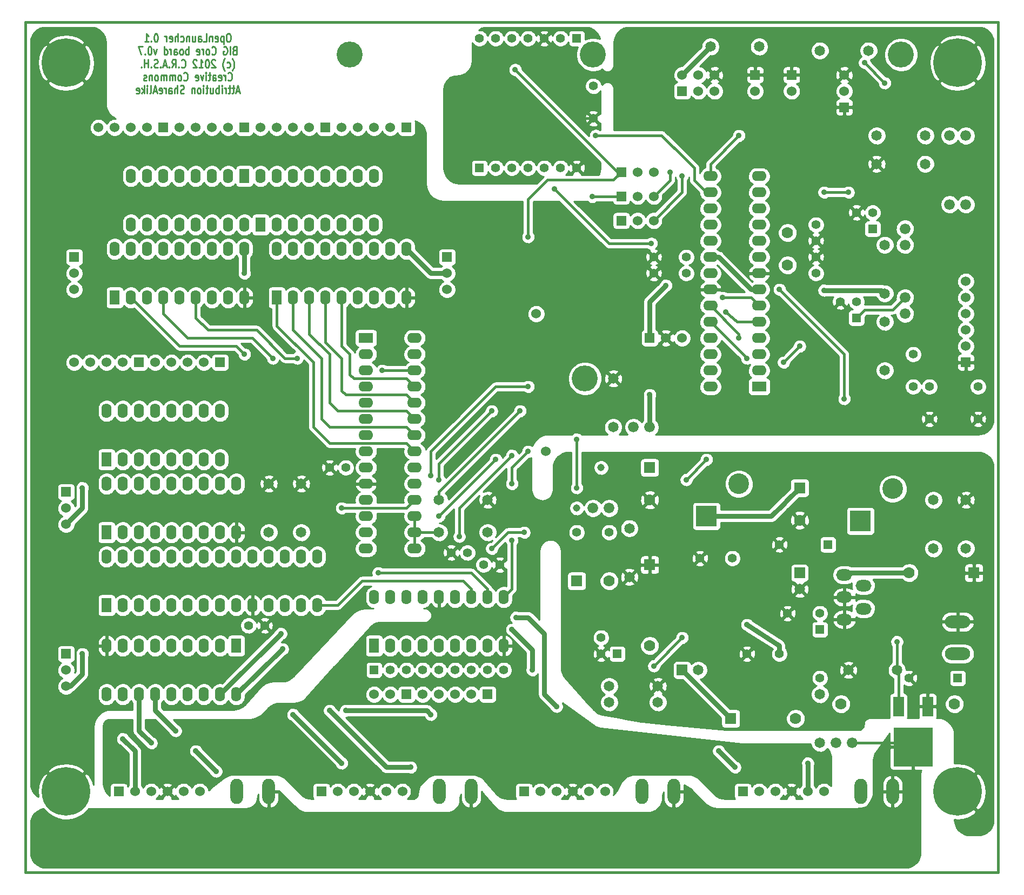
<source format=gbl>
G04 (created by PCBNEW-RS274X (2011-05-25)-stable) date Fri 10 Aug 2012 02:01:07 AM MDT*
G01*
G70*
G90*
%MOIN*%
G04 Gerber Fmt 3.4, Leading zero omitted, Abs format*
%FSLAX34Y34*%
G04 APERTURE LIST*
%ADD10C,0.006000*%
%ADD11C,0.010000*%
%ADD12C,0.015000*%
%ADD13C,0.160000*%
%ADD14C,0.055000*%
%ADD15C,0.060000*%
%ADD16R,0.060000X0.060000*%
%ADD17C,0.066000*%
%ADD18O,0.090000X0.062000*%
%ADD19R,0.090000X0.062000*%
%ADD20O,0.062000X0.090000*%
%ADD21R,0.062000X0.090000*%
%ADD22C,0.070000*%
%ADD23R,0.070000X0.070000*%
%ADD24R,0.055000X0.055000*%
%ADD25O,0.156000X0.078000*%
%ADD26R,0.065000X0.065000*%
%ADD27C,0.065000*%
%ADD28O,0.078000X0.156000*%
%ADD29O,0.098400X0.070900*%
%ADD30C,0.300000*%
%ADD31R,0.065000X0.120000*%
%ADD32R,0.240000X0.240000*%
%ADD33R,0.127600X0.127600*%
%ADD34C,0.127600*%
%ADD35C,0.045000*%
%ADD36C,0.035000*%
%ADD37C,0.015800*%
%ADD38C,0.030000*%
G04 APERTURE END LIST*
G54D10*
G54D11*
X40803Y-12952D02*
X40726Y-12952D01*
X40688Y-12976D01*
X40650Y-13024D01*
X40631Y-13119D01*
X40631Y-13286D01*
X40650Y-13381D01*
X40688Y-13429D01*
X40726Y-13452D01*
X40803Y-13452D01*
X40841Y-13429D01*
X40879Y-13381D01*
X40898Y-13286D01*
X40898Y-13119D01*
X40879Y-13024D01*
X40841Y-12976D01*
X40803Y-12952D01*
X40460Y-13119D02*
X40460Y-13619D01*
X40460Y-13143D02*
X40422Y-13119D01*
X40345Y-13119D01*
X40307Y-13143D01*
X40288Y-13167D01*
X40269Y-13214D01*
X40269Y-13357D01*
X40288Y-13405D01*
X40307Y-13429D01*
X40345Y-13452D01*
X40422Y-13452D01*
X40460Y-13429D01*
X39945Y-13429D02*
X39983Y-13452D01*
X40060Y-13452D01*
X40098Y-13429D01*
X40117Y-13381D01*
X40117Y-13190D01*
X40098Y-13143D01*
X40060Y-13119D01*
X39983Y-13119D01*
X39945Y-13143D01*
X39926Y-13190D01*
X39926Y-13238D01*
X40117Y-13286D01*
X39755Y-13119D02*
X39755Y-13452D01*
X39755Y-13167D02*
X39736Y-13143D01*
X39698Y-13119D01*
X39640Y-13119D01*
X39602Y-13143D01*
X39583Y-13190D01*
X39583Y-13452D01*
X39202Y-13452D02*
X39393Y-13452D01*
X39393Y-12952D01*
X38897Y-13452D02*
X38897Y-13190D01*
X38916Y-13143D01*
X38954Y-13119D01*
X39031Y-13119D01*
X39069Y-13143D01*
X38897Y-13429D02*
X38935Y-13452D01*
X39031Y-13452D01*
X39069Y-13429D01*
X39088Y-13381D01*
X39088Y-13333D01*
X39069Y-13286D01*
X39031Y-13262D01*
X38935Y-13262D01*
X38897Y-13238D01*
X38535Y-13119D02*
X38535Y-13452D01*
X38707Y-13119D02*
X38707Y-13381D01*
X38688Y-13429D01*
X38650Y-13452D01*
X38592Y-13452D01*
X38554Y-13429D01*
X38535Y-13405D01*
X38345Y-13119D02*
X38345Y-13452D01*
X38345Y-13167D02*
X38326Y-13143D01*
X38288Y-13119D01*
X38230Y-13119D01*
X38192Y-13143D01*
X38173Y-13190D01*
X38173Y-13452D01*
X37811Y-13429D02*
X37849Y-13452D01*
X37926Y-13452D01*
X37964Y-13429D01*
X37983Y-13405D01*
X38002Y-13357D01*
X38002Y-13214D01*
X37983Y-13167D01*
X37964Y-13143D01*
X37926Y-13119D01*
X37849Y-13119D01*
X37811Y-13143D01*
X37640Y-13452D02*
X37640Y-12952D01*
X37468Y-13452D02*
X37468Y-13190D01*
X37487Y-13143D01*
X37525Y-13119D01*
X37583Y-13119D01*
X37621Y-13143D01*
X37640Y-13167D01*
X37125Y-13429D02*
X37163Y-13452D01*
X37240Y-13452D01*
X37278Y-13429D01*
X37297Y-13381D01*
X37297Y-13190D01*
X37278Y-13143D01*
X37240Y-13119D01*
X37163Y-13119D01*
X37125Y-13143D01*
X37106Y-13190D01*
X37106Y-13238D01*
X37297Y-13286D01*
X36935Y-13452D02*
X36935Y-13119D01*
X36935Y-13214D02*
X36916Y-13167D01*
X36897Y-13143D01*
X36859Y-13119D01*
X36820Y-13119D01*
X36306Y-12952D02*
X36267Y-12952D01*
X36229Y-12976D01*
X36210Y-13000D01*
X36191Y-13048D01*
X36172Y-13143D01*
X36172Y-13262D01*
X36191Y-13357D01*
X36210Y-13405D01*
X36229Y-13429D01*
X36267Y-13452D01*
X36306Y-13452D01*
X36344Y-13429D01*
X36363Y-13405D01*
X36382Y-13357D01*
X36401Y-13262D01*
X36401Y-13143D01*
X36382Y-13048D01*
X36363Y-13000D01*
X36344Y-12976D01*
X36306Y-12952D01*
X36001Y-13405D02*
X35982Y-13429D01*
X36001Y-13452D01*
X36020Y-13429D01*
X36001Y-13405D01*
X36001Y-13452D01*
X35601Y-13452D02*
X35830Y-13452D01*
X35716Y-13452D02*
X35716Y-12952D01*
X35754Y-13024D01*
X35792Y-13071D01*
X35830Y-13095D01*
X41126Y-13990D02*
X41069Y-14014D01*
X41050Y-14038D01*
X41031Y-14086D01*
X41031Y-14157D01*
X41050Y-14205D01*
X41069Y-14229D01*
X41107Y-14252D01*
X41260Y-14252D01*
X41260Y-13752D01*
X41126Y-13752D01*
X41088Y-13776D01*
X41069Y-13800D01*
X41050Y-13848D01*
X41050Y-13895D01*
X41069Y-13943D01*
X41088Y-13967D01*
X41126Y-13990D01*
X41260Y-13990D01*
X40860Y-14252D02*
X40860Y-13752D01*
X40460Y-13776D02*
X40498Y-13752D01*
X40555Y-13752D01*
X40613Y-13776D01*
X40651Y-13824D01*
X40670Y-13871D01*
X40689Y-13967D01*
X40689Y-14038D01*
X40670Y-14133D01*
X40651Y-14181D01*
X40613Y-14229D01*
X40555Y-14252D01*
X40517Y-14252D01*
X40460Y-14229D01*
X40441Y-14205D01*
X40441Y-14038D01*
X40517Y-14038D01*
X39736Y-14205D02*
X39755Y-14229D01*
X39812Y-14252D01*
X39850Y-14252D01*
X39908Y-14229D01*
X39946Y-14181D01*
X39965Y-14133D01*
X39984Y-14038D01*
X39984Y-13967D01*
X39965Y-13871D01*
X39946Y-13824D01*
X39908Y-13776D01*
X39850Y-13752D01*
X39812Y-13752D01*
X39755Y-13776D01*
X39736Y-13800D01*
X39508Y-14252D02*
X39546Y-14229D01*
X39565Y-14205D01*
X39584Y-14157D01*
X39584Y-14014D01*
X39565Y-13967D01*
X39546Y-13943D01*
X39508Y-13919D01*
X39450Y-13919D01*
X39412Y-13943D01*
X39393Y-13967D01*
X39374Y-14014D01*
X39374Y-14157D01*
X39393Y-14205D01*
X39412Y-14229D01*
X39450Y-14252D01*
X39508Y-14252D01*
X39203Y-14252D02*
X39203Y-13919D01*
X39203Y-14014D02*
X39184Y-13967D01*
X39165Y-13943D01*
X39127Y-13919D01*
X39088Y-13919D01*
X38802Y-14229D02*
X38840Y-14252D01*
X38917Y-14252D01*
X38955Y-14229D01*
X38974Y-14181D01*
X38974Y-13990D01*
X38955Y-13943D01*
X38917Y-13919D01*
X38840Y-13919D01*
X38802Y-13943D01*
X38783Y-13990D01*
X38783Y-14038D01*
X38974Y-14086D01*
X38307Y-14252D02*
X38307Y-13752D01*
X38307Y-13943D02*
X38269Y-13919D01*
X38192Y-13919D01*
X38154Y-13943D01*
X38135Y-13967D01*
X38116Y-14014D01*
X38116Y-14157D01*
X38135Y-14205D01*
X38154Y-14229D01*
X38192Y-14252D01*
X38269Y-14252D01*
X38307Y-14229D01*
X37888Y-14252D02*
X37926Y-14229D01*
X37945Y-14205D01*
X37964Y-14157D01*
X37964Y-14014D01*
X37945Y-13967D01*
X37926Y-13943D01*
X37888Y-13919D01*
X37830Y-13919D01*
X37792Y-13943D01*
X37773Y-13967D01*
X37754Y-14014D01*
X37754Y-14157D01*
X37773Y-14205D01*
X37792Y-14229D01*
X37830Y-14252D01*
X37888Y-14252D01*
X37411Y-14252D02*
X37411Y-13990D01*
X37430Y-13943D01*
X37468Y-13919D01*
X37545Y-13919D01*
X37583Y-13943D01*
X37411Y-14229D02*
X37449Y-14252D01*
X37545Y-14252D01*
X37583Y-14229D01*
X37602Y-14181D01*
X37602Y-14133D01*
X37583Y-14086D01*
X37545Y-14062D01*
X37449Y-14062D01*
X37411Y-14038D01*
X37221Y-14252D02*
X37221Y-13919D01*
X37221Y-14014D02*
X37202Y-13967D01*
X37183Y-13943D01*
X37145Y-13919D01*
X37106Y-13919D01*
X36801Y-14252D02*
X36801Y-13752D01*
X36801Y-14229D02*
X36839Y-14252D01*
X36916Y-14252D01*
X36954Y-14229D01*
X36973Y-14205D01*
X36992Y-14157D01*
X36992Y-14014D01*
X36973Y-13967D01*
X36954Y-13943D01*
X36916Y-13919D01*
X36839Y-13919D01*
X36801Y-13943D01*
X36344Y-13919D02*
X36249Y-14252D01*
X36153Y-13919D01*
X35925Y-13752D02*
X35886Y-13752D01*
X35848Y-13776D01*
X35829Y-13800D01*
X35810Y-13848D01*
X35791Y-13943D01*
X35791Y-14062D01*
X35810Y-14157D01*
X35829Y-14205D01*
X35848Y-14229D01*
X35886Y-14252D01*
X35925Y-14252D01*
X35963Y-14229D01*
X35982Y-14205D01*
X36001Y-14157D01*
X36020Y-14062D01*
X36020Y-13943D01*
X36001Y-13848D01*
X35982Y-13800D01*
X35963Y-13776D01*
X35925Y-13752D01*
X35620Y-14205D02*
X35601Y-14229D01*
X35620Y-14252D01*
X35639Y-14229D01*
X35620Y-14205D01*
X35620Y-14252D01*
X35468Y-13752D02*
X35201Y-13752D01*
X35373Y-14252D01*
X40992Y-15243D02*
X41012Y-15219D01*
X41050Y-15148D01*
X41069Y-15100D01*
X41088Y-15029D01*
X41107Y-14910D01*
X41107Y-14814D01*
X41088Y-14695D01*
X41069Y-14624D01*
X41050Y-14576D01*
X41012Y-14505D01*
X40992Y-14481D01*
X40668Y-15029D02*
X40706Y-15052D01*
X40783Y-15052D01*
X40821Y-15029D01*
X40840Y-15005D01*
X40859Y-14957D01*
X40859Y-14814D01*
X40840Y-14767D01*
X40821Y-14743D01*
X40783Y-14719D01*
X40706Y-14719D01*
X40668Y-14743D01*
X40535Y-15243D02*
X40516Y-15219D01*
X40478Y-15148D01*
X40459Y-15100D01*
X40440Y-15029D01*
X40421Y-14910D01*
X40421Y-14814D01*
X40440Y-14695D01*
X40459Y-14624D01*
X40478Y-14576D01*
X40516Y-14505D01*
X40535Y-14481D01*
X39944Y-14600D02*
X39925Y-14576D01*
X39887Y-14552D01*
X39791Y-14552D01*
X39753Y-14576D01*
X39734Y-14600D01*
X39715Y-14648D01*
X39715Y-14695D01*
X39734Y-14767D01*
X39963Y-15052D01*
X39715Y-15052D01*
X39468Y-14552D02*
X39429Y-14552D01*
X39391Y-14576D01*
X39372Y-14600D01*
X39353Y-14648D01*
X39334Y-14743D01*
X39334Y-14862D01*
X39353Y-14957D01*
X39372Y-15005D01*
X39391Y-15029D01*
X39429Y-15052D01*
X39468Y-15052D01*
X39506Y-15029D01*
X39525Y-15005D01*
X39544Y-14957D01*
X39563Y-14862D01*
X39563Y-14743D01*
X39544Y-14648D01*
X39525Y-14600D01*
X39506Y-14576D01*
X39468Y-14552D01*
X38953Y-15052D02*
X39182Y-15052D01*
X39068Y-15052D02*
X39068Y-14552D01*
X39106Y-14624D01*
X39144Y-14671D01*
X39182Y-14695D01*
X38801Y-14600D02*
X38782Y-14576D01*
X38744Y-14552D01*
X38648Y-14552D01*
X38610Y-14576D01*
X38591Y-14600D01*
X38572Y-14648D01*
X38572Y-14695D01*
X38591Y-14767D01*
X38820Y-15052D01*
X38572Y-15052D01*
X37867Y-15005D02*
X37886Y-15029D01*
X37943Y-15052D01*
X37981Y-15052D01*
X38039Y-15029D01*
X38077Y-14981D01*
X38096Y-14933D01*
X38115Y-14838D01*
X38115Y-14767D01*
X38096Y-14671D01*
X38077Y-14624D01*
X38039Y-14576D01*
X37981Y-14552D01*
X37943Y-14552D01*
X37886Y-14576D01*
X37867Y-14600D01*
X37696Y-15005D02*
X37677Y-15029D01*
X37696Y-15052D01*
X37715Y-15029D01*
X37696Y-15005D01*
X37696Y-15052D01*
X37277Y-15052D02*
X37411Y-14814D01*
X37506Y-15052D02*
X37506Y-14552D01*
X37353Y-14552D01*
X37315Y-14576D01*
X37296Y-14600D01*
X37277Y-14648D01*
X37277Y-14719D01*
X37296Y-14767D01*
X37315Y-14790D01*
X37353Y-14814D01*
X37506Y-14814D01*
X37106Y-15005D02*
X37087Y-15029D01*
X37106Y-15052D01*
X37125Y-15029D01*
X37106Y-15005D01*
X37106Y-15052D01*
X36935Y-14910D02*
X36744Y-14910D01*
X36973Y-15052D02*
X36840Y-14552D01*
X36706Y-15052D01*
X36573Y-15005D02*
X36554Y-15029D01*
X36573Y-15052D01*
X36592Y-15029D01*
X36573Y-15005D01*
X36573Y-15052D01*
X36402Y-15029D02*
X36345Y-15052D01*
X36249Y-15052D01*
X36211Y-15029D01*
X36192Y-15005D01*
X36173Y-14957D01*
X36173Y-14910D01*
X36192Y-14862D01*
X36211Y-14838D01*
X36249Y-14814D01*
X36326Y-14790D01*
X36364Y-14767D01*
X36383Y-14743D01*
X36402Y-14695D01*
X36402Y-14648D01*
X36383Y-14600D01*
X36364Y-14576D01*
X36326Y-14552D01*
X36230Y-14552D01*
X36173Y-14576D01*
X36002Y-15005D02*
X35983Y-15029D01*
X36002Y-15052D01*
X36021Y-15029D01*
X36002Y-15005D01*
X36002Y-15052D01*
X35812Y-15052D02*
X35812Y-14552D01*
X35812Y-14790D02*
X35583Y-14790D01*
X35583Y-15052D02*
X35583Y-14552D01*
X35393Y-15005D02*
X35374Y-15029D01*
X35393Y-15052D01*
X35412Y-15029D01*
X35393Y-15005D01*
X35393Y-15052D01*
X40726Y-15805D02*
X40745Y-15829D01*
X40802Y-15852D01*
X40840Y-15852D01*
X40898Y-15829D01*
X40936Y-15781D01*
X40955Y-15733D01*
X40974Y-15638D01*
X40974Y-15567D01*
X40955Y-15471D01*
X40936Y-15424D01*
X40898Y-15376D01*
X40840Y-15352D01*
X40802Y-15352D01*
X40745Y-15376D01*
X40726Y-15400D01*
X40555Y-15852D02*
X40555Y-15519D01*
X40555Y-15614D02*
X40536Y-15567D01*
X40517Y-15543D01*
X40479Y-15519D01*
X40440Y-15519D01*
X40154Y-15829D02*
X40192Y-15852D01*
X40269Y-15852D01*
X40307Y-15829D01*
X40326Y-15781D01*
X40326Y-15590D01*
X40307Y-15543D01*
X40269Y-15519D01*
X40192Y-15519D01*
X40154Y-15543D01*
X40135Y-15590D01*
X40135Y-15638D01*
X40326Y-15686D01*
X39792Y-15852D02*
X39792Y-15590D01*
X39811Y-15543D01*
X39849Y-15519D01*
X39926Y-15519D01*
X39964Y-15543D01*
X39792Y-15829D02*
X39830Y-15852D01*
X39926Y-15852D01*
X39964Y-15829D01*
X39983Y-15781D01*
X39983Y-15733D01*
X39964Y-15686D01*
X39926Y-15662D01*
X39830Y-15662D01*
X39792Y-15638D01*
X39659Y-15519D02*
X39507Y-15519D01*
X39602Y-15352D02*
X39602Y-15781D01*
X39583Y-15829D01*
X39545Y-15852D01*
X39507Y-15852D01*
X39373Y-15852D02*
X39373Y-15519D01*
X39373Y-15352D02*
X39392Y-15376D01*
X39373Y-15400D01*
X39354Y-15376D01*
X39373Y-15352D01*
X39373Y-15400D01*
X39221Y-15519D02*
X39126Y-15852D01*
X39030Y-15519D01*
X38725Y-15829D02*
X38763Y-15852D01*
X38840Y-15852D01*
X38878Y-15829D01*
X38897Y-15781D01*
X38897Y-15590D01*
X38878Y-15543D01*
X38840Y-15519D01*
X38763Y-15519D01*
X38725Y-15543D01*
X38706Y-15590D01*
X38706Y-15638D01*
X38897Y-15686D01*
X38001Y-15805D02*
X38020Y-15829D01*
X38077Y-15852D01*
X38115Y-15852D01*
X38173Y-15829D01*
X38211Y-15781D01*
X38230Y-15733D01*
X38249Y-15638D01*
X38249Y-15567D01*
X38230Y-15471D01*
X38211Y-15424D01*
X38173Y-15376D01*
X38115Y-15352D01*
X38077Y-15352D01*
X38020Y-15376D01*
X38001Y-15400D01*
X37773Y-15852D02*
X37811Y-15829D01*
X37830Y-15805D01*
X37849Y-15757D01*
X37849Y-15614D01*
X37830Y-15567D01*
X37811Y-15543D01*
X37773Y-15519D01*
X37715Y-15519D01*
X37677Y-15543D01*
X37658Y-15567D01*
X37639Y-15614D01*
X37639Y-15757D01*
X37658Y-15805D01*
X37677Y-15829D01*
X37715Y-15852D01*
X37773Y-15852D01*
X37468Y-15852D02*
X37468Y-15519D01*
X37468Y-15567D02*
X37449Y-15543D01*
X37411Y-15519D01*
X37353Y-15519D01*
X37315Y-15543D01*
X37296Y-15590D01*
X37296Y-15852D01*
X37296Y-15590D02*
X37277Y-15543D01*
X37239Y-15519D01*
X37182Y-15519D01*
X37144Y-15543D01*
X37125Y-15590D01*
X37125Y-15852D01*
X36935Y-15852D02*
X36935Y-15519D01*
X36935Y-15567D02*
X36916Y-15543D01*
X36878Y-15519D01*
X36820Y-15519D01*
X36782Y-15543D01*
X36763Y-15590D01*
X36763Y-15852D01*
X36763Y-15590D02*
X36744Y-15543D01*
X36706Y-15519D01*
X36649Y-15519D01*
X36611Y-15543D01*
X36592Y-15590D01*
X36592Y-15852D01*
X36345Y-15852D02*
X36383Y-15829D01*
X36402Y-15805D01*
X36421Y-15757D01*
X36421Y-15614D01*
X36402Y-15567D01*
X36383Y-15543D01*
X36345Y-15519D01*
X36287Y-15519D01*
X36249Y-15543D01*
X36230Y-15567D01*
X36211Y-15614D01*
X36211Y-15757D01*
X36230Y-15805D01*
X36249Y-15829D01*
X36287Y-15852D01*
X36345Y-15852D01*
X36040Y-15519D02*
X36040Y-15852D01*
X36040Y-15567D02*
X36021Y-15543D01*
X35983Y-15519D01*
X35925Y-15519D01*
X35887Y-15543D01*
X35868Y-15590D01*
X35868Y-15852D01*
X35697Y-15829D02*
X35659Y-15852D01*
X35583Y-15852D01*
X35544Y-15829D01*
X35525Y-15781D01*
X35525Y-15757D01*
X35544Y-15710D01*
X35583Y-15686D01*
X35640Y-15686D01*
X35678Y-15662D01*
X35697Y-15614D01*
X35697Y-15590D01*
X35678Y-15543D01*
X35640Y-15519D01*
X35583Y-15519D01*
X35544Y-15543D01*
X41432Y-16510D02*
X41241Y-16510D01*
X41470Y-16652D02*
X41337Y-16152D01*
X41203Y-16652D01*
X41127Y-16319D02*
X40975Y-16319D01*
X41070Y-16152D02*
X41070Y-16581D01*
X41051Y-16629D01*
X41013Y-16652D01*
X40975Y-16652D01*
X40898Y-16319D02*
X40746Y-16319D01*
X40841Y-16152D02*
X40841Y-16581D01*
X40822Y-16629D01*
X40784Y-16652D01*
X40746Y-16652D01*
X40612Y-16652D02*
X40612Y-16319D01*
X40612Y-16414D02*
X40593Y-16367D01*
X40574Y-16343D01*
X40536Y-16319D01*
X40497Y-16319D01*
X40364Y-16652D02*
X40364Y-16319D01*
X40364Y-16152D02*
X40383Y-16176D01*
X40364Y-16200D01*
X40345Y-16176D01*
X40364Y-16152D01*
X40364Y-16200D01*
X40174Y-16652D02*
X40174Y-16152D01*
X40174Y-16343D02*
X40136Y-16319D01*
X40059Y-16319D01*
X40021Y-16343D01*
X40002Y-16367D01*
X39983Y-16414D01*
X39983Y-16557D01*
X40002Y-16605D01*
X40021Y-16629D01*
X40059Y-16652D01*
X40136Y-16652D01*
X40174Y-16629D01*
X39640Y-16319D02*
X39640Y-16652D01*
X39812Y-16319D02*
X39812Y-16581D01*
X39793Y-16629D01*
X39755Y-16652D01*
X39697Y-16652D01*
X39659Y-16629D01*
X39640Y-16605D01*
X39507Y-16319D02*
X39355Y-16319D01*
X39450Y-16152D02*
X39450Y-16581D01*
X39431Y-16629D01*
X39393Y-16652D01*
X39355Y-16652D01*
X39221Y-16652D02*
X39221Y-16319D01*
X39221Y-16152D02*
X39240Y-16176D01*
X39221Y-16200D01*
X39202Y-16176D01*
X39221Y-16152D01*
X39221Y-16200D01*
X38974Y-16652D02*
X39012Y-16629D01*
X39031Y-16605D01*
X39050Y-16557D01*
X39050Y-16414D01*
X39031Y-16367D01*
X39012Y-16343D01*
X38974Y-16319D01*
X38916Y-16319D01*
X38878Y-16343D01*
X38859Y-16367D01*
X38840Y-16414D01*
X38840Y-16557D01*
X38859Y-16605D01*
X38878Y-16629D01*
X38916Y-16652D01*
X38974Y-16652D01*
X38669Y-16319D02*
X38669Y-16652D01*
X38669Y-16367D02*
X38650Y-16343D01*
X38612Y-16319D01*
X38554Y-16319D01*
X38516Y-16343D01*
X38497Y-16390D01*
X38497Y-16652D01*
X38021Y-16629D02*
X37964Y-16652D01*
X37868Y-16652D01*
X37830Y-16629D01*
X37811Y-16605D01*
X37792Y-16557D01*
X37792Y-16510D01*
X37811Y-16462D01*
X37830Y-16438D01*
X37868Y-16414D01*
X37945Y-16390D01*
X37983Y-16367D01*
X38002Y-16343D01*
X38021Y-16295D01*
X38021Y-16248D01*
X38002Y-16200D01*
X37983Y-16176D01*
X37945Y-16152D01*
X37849Y-16152D01*
X37792Y-16176D01*
X37621Y-16652D02*
X37621Y-16152D01*
X37449Y-16652D02*
X37449Y-16390D01*
X37468Y-16343D01*
X37506Y-16319D01*
X37564Y-16319D01*
X37602Y-16343D01*
X37621Y-16367D01*
X37087Y-16652D02*
X37087Y-16390D01*
X37106Y-16343D01*
X37144Y-16319D01*
X37221Y-16319D01*
X37259Y-16343D01*
X37087Y-16629D02*
X37125Y-16652D01*
X37221Y-16652D01*
X37259Y-16629D01*
X37278Y-16581D01*
X37278Y-16533D01*
X37259Y-16486D01*
X37221Y-16462D01*
X37125Y-16462D01*
X37087Y-16438D01*
X36897Y-16652D02*
X36897Y-16319D01*
X36897Y-16414D02*
X36878Y-16367D01*
X36859Y-16343D01*
X36821Y-16319D01*
X36782Y-16319D01*
X36496Y-16629D02*
X36534Y-16652D01*
X36611Y-16652D01*
X36649Y-16629D01*
X36668Y-16581D01*
X36668Y-16390D01*
X36649Y-16343D01*
X36611Y-16319D01*
X36534Y-16319D01*
X36496Y-16343D01*
X36477Y-16390D01*
X36477Y-16438D01*
X36668Y-16486D01*
X36325Y-16510D02*
X36134Y-16510D01*
X36363Y-16652D02*
X36230Y-16152D01*
X36096Y-16652D01*
X35906Y-16652D02*
X35944Y-16629D01*
X35963Y-16581D01*
X35963Y-16152D01*
X35753Y-16652D02*
X35753Y-16319D01*
X35753Y-16152D02*
X35772Y-16176D01*
X35753Y-16200D01*
X35734Y-16176D01*
X35753Y-16152D01*
X35753Y-16200D01*
X35563Y-16652D02*
X35563Y-16152D01*
X35525Y-16462D02*
X35410Y-16652D01*
X35410Y-16319D02*
X35563Y-16510D01*
X35086Y-16629D02*
X35124Y-16652D01*
X35201Y-16652D01*
X35239Y-16629D01*
X35258Y-16581D01*
X35258Y-16390D01*
X35239Y-16343D01*
X35201Y-16319D01*
X35124Y-16319D01*
X35086Y-16343D01*
X35067Y-16390D01*
X35067Y-16438D01*
X35258Y-16486D01*
G54D12*
X28250Y-64750D02*
X28250Y-62500D01*
X88250Y-64750D02*
X88250Y-62500D01*
X88250Y-61250D02*
X88250Y-62500D01*
X28250Y-62500D02*
X28250Y-60750D01*
X28250Y-12250D02*
X28250Y-62250D01*
X88250Y-12250D02*
X28250Y-12250D01*
X88250Y-62250D02*
X88250Y-12250D01*
X28250Y-64750D02*
X88250Y-64750D01*
G54D13*
X62750Y-34250D03*
X82250Y-14250D03*
X48250Y-14250D03*
X63250Y-14250D03*
G54D14*
X63270Y-18190D03*
X63270Y-16190D03*
G54D15*
X60350Y-38750D03*
G54D16*
X65000Y-23000D03*
G54D15*
X66000Y-23000D03*
X67000Y-23000D03*
G54D16*
X65000Y-24500D03*
G54D15*
X66000Y-24500D03*
X67000Y-24500D03*
G54D16*
X65000Y-21500D03*
G54D15*
X66000Y-21500D03*
X67000Y-21500D03*
G54D16*
X34000Y-59750D03*
G54D15*
X35000Y-59750D03*
X36000Y-59750D03*
X37000Y-59750D03*
X38000Y-59750D03*
X39000Y-59750D03*
G54D16*
X46500Y-59750D03*
G54D15*
X47500Y-59750D03*
X48500Y-59750D03*
X49500Y-59750D03*
X50500Y-59750D03*
X51500Y-59750D03*
G54D17*
X85250Y-19250D03*
X86250Y-19250D03*
X86250Y-23500D03*
X85250Y-23500D03*
G54D18*
X49250Y-32750D03*
X49250Y-33750D03*
X49250Y-34750D03*
X49250Y-35750D03*
X49250Y-36750D03*
X49250Y-37750D03*
X49250Y-38750D03*
X49250Y-39750D03*
X49250Y-40750D03*
X49250Y-41750D03*
X49250Y-42750D03*
X49250Y-43750D03*
X49250Y-44750D03*
G54D19*
X49250Y-31750D03*
G54D18*
X52250Y-44750D03*
X52250Y-43750D03*
X52250Y-42750D03*
X52250Y-41750D03*
X52250Y-40750D03*
X52250Y-39750D03*
X52250Y-38750D03*
X52250Y-37750D03*
X52250Y-36750D03*
X52250Y-35750D03*
X52250Y-34750D03*
X52250Y-33750D03*
X52250Y-32750D03*
X52250Y-31750D03*
G54D20*
X34250Y-48250D03*
X35250Y-48250D03*
X36250Y-48250D03*
X37250Y-48250D03*
X38250Y-48250D03*
X39250Y-48250D03*
X40250Y-48250D03*
X41250Y-48250D03*
X42250Y-48250D03*
X43250Y-48250D03*
X44250Y-48250D03*
X45250Y-48250D03*
X46250Y-48250D03*
G54D21*
X33250Y-48250D03*
G54D20*
X46250Y-45250D03*
X45250Y-45250D03*
X44250Y-45250D03*
X43250Y-45250D03*
X42250Y-45250D03*
X41250Y-45250D03*
X40250Y-45250D03*
X39250Y-45250D03*
X38250Y-45250D03*
X37250Y-45250D03*
X36250Y-45250D03*
X35250Y-45250D03*
X34250Y-45250D03*
X33250Y-45250D03*
G54D21*
X49750Y-50750D03*
G54D20*
X50750Y-50750D03*
X51750Y-50750D03*
X52750Y-50750D03*
X53750Y-50750D03*
X54750Y-50750D03*
X55750Y-50750D03*
X56750Y-50750D03*
X57750Y-50750D03*
X57750Y-47750D03*
X56750Y-47750D03*
X55750Y-47750D03*
X54750Y-47750D03*
X53750Y-47750D03*
X52750Y-47750D03*
X51750Y-47750D03*
X50750Y-47750D03*
X49750Y-47750D03*
G54D22*
X82750Y-46250D03*
G54D23*
X86750Y-46250D03*
G54D24*
X85750Y-52750D03*
G54D14*
X82750Y-52750D03*
X69000Y-26750D03*
X67000Y-26750D03*
X74750Y-51250D03*
X72750Y-51250D03*
X77000Y-26750D03*
X77000Y-27750D03*
X69850Y-45350D03*
X71850Y-45350D03*
X77000Y-25750D03*
X77000Y-24750D03*
G54D16*
X59000Y-59750D03*
G54D15*
X60000Y-59750D03*
X61000Y-59750D03*
X62000Y-59750D03*
X63000Y-59750D03*
X64000Y-59750D03*
G54D23*
X66750Y-39750D03*
G54D22*
X66750Y-41750D03*
G54D14*
X83000Y-34750D03*
X83000Y-32750D03*
G54D22*
X66750Y-50750D03*
G54D23*
X66750Y-45750D03*
G54D22*
X75750Y-55250D03*
G54D23*
X71750Y-55250D03*
G54D24*
X77250Y-49750D03*
G54D14*
X77250Y-52750D03*
G54D24*
X77750Y-44500D03*
G54D14*
X74750Y-44500D03*
G54D16*
X72500Y-59750D03*
G54D15*
X73500Y-59750D03*
X74500Y-59750D03*
X75500Y-59750D03*
X76500Y-59750D03*
X77500Y-59750D03*
G54D18*
X73500Y-33750D03*
X73500Y-32750D03*
X73500Y-31750D03*
X73500Y-30750D03*
X73500Y-29750D03*
X73500Y-28750D03*
X73500Y-27750D03*
X73500Y-26750D03*
X73500Y-25750D03*
X73500Y-24750D03*
X73500Y-23750D03*
X73500Y-22750D03*
X73500Y-21750D03*
G54D19*
X73500Y-34750D03*
G54D18*
X70500Y-21750D03*
X70500Y-22750D03*
X70500Y-23750D03*
X70500Y-24750D03*
X70500Y-25750D03*
X70500Y-26750D03*
X70500Y-27750D03*
X70500Y-28750D03*
X70500Y-29750D03*
X70500Y-30750D03*
X70500Y-31750D03*
X70500Y-32750D03*
X70500Y-33750D03*
X70500Y-34750D03*
G54D16*
X68750Y-16500D03*
G54D15*
X68750Y-15500D03*
X69750Y-16500D03*
X69750Y-15500D03*
X70750Y-16500D03*
X70750Y-15500D03*
G54D14*
X87000Y-34750D03*
X87000Y-36750D03*
X84000Y-34750D03*
X84000Y-36750D03*
G54D25*
X85750Y-51240D03*
X85750Y-49270D03*
G54D26*
X68750Y-52250D03*
G54D27*
X69750Y-52250D03*
G54D23*
X62250Y-46750D03*
G54D22*
X64250Y-46750D03*
G54D14*
X64250Y-43750D03*
X62250Y-43750D03*
G54D23*
X76000Y-41000D03*
G54D22*
X76000Y-43000D03*
G54D26*
X76000Y-46250D03*
G54D27*
X76000Y-47250D03*
G54D14*
X75250Y-48750D03*
X77250Y-48750D03*
X67000Y-27750D03*
X69000Y-27750D03*
G54D27*
X67250Y-54250D03*
X64250Y-54250D03*
X64250Y-53250D03*
X67250Y-53250D03*
X86250Y-41750D03*
X86250Y-44750D03*
X84250Y-44750D03*
X84250Y-41750D03*
X45250Y-43750D03*
X45250Y-40750D03*
X70500Y-13750D03*
X73500Y-13750D03*
G54D24*
X64750Y-51250D03*
G54D14*
X63750Y-51250D03*
X63750Y-50250D03*
G54D22*
X75250Y-25250D03*
X75250Y-27250D03*
G54D21*
X43750Y-29250D03*
G54D20*
X44750Y-29250D03*
X45750Y-29250D03*
X46750Y-29250D03*
X47750Y-29250D03*
X48750Y-29250D03*
X49750Y-29250D03*
X50750Y-29250D03*
X51750Y-29250D03*
X51750Y-26250D03*
X50750Y-26250D03*
X49750Y-26250D03*
X48750Y-26250D03*
X47750Y-26250D03*
X46750Y-26250D03*
X45750Y-26250D03*
X44750Y-26250D03*
X43750Y-26250D03*
G54D21*
X33750Y-29250D03*
G54D20*
X34750Y-29250D03*
X35750Y-29250D03*
X36750Y-29250D03*
X37750Y-29250D03*
X38750Y-29250D03*
X39750Y-29250D03*
X40750Y-29250D03*
X41750Y-29250D03*
X41750Y-26250D03*
X40750Y-26250D03*
X39750Y-26250D03*
X38750Y-26250D03*
X37750Y-26250D03*
X36750Y-26250D03*
X35750Y-26250D03*
X34750Y-26250D03*
X33750Y-26250D03*
G54D21*
X33250Y-43750D03*
G54D20*
X34250Y-43750D03*
X35250Y-43750D03*
X36250Y-43750D03*
X37250Y-43750D03*
X38250Y-43750D03*
X39250Y-43750D03*
X40250Y-43750D03*
X41250Y-43750D03*
X41250Y-40750D03*
X40250Y-40750D03*
X39250Y-40750D03*
X38250Y-40750D03*
X37250Y-40750D03*
X36250Y-40750D03*
X35250Y-40750D03*
X34250Y-40750D03*
X33250Y-40750D03*
G54D21*
X41250Y-50750D03*
G54D20*
X40250Y-50750D03*
X39250Y-50750D03*
X38250Y-50750D03*
X37250Y-50750D03*
X36250Y-50750D03*
X35250Y-50750D03*
X34250Y-50750D03*
X33250Y-50750D03*
X33250Y-53750D03*
X34250Y-53750D03*
X35250Y-53750D03*
X36250Y-53750D03*
X37250Y-53750D03*
X38250Y-53750D03*
X39250Y-53750D03*
X40250Y-53750D03*
X41250Y-53750D03*
G54D27*
X83750Y-21000D03*
X80750Y-21000D03*
X83750Y-19250D03*
X80750Y-19250D03*
X53750Y-43750D03*
X56750Y-43750D03*
G54D28*
X41270Y-59750D03*
X43240Y-59750D03*
X79760Y-59750D03*
X81730Y-59750D03*
X53760Y-59750D03*
X55730Y-59750D03*
X66260Y-59750D03*
X68230Y-59750D03*
G54D21*
X41750Y-21750D03*
G54D20*
X40750Y-21750D03*
X39750Y-21750D03*
X38750Y-21750D03*
X37750Y-21750D03*
X36750Y-21750D03*
X35750Y-21750D03*
X34750Y-21750D03*
X34750Y-24750D03*
X35750Y-24750D03*
X36750Y-24750D03*
X37750Y-24750D03*
X38750Y-24750D03*
X39750Y-24750D03*
X40750Y-24750D03*
X41750Y-24750D03*
G54D21*
X42750Y-24750D03*
G54D20*
X43750Y-24750D03*
X44750Y-24750D03*
X45750Y-24750D03*
X46750Y-24750D03*
X47750Y-24750D03*
X48750Y-24750D03*
X49750Y-24750D03*
X49750Y-21750D03*
X48750Y-21750D03*
X47750Y-21750D03*
X46750Y-21750D03*
X45750Y-21750D03*
X44750Y-21750D03*
X43750Y-21750D03*
X42750Y-21750D03*
G54D16*
X86250Y-33250D03*
G54D15*
X86250Y-32250D03*
X86250Y-31250D03*
X86250Y-30250D03*
X86250Y-29250D03*
X86250Y-28250D03*
G54D29*
X78754Y-47750D03*
X78754Y-46372D03*
X78754Y-49128D03*
X79935Y-48459D03*
X79935Y-47041D03*
G54D30*
X30750Y-14750D03*
X85750Y-14750D03*
X30750Y-59750D03*
X85750Y-59750D03*
G54D24*
X49750Y-52250D03*
G54D14*
X50750Y-52250D03*
X51750Y-52250D03*
X52750Y-52250D03*
X53750Y-52250D03*
X54750Y-52250D03*
X55750Y-52250D03*
X56750Y-52250D03*
X57750Y-52250D03*
G54D27*
X81250Y-29000D03*
X81250Y-26000D03*
X81250Y-30750D03*
X81250Y-33750D03*
X53750Y-41750D03*
X56750Y-41750D03*
X43250Y-43750D03*
X43250Y-40750D03*
G54D16*
X51750Y-53750D03*
G54D15*
X50750Y-53750D03*
X49750Y-53750D03*
G54D16*
X54250Y-26750D03*
G54D15*
X54250Y-27750D03*
X54250Y-28750D03*
G54D16*
X31250Y-26750D03*
G54D15*
X31250Y-27750D03*
X31250Y-28750D03*
G54D16*
X30750Y-41250D03*
G54D15*
X30750Y-42250D03*
X30750Y-43250D03*
G54D16*
X30750Y-51250D03*
G54D15*
X30750Y-52250D03*
X30750Y-53250D03*
G54D17*
X82500Y-30250D03*
X82500Y-29250D03*
X82500Y-26000D03*
X82500Y-25000D03*
G54D21*
X33250Y-39250D03*
G54D20*
X34250Y-39250D03*
X35250Y-39250D03*
X36250Y-39250D03*
X37250Y-39250D03*
X38250Y-39250D03*
X39250Y-39250D03*
X40250Y-39250D03*
X40250Y-36250D03*
X39250Y-36250D03*
X38250Y-36250D03*
X37250Y-36250D03*
X36250Y-36250D03*
X35250Y-36250D03*
X34250Y-36250D03*
X33250Y-36250D03*
G54D16*
X41750Y-18750D03*
G54D15*
X40750Y-18750D03*
X39750Y-18750D03*
X38750Y-18750D03*
X37750Y-18750D03*
G54D16*
X51750Y-18750D03*
G54D15*
X50750Y-18750D03*
X49750Y-18750D03*
X48750Y-18750D03*
X47750Y-18750D03*
G54D16*
X56750Y-53750D03*
G54D15*
X55750Y-53750D03*
X54750Y-53750D03*
X53750Y-53750D03*
X52750Y-53750D03*
G54D16*
X40250Y-33250D03*
G54D15*
X39250Y-33250D03*
X38250Y-33250D03*
X37250Y-33250D03*
X36250Y-33250D03*
G54D24*
X79500Y-30500D03*
G54D14*
X79500Y-29500D03*
X78500Y-29500D03*
G54D24*
X80500Y-25000D03*
G54D14*
X80500Y-24000D03*
X79500Y-24000D03*
G54D16*
X75500Y-15500D03*
G54D15*
X75500Y-16500D03*
G54D16*
X73250Y-15500D03*
G54D15*
X73250Y-16500D03*
G54D16*
X36750Y-18750D03*
G54D15*
X35750Y-18750D03*
X34750Y-18750D03*
X33750Y-18750D03*
X32750Y-18750D03*
G54D16*
X46750Y-18750D03*
G54D15*
X45750Y-18750D03*
X44750Y-18750D03*
X43750Y-18750D03*
X42750Y-18750D03*
G54D16*
X35250Y-33250D03*
G54D15*
X34250Y-33250D03*
X33250Y-33250D03*
X32250Y-33250D03*
X31250Y-33250D03*
G54D27*
X77250Y-14000D03*
X80250Y-14000D03*
G54D16*
X66750Y-31750D03*
G54D15*
X67750Y-31750D03*
X68750Y-31750D03*
G54D16*
X78750Y-17500D03*
G54D15*
X78750Y-16500D03*
X78750Y-15500D03*
G54D31*
X82100Y-54500D03*
G54D32*
X83000Y-57000D03*
G54D31*
X83900Y-54500D03*
G54D22*
X78550Y-54350D03*
X85550Y-54350D03*
G54D33*
X70250Y-42750D03*
G54D34*
X72250Y-40750D03*
G54D33*
X79750Y-43050D03*
G54D34*
X81750Y-41050D03*
G54D14*
X42000Y-49500D03*
X43000Y-49500D03*
X48000Y-39750D03*
X47000Y-39750D03*
X54500Y-45000D03*
X55500Y-45000D03*
X56500Y-45750D03*
X57500Y-45750D03*
G54D27*
X79000Y-52250D03*
X82000Y-52250D03*
G54D35*
X63750Y-39750D03*
X62250Y-42250D03*
G54D17*
X66750Y-37250D03*
X65750Y-37250D03*
X78250Y-56750D03*
X79250Y-56750D03*
X63250Y-42250D03*
X64250Y-42250D03*
G54D27*
X65500Y-46500D03*
X65500Y-43500D03*
X64500Y-34250D03*
X64500Y-37250D03*
X77250Y-53750D03*
X77250Y-56750D03*
G54D15*
X59750Y-30250D03*
G54D24*
X62250Y-13250D03*
G54D14*
X61250Y-13250D03*
X60250Y-13250D03*
X59250Y-13250D03*
X58250Y-13250D03*
X57250Y-13250D03*
X56250Y-13250D03*
G54D24*
X56250Y-21250D03*
G54D14*
X57250Y-21250D03*
X58250Y-21250D03*
X59250Y-21250D03*
X60250Y-21250D03*
X61250Y-21250D03*
X62250Y-21250D03*
G54D36*
X62250Y-41000D03*
X62250Y-38000D03*
X57000Y-44750D03*
X59000Y-43750D03*
X58250Y-44250D03*
X58250Y-40750D03*
X59250Y-38750D03*
X53250Y-40250D03*
X59250Y-34750D03*
X71450Y-30150D03*
X71250Y-29250D03*
X58750Y-36250D03*
X52250Y-41750D03*
X47750Y-42250D03*
X74750Y-28750D03*
X78750Y-35500D03*
X82000Y-50500D03*
X63220Y-23020D03*
X55000Y-44000D03*
X58250Y-39000D03*
X53750Y-42750D03*
X59250Y-25500D03*
X57250Y-39250D03*
X58450Y-15180D03*
X50000Y-46250D03*
X57000Y-36250D03*
X53750Y-40500D03*
X72750Y-33000D03*
X72250Y-31750D03*
X70250Y-39250D03*
X69000Y-40500D03*
X68750Y-50250D03*
X67000Y-52000D03*
X60000Y-15580D03*
X72500Y-52750D03*
X68750Y-21750D03*
X76000Y-32250D03*
X75000Y-33250D03*
X66850Y-25910D03*
X60860Y-22540D03*
X72250Y-19250D03*
X68000Y-21500D03*
X63420Y-19240D03*
X77500Y-22750D03*
X79000Y-22750D03*
X81250Y-16000D03*
X80000Y-14750D03*
X43500Y-33000D03*
X41750Y-32750D03*
X50250Y-33750D03*
X45000Y-33000D03*
X41750Y-27750D03*
X77500Y-28800D03*
X31750Y-41000D03*
X72750Y-49450D03*
X66750Y-35250D03*
X67750Y-28500D03*
X31750Y-51250D03*
X34250Y-56500D03*
X36000Y-56750D03*
X40000Y-58500D03*
X38750Y-57250D03*
X37500Y-56000D03*
X44750Y-55000D03*
X47750Y-58000D03*
X53250Y-55000D03*
X48000Y-54750D03*
X52000Y-58250D03*
X47000Y-54750D03*
X72000Y-58250D03*
X71000Y-57250D03*
X61000Y-54500D03*
X58500Y-49000D03*
X44000Y-50000D03*
X44100Y-50950D03*
X58250Y-49750D03*
X59500Y-52250D03*
X76500Y-58000D03*
G54D37*
X62250Y-41000D02*
X62250Y-38000D01*
X58000Y-43750D02*
X57000Y-44750D01*
X59000Y-43750D02*
X58000Y-43750D01*
X58250Y-47250D02*
X58250Y-44250D01*
X58250Y-40750D02*
X58250Y-39750D01*
X58250Y-39750D02*
X59250Y-38750D01*
X57750Y-47750D02*
X58250Y-47250D01*
X53250Y-40250D02*
X53250Y-38750D01*
X53250Y-38750D02*
X56750Y-35250D01*
X57250Y-34750D02*
X59250Y-34750D01*
X56750Y-35250D02*
X57250Y-34750D01*
X73500Y-30750D02*
X72150Y-30750D01*
X72150Y-30750D02*
X71450Y-30150D01*
X53750Y-41750D02*
X53750Y-41250D01*
X73000Y-29250D02*
X73500Y-29750D01*
X71250Y-29250D02*
X73000Y-29250D01*
X53750Y-41250D02*
X58750Y-36250D01*
X52250Y-41750D02*
X51750Y-42250D01*
X51750Y-42250D02*
X47750Y-42250D01*
X82100Y-52350D02*
X82100Y-54500D01*
X82000Y-52250D02*
X82100Y-52350D01*
X82000Y-52250D02*
X82000Y-50500D01*
X74750Y-28750D02*
X78750Y-32750D01*
X78750Y-32750D02*
X78750Y-35500D01*
X82000Y-54350D02*
X82100Y-54500D01*
X65000Y-23000D02*
X63240Y-23000D01*
X63240Y-23000D02*
X63220Y-23020D01*
X55000Y-42250D02*
X58250Y-39000D01*
X55000Y-44000D02*
X55000Y-42250D01*
X46250Y-48250D02*
X47250Y-48250D01*
X55750Y-47250D02*
X55750Y-47750D01*
X55250Y-46750D02*
X55750Y-47250D01*
X49000Y-46750D02*
X55250Y-46750D01*
X47500Y-48250D02*
X49000Y-46750D01*
X47250Y-48250D02*
X47500Y-48250D01*
X59250Y-25500D02*
X59250Y-23190D01*
X53750Y-42750D02*
X57250Y-39250D01*
X64510Y-21990D02*
X65000Y-21500D01*
X60450Y-21990D02*
X64510Y-21990D01*
X59250Y-23190D02*
X60450Y-21990D01*
X58450Y-15180D02*
X64770Y-21500D01*
X64770Y-21500D02*
X65000Y-21500D01*
X56750Y-47250D02*
X56750Y-47750D01*
X55750Y-46250D02*
X56750Y-47250D01*
X50000Y-46250D02*
X55750Y-46250D01*
X53750Y-39500D02*
X57000Y-36250D01*
X53750Y-40500D02*
X53750Y-39500D01*
X72500Y-32750D02*
X70500Y-30750D01*
X72750Y-33000D02*
X72500Y-32750D01*
X72250Y-31500D02*
X70500Y-29750D01*
X72250Y-31750D02*
X72250Y-31500D01*
X69000Y-40500D02*
X70250Y-39250D01*
X67000Y-52000D02*
X68750Y-50250D01*
X62610Y-18190D02*
X63270Y-18190D01*
X60000Y-15580D02*
X62610Y-18190D01*
X79250Y-56750D02*
X82750Y-56750D01*
X82750Y-56750D02*
X83000Y-57000D01*
X67000Y-24500D02*
X68750Y-22750D01*
X68750Y-22750D02*
X68750Y-21750D01*
X75000Y-33250D02*
X76000Y-32250D01*
X64230Y-25910D02*
X66850Y-25910D01*
X60860Y-22540D02*
X64230Y-25910D01*
X70500Y-21000D02*
X70500Y-21750D01*
X72250Y-19250D02*
X70500Y-21000D01*
X68000Y-22000D02*
X67000Y-23000D01*
X68000Y-21500D02*
X68000Y-22000D01*
X70250Y-22750D02*
X69500Y-22000D01*
X69500Y-22000D02*
X69500Y-21250D01*
X69500Y-21250D02*
X69000Y-20750D01*
X70250Y-22750D02*
X70500Y-22750D01*
X67480Y-19230D02*
X69000Y-20750D01*
X63430Y-19230D02*
X67480Y-19230D01*
X63420Y-19240D02*
X63430Y-19230D01*
X77500Y-22750D02*
X77500Y-22750D01*
X79000Y-22750D02*
X77500Y-22750D01*
X81250Y-16000D02*
X80000Y-14750D01*
X79500Y-30500D02*
X80000Y-30000D01*
X81750Y-30000D02*
X82500Y-29250D01*
X80000Y-30000D02*
X81750Y-30000D01*
G54D38*
X51750Y-26250D02*
X53250Y-27750D01*
X53250Y-27750D02*
X54250Y-27750D01*
G54D37*
X36750Y-30250D02*
X36750Y-29250D01*
X38250Y-31750D02*
X36750Y-30250D01*
X42250Y-31750D02*
X38250Y-31750D01*
X43500Y-33000D02*
X42250Y-31750D01*
X37750Y-32250D02*
X34750Y-29250D01*
X41250Y-32250D02*
X37750Y-32250D01*
X41750Y-32750D02*
X41250Y-32250D01*
X47750Y-29250D02*
X47750Y-31750D01*
X51750Y-34250D02*
X52250Y-34750D01*
X48500Y-34250D02*
X51750Y-34250D01*
X48250Y-34000D02*
X48500Y-34250D01*
X48250Y-32750D02*
X48250Y-34000D01*
X47750Y-32250D02*
X48250Y-32750D01*
X47750Y-31750D02*
X47750Y-32250D01*
X46750Y-29250D02*
X46750Y-31250D01*
X51750Y-35250D02*
X52250Y-35750D01*
X48000Y-35250D02*
X51750Y-35250D01*
X47750Y-35000D02*
X48000Y-35250D01*
X47750Y-33000D02*
X47750Y-35000D01*
X46750Y-32000D02*
X47750Y-33000D01*
X46750Y-31250D02*
X46750Y-32000D01*
X52250Y-33750D02*
X50250Y-33750D01*
X45750Y-29250D02*
X45750Y-31250D01*
X51750Y-36250D02*
X52250Y-36750D01*
X47500Y-36250D02*
X51750Y-36250D01*
X47000Y-35750D02*
X47500Y-36250D01*
X47000Y-32750D02*
X47000Y-35750D01*
X45750Y-31500D02*
X47000Y-32750D01*
X45750Y-31250D02*
X45750Y-31500D01*
X52250Y-38750D02*
X51750Y-38250D01*
X43750Y-31000D02*
X43750Y-29250D01*
X46000Y-33250D02*
X43750Y-31000D01*
X46000Y-37250D02*
X46000Y-33250D01*
X47000Y-38250D02*
X46000Y-37250D01*
X51750Y-38250D02*
X47000Y-38250D01*
X38750Y-30500D02*
X38750Y-29250D01*
X39500Y-31250D02*
X38750Y-30500D01*
X42500Y-31250D02*
X39500Y-31250D01*
X44250Y-33000D02*
X42500Y-31250D01*
X44500Y-33000D02*
X44250Y-33000D01*
X45000Y-33000D02*
X44500Y-33000D01*
X53750Y-43750D02*
X52250Y-43750D01*
X52250Y-43750D02*
X52250Y-42750D01*
X52250Y-42750D02*
X52250Y-44750D01*
G54D38*
X41750Y-26250D02*
X41750Y-27750D01*
G54D37*
X44750Y-29250D02*
X44750Y-31250D01*
X51750Y-37250D02*
X52250Y-37750D01*
X47000Y-37250D02*
X51750Y-37250D01*
X46500Y-36750D02*
X47000Y-37250D01*
X46500Y-33000D02*
X46500Y-36750D01*
X44750Y-31250D02*
X46500Y-33000D01*
X78754Y-46372D02*
X79128Y-46372D01*
X79128Y-46372D02*
X79250Y-46250D01*
G54D38*
X79000Y-46250D02*
X79250Y-46250D01*
X79250Y-46250D02*
X82750Y-46250D01*
X68750Y-52250D02*
X71750Y-55250D01*
X76000Y-41000D02*
X75250Y-41750D01*
X75250Y-41750D02*
X75000Y-42000D01*
X75250Y-41750D02*
X75000Y-42000D01*
X75000Y-42000D02*
X74250Y-42750D01*
X74250Y-42750D02*
X70250Y-42750D01*
X77500Y-28800D02*
X81050Y-28800D01*
X81050Y-28800D02*
X81250Y-29000D01*
X31750Y-41000D02*
X31750Y-42250D01*
X31750Y-42250D02*
X30750Y-43250D01*
X74750Y-51250D02*
X74750Y-50750D01*
X74750Y-50750D02*
X72750Y-49450D01*
X66750Y-35250D02*
X66750Y-37250D01*
X70500Y-26750D02*
X71000Y-26750D01*
X71000Y-26750D02*
X73000Y-28750D01*
X73000Y-28750D02*
X73500Y-28750D01*
X66750Y-31750D02*
X66750Y-29500D01*
X66750Y-29500D02*
X67750Y-28500D01*
X30750Y-53250D02*
X31000Y-53250D01*
X31000Y-53250D02*
X31750Y-52500D01*
X31750Y-52500D02*
X31750Y-51250D01*
X70500Y-13750D02*
X68750Y-15500D01*
X35000Y-57250D02*
X35000Y-59750D01*
X34250Y-56500D02*
X35000Y-57250D01*
X35250Y-56000D02*
X35250Y-53750D01*
X36000Y-56750D02*
X35250Y-56000D01*
X40000Y-58500D02*
X38750Y-57250D01*
X37500Y-56000D02*
X36250Y-54750D01*
X36250Y-54750D02*
X36250Y-53750D01*
X44750Y-55000D02*
X47750Y-58000D01*
X53250Y-55000D02*
X53000Y-54750D01*
X53000Y-54750D02*
X48000Y-54750D01*
X52000Y-58250D02*
X50500Y-58250D01*
X50500Y-58250D02*
X47000Y-54750D01*
X71000Y-57250D02*
X72000Y-58250D01*
X40250Y-53750D02*
X44000Y-50000D01*
X60250Y-53750D02*
X61000Y-54500D01*
X60250Y-50000D02*
X60250Y-53750D01*
X59250Y-49000D02*
X60250Y-50000D01*
X58500Y-49000D02*
X59250Y-49000D01*
X41250Y-53750D02*
X44100Y-50950D01*
X59500Y-51000D02*
X58250Y-49750D01*
X59500Y-52250D02*
X59500Y-51000D01*
X76500Y-58000D02*
X76500Y-59750D01*
G54D10*
G36*
X83489Y-58450D02*
X83483Y-58462D01*
X83458Y-58542D01*
X83450Y-58623D01*
X83450Y-63498D01*
X83432Y-63685D01*
X83378Y-63864D01*
X83289Y-64028D01*
X83171Y-64171D01*
X83028Y-64289D01*
X82950Y-64331D01*
X82950Y-58388D01*
X82950Y-57050D01*
X81612Y-57050D01*
X81550Y-57112D01*
X81550Y-58178D01*
X81550Y-58227D01*
X81560Y-58275D01*
X81579Y-58320D01*
X81607Y-58360D01*
X81642Y-58395D01*
X81683Y-58422D01*
X81728Y-58441D01*
X81776Y-58450D01*
X82888Y-58450D01*
X82950Y-58388D01*
X82950Y-64331D01*
X82864Y-64378D01*
X82708Y-64425D01*
X82370Y-64425D01*
X82370Y-60285D01*
X82370Y-59800D01*
X82370Y-59700D01*
X82370Y-59215D01*
X82330Y-59093D01*
X82267Y-58982D01*
X82183Y-58885D01*
X82082Y-58806D01*
X81968Y-58748D01*
X81879Y-58738D01*
X81780Y-58785D01*
X81780Y-59700D01*
X82370Y-59700D01*
X82370Y-59800D01*
X81780Y-59800D01*
X81780Y-60715D01*
X81879Y-60762D01*
X81968Y-60752D01*
X82082Y-60694D01*
X82183Y-60615D01*
X82267Y-60518D01*
X82330Y-60407D01*
X82370Y-60285D01*
X82370Y-64425D01*
X81680Y-64425D01*
X81680Y-60715D01*
X81680Y-59800D01*
X81680Y-59700D01*
X81680Y-58785D01*
X81581Y-58738D01*
X81492Y-58748D01*
X81378Y-58806D01*
X81277Y-58885D01*
X81193Y-58982D01*
X81130Y-59093D01*
X81090Y-59215D01*
X81090Y-59700D01*
X81680Y-59700D01*
X81680Y-59800D01*
X81090Y-59800D01*
X81090Y-60285D01*
X81130Y-60407D01*
X81193Y-60518D01*
X81277Y-60615D01*
X81378Y-60694D01*
X81492Y-60752D01*
X81581Y-60762D01*
X81680Y-60715D01*
X81680Y-64425D01*
X68870Y-64425D01*
X68870Y-60285D01*
X68870Y-59800D01*
X68280Y-59800D01*
X68280Y-60715D01*
X68379Y-60762D01*
X68468Y-60752D01*
X68582Y-60694D01*
X68683Y-60615D01*
X68767Y-60518D01*
X68830Y-60407D01*
X68870Y-60285D01*
X68870Y-64425D01*
X68180Y-64425D01*
X56370Y-64425D01*
X43880Y-64425D01*
X43880Y-60285D01*
X43880Y-59800D01*
X43290Y-59800D01*
X43290Y-60715D01*
X43389Y-60762D01*
X43478Y-60752D01*
X43592Y-60694D01*
X43693Y-60615D01*
X43777Y-60518D01*
X43840Y-60407D01*
X43880Y-60285D01*
X43880Y-64425D01*
X29291Y-64425D01*
X29136Y-64378D01*
X28972Y-64289D01*
X28829Y-64171D01*
X28711Y-64028D01*
X28622Y-63864D01*
X28575Y-63708D01*
X28575Y-62505D01*
X28575Y-62500D01*
X28575Y-62255D01*
X28575Y-62250D01*
X28575Y-61541D01*
X28622Y-61386D01*
X28711Y-61222D01*
X28829Y-61079D01*
X28972Y-60961D01*
X29136Y-60872D01*
X29315Y-60818D01*
X29353Y-60814D01*
X29372Y-60843D01*
X29611Y-61089D01*
X29892Y-61285D01*
X30207Y-61422D01*
X30542Y-61496D01*
X30885Y-61503D01*
X31223Y-61444D01*
X31543Y-61319D01*
X31833Y-61135D01*
X32081Y-60899D01*
X32150Y-60800D01*
X41877Y-60800D01*
X42007Y-60787D01*
X42133Y-60748D01*
X42250Y-60687D01*
X42353Y-60603D01*
X42437Y-60500D01*
X42498Y-60383D01*
X42537Y-60257D01*
X42561Y-60013D01*
X42594Y-59905D01*
X42600Y-59893D01*
X42600Y-60285D01*
X42640Y-60407D01*
X42703Y-60518D01*
X42787Y-60615D01*
X42888Y-60694D01*
X43002Y-60752D01*
X43091Y-60762D01*
X43190Y-60715D01*
X43190Y-59850D01*
X43190Y-59800D01*
X43190Y-59700D01*
X43290Y-59700D01*
X43340Y-59700D01*
X43842Y-59700D01*
X43863Y-59711D01*
X44009Y-59830D01*
X44923Y-60744D01*
X45081Y-60873D01*
X45263Y-60970D01*
X45459Y-61030D01*
X45662Y-61050D01*
X54252Y-61050D01*
X54406Y-61035D01*
X54556Y-60989D01*
X54695Y-60916D01*
X54816Y-60816D01*
X54916Y-60695D01*
X54989Y-60556D01*
X55035Y-60406D01*
X55050Y-60252D01*
X55050Y-60127D01*
X55061Y-60013D01*
X55090Y-59918D01*
X55090Y-60285D01*
X55130Y-60407D01*
X55193Y-60518D01*
X55277Y-60615D01*
X55378Y-60694D01*
X55492Y-60752D01*
X55581Y-60762D01*
X55680Y-60715D01*
X55680Y-59850D01*
X55680Y-59800D01*
X55680Y-59700D01*
X55780Y-59700D01*
X55780Y-59800D01*
X55780Y-59850D01*
X55780Y-60715D01*
X55879Y-60762D01*
X55968Y-60752D01*
X56082Y-60694D01*
X56183Y-60615D01*
X56267Y-60518D01*
X56330Y-60407D01*
X56370Y-60285D01*
X56370Y-59850D01*
X56370Y-59800D01*
X56370Y-59757D01*
X56394Y-59774D01*
X56513Y-59894D01*
X57163Y-60674D01*
X57292Y-60802D01*
X57442Y-60908D01*
X57608Y-60986D01*
X57785Y-61034D01*
X57966Y-61050D01*
X66627Y-61050D01*
X66806Y-61032D01*
X66979Y-60979D01*
X67139Y-60895D01*
X67280Y-60780D01*
X67395Y-60639D01*
X67479Y-60479D01*
X67532Y-60306D01*
X67550Y-60127D01*
X67550Y-60002D01*
X67563Y-59864D01*
X67590Y-59774D01*
X67590Y-59800D01*
X67590Y-59850D01*
X67590Y-60285D01*
X67630Y-60407D01*
X67693Y-60518D01*
X67777Y-60615D01*
X67878Y-60694D01*
X67992Y-60752D01*
X68081Y-60762D01*
X68180Y-60715D01*
X68180Y-59850D01*
X68180Y-59800D01*
X68180Y-59700D01*
X68280Y-59700D01*
X68330Y-59700D01*
X68870Y-59700D01*
X68870Y-59348D01*
X68949Y-59372D01*
X69113Y-59461D01*
X69259Y-59580D01*
X70173Y-60494D01*
X70331Y-60623D01*
X70513Y-60720D01*
X70709Y-60780D01*
X70912Y-60800D01*
X79502Y-60800D01*
X79704Y-60780D01*
X79705Y-60780D01*
X79818Y-60781D01*
X79940Y-60758D01*
X80056Y-60711D01*
X80161Y-60643D01*
X80250Y-60556D01*
X80321Y-60453D01*
X80370Y-60338D01*
X80370Y-60337D01*
X80373Y-60334D01*
X80470Y-60152D01*
X80530Y-59955D01*
X80550Y-59752D01*
X80550Y-57822D01*
X80562Y-57674D01*
X80596Y-57530D01*
X80651Y-57394D01*
X80728Y-57266D01*
X81490Y-56200D01*
X81550Y-56130D01*
X81550Y-56888D01*
X81612Y-56950D01*
X82900Y-56950D01*
X82950Y-56950D01*
X83050Y-56950D01*
X83050Y-57050D01*
X83050Y-57100D01*
X83050Y-58388D01*
X83112Y-58450D01*
X83489Y-58450D01*
X83489Y-58450D01*
G37*
G54D11*
X83489Y-58450D02*
X83483Y-58462D01*
X83458Y-58542D01*
X83450Y-58623D01*
X83450Y-63498D01*
X83432Y-63685D01*
X83378Y-63864D01*
X83289Y-64028D01*
X83171Y-64171D01*
X83028Y-64289D01*
X82950Y-64331D01*
X82950Y-58388D01*
X82950Y-57050D01*
X81612Y-57050D01*
X81550Y-57112D01*
X81550Y-58178D01*
X81550Y-58227D01*
X81560Y-58275D01*
X81579Y-58320D01*
X81607Y-58360D01*
X81642Y-58395D01*
X81683Y-58422D01*
X81728Y-58441D01*
X81776Y-58450D01*
X82888Y-58450D01*
X82950Y-58388D01*
X82950Y-64331D01*
X82864Y-64378D01*
X82708Y-64425D01*
X82370Y-64425D01*
X82370Y-60285D01*
X82370Y-59800D01*
X82370Y-59700D01*
X82370Y-59215D01*
X82330Y-59093D01*
X82267Y-58982D01*
X82183Y-58885D01*
X82082Y-58806D01*
X81968Y-58748D01*
X81879Y-58738D01*
X81780Y-58785D01*
X81780Y-59700D01*
X82370Y-59700D01*
X82370Y-59800D01*
X81780Y-59800D01*
X81780Y-60715D01*
X81879Y-60762D01*
X81968Y-60752D01*
X82082Y-60694D01*
X82183Y-60615D01*
X82267Y-60518D01*
X82330Y-60407D01*
X82370Y-60285D01*
X82370Y-64425D01*
X81680Y-64425D01*
X81680Y-60715D01*
X81680Y-59800D01*
X81680Y-59700D01*
X81680Y-58785D01*
X81581Y-58738D01*
X81492Y-58748D01*
X81378Y-58806D01*
X81277Y-58885D01*
X81193Y-58982D01*
X81130Y-59093D01*
X81090Y-59215D01*
X81090Y-59700D01*
X81680Y-59700D01*
X81680Y-59800D01*
X81090Y-59800D01*
X81090Y-60285D01*
X81130Y-60407D01*
X81193Y-60518D01*
X81277Y-60615D01*
X81378Y-60694D01*
X81492Y-60752D01*
X81581Y-60762D01*
X81680Y-60715D01*
X81680Y-64425D01*
X68870Y-64425D01*
X68870Y-60285D01*
X68870Y-59800D01*
X68280Y-59800D01*
X68280Y-60715D01*
X68379Y-60762D01*
X68468Y-60752D01*
X68582Y-60694D01*
X68683Y-60615D01*
X68767Y-60518D01*
X68830Y-60407D01*
X68870Y-60285D01*
X68870Y-64425D01*
X68180Y-64425D01*
X56370Y-64425D01*
X43880Y-64425D01*
X43880Y-60285D01*
X43880Y-59800D01*
X43290Y-59800D01*
X43290Y-60715D01*
X43389Y-60762D01*
X43478Y-60752D01*
X43592Y-60694D01*
X43693Y-60615D01*
X43777Y-60518D01*
X43840Y-60407D01*
X43880Y-60285D01*
X43880Y-64425D01*
X29291Y-64425D01*
X29136Y-64378D01*
X28972Y-64289D01*
X28829Y-64171D01*
X28711Y-64028D01*
X28622Y-63864D01*
X28575Y-63708D01*
X28575Y-62505D01*
X28575Y-62500D01*
X28575Y-62255D01*
X28575Y-62250D01*
X28575Y-61541D01*
X28622Y-61386D01*
X28711Y-61222D01*
X28829Y-61079D01*
X28972Y-60961D01*
X29136Y-60872D01*
X29315Y-60818D01*
X29353Y-60814D01*
X29372Y-60843D01*
X29611Y-61089D01*
X29892Y-61285D01*
X30207Y-61422D01*
X30542Y-61496D01*
X30885Y-61503D01*
X31223Y-61444D01*
X31543Y-61319D01*
X31833Y-61135D01*
X32081Y-60899D01*
X32150Y-60800D01*
X41877Y-60800D01*
X42007Y-60787D01*
X42133Y-60748D01*
X42250Y-60687D01*
X42353Y-60603D01*
X42437Y-60500D01*
X42498Y-60383D01*
X42537Y-60257D01*
X42561Y-60013D01*
X42594Y-59905D01*
X42600Y-59893D01*
X42600Y-60285D01*
X42640Y-60407D01*
X42703Y-60518D01*
X42787Y-60615D01*
X42888Y-60694D01*
X43002Y-60752D01*
X43091Y-60762D01*
X43190Y-60715D01*
X43190Y-59850D01*
X43190Y-59800D01*
X43190Y-59700D01*
X43290Y-59700D01*
X43340Y-59700D01*
X43842Y-59700D01*
X43863Y-59711D01*
X44009Y-59830D01*
X44923Y-60744D01*
X45081Y-60873D01*
X45263Y-60970D01*
X45459Y-61030D01*
X45662Y-61050D01*
X54252Y-61050D01*
X54406Y-61035D01*
X54556Y-60989D01*
X54695Y-60916D01*
X54816Y-60816D01*
X54916Y-60695D01*
X54989Y-60556D01*
X55035Y-60406D01*
X55050Y-60252D01*
X55050Y-60127D01*
X55061Y-60013D01*
X55090Y-59918D01*
X55090Y-60285D01*
X55130Y-60407D01*
X55193Y-60518D01*
X55277Y-60615D01*
X55378Y-60694D01*
X55492Y-60752D01*
X55581Y-60762D01*
X55680Y-60715D01*
X55680Y-59850D01*
X55680Y-59800D01*
X55680Y-59700D01*
X55780Y-59700D01*
X55780Y-59800D01*
X55780Y-59850D01*
X55780Y-60715D01*
X55879Y-60762D01*
X55968Y-60752D01*
X56082Y-60694D01*
X56183Y-60615D01*
X56267Y-60518D01*
X56330Y-60407D01*
X56370Y-60285D01*
X56370Y-59850D01*
X56370Y-59800D01*
X56370Y-59757D01*
X56394Y-59774D01*
X56513Y-59894D01*
X57163Y-60674D01*
X57292Y-60802D01*
X57442Y-60908D01*
X57608Y-60986D01*
X57785Y-61034D01*
X57966Y-61050D01*
X66627Y-61050D01*
X66806Y-61032D01*
X66979Y-60979D01*
X67139Y-60895D01*
X67280Y-60780D01*
X67395Y-60639D01*
X67479Y-60479D01*
X67532Y-60306D01*
X67550Y-60127D01*
X67550Y-60002D01*
X67563Y-59864D01*
X67590Y-59774D01*
X67590Y-59800D01*
X67590Y-59850D01*
X67590Y-60285D01*
X67630Y-60407D01*
X67693Y-60518D01*
X67777Y-60615D01*
X67878Y-60694D01*
X67992Y-60752D01*
X68081Y-60762D01*
X68180Y-60715D01*
X68180Y-59850D01*
X68180Y-59800D01*
X68180Y-59700D01*
X68280Y-59700D01*
X68330Y-59700D01*
X68870Y-59700D01*
X68870Y-59348D01*
X68949Y-59372D01*
X69113Y-59461D01*
X69259Y-59580D01*
X70173Y-60494D01*
X70331Y-60623D01*
X70513Y-60720D01*
X70709Y-60780D01*
X70912Y-60800D01*
X79502Y-60800D01*
X79704Y-60780D01*
X79705Y-60780D01*
X79818Y-60781D01*
X79940Y-60758D01*
X80056Y-60711D01*
X80161Y-60643D01*
X80250Y-60556D01*
X80321Y-60453D01*
X80370Y-60338D01*
X80370Y-60337D01*
X80373Y-60334D01*
X80470Y-60152D01*
X80530Y-59955D01*
X80550Y-59752D01*
X80550Y-57822D01*
X80562Y-57674D01*
X80596Y-57530D01*
X80651Y-57394D01*
X80728Y-57266D01*
X81490Y-56200D01*
X81550Y-56130D01*
X81550Y-56888D01*
X81612Y-56950D01*
X82900Y-56950D01*
X82950Y-56950D01*
X83050Y-56950D01*
X83050Y-57050D01*
X83050Y-57100D01*
X83050Y-58388D01*
X83112Y-58450D01*
X83489Y-58450D01*
G54D10*
G36*
X87925Y-61708D02*
X87878Y-61864D01*
X87789Y-62028D01*
X87671Y-62171D01*
X87528Y-62289D01*
X87501Y-62303D01*
X87501Y-59774D01*
X87473Y-59433D01*
X87378Y-59104D01*
X87350Y-59049D01*
X87350Y-46627D01*
X87350Y-46578D01*
X87350Y-46362D01*
X87350Y-46138D01*
X87350Y-45922D01*
X87350Y-45873D01*
X87340Y-45825D01*
X87321Y-45780D01*
X87293Y-45740D01*
X87258Y-45705D01*
X87217Y-45678D01*
X87172Y-45659D01*
X87124Y-45650D01*
X86862Y-45650D01*
X86824Y-45688D01*
X86824Y-44694D01*
X86823Y-44689D01*
X86823Y-41724D01*
X86807Y-41613D01*
X86770Y-41507D01*
X86742Y-41454D01*
X86646Y-41425D01*
X86575Y-41496D01*
X86575Y-41354D01*
X86546Y-41258D01*
X86444Y-41210D01*
X86336Y-41182D01*
X86224Y-41177D01*
X86113Y-41193D01*
X86007Y-41230D01*
X85954Y-41258D01*
X85925Y-41354D01*
X86250Y-41679D01*
X86575Y-41354D01*
X86575Y-41496D01*
X86321Y-41750D01*
X86646Y-42075D01*
X86742Y-42046D01*
X86790Y-41944D01*
X86818Y-41836D01*
X86823Y-41724D01*
X86823Y-44689D01*
X86802Y-44584D01*
X86759Y-44479D01*
X86697Y-44386D01*
X86618Y-44306D01*
X86575Y-44276D01*
X86575Y-42146D01*
X86250Y-41821D01*
X86179Y-41892D01*
X86179Y-41750D01*
X85854Y-41425D01*
X85758Y-41454D01*
X85710Y-41556D01*
X85682Y-41664D01*
X85677Y-41776D01*
X85693Y-41887D01*
X85730Y-41993D01*
X85758Y-42046D01*
X85854Y-42075D01*
X86179Y-41750D01*
X86179Y-41892D01*
X85925Y-42146D01*
X85954Y-42242D01*
X86056Y-42290D01*
X86164Y-42318D01*
X86276Y-42323D01*
X86387Y-42307D01*
X86493Y-42270D01*
X86546Y-42242D01*
X86575Y-42146D01*
X86575Y-44276D01*
X86525Y-44243D01*
X86421Y-44199D01*
X86311Y-44176D01*
X86198Y-44176D01*
X86087Y-44197D01*
X85983Y-44239D01*
X85889Y-44300D01*
X85808Y-44379D01*
X85745Y-44472D01*
X85700Y-44575D01*
X85677Y-44685D01*
X85675Y-44798D01*
X85696Y-44909D01*
X85737Y-45013D01*
X85798Y-45108D01*
X85876Y-45189D01*
X85968Y-45253D01*
X86072Y-45298D01*
X86181Y-45323D01*
X86294Y-45325D01*
X86405Y-45306D01*
X86510Y-45265D01*
X86605Y-45205D01*
X86686Y-45127D01*
X86751Y-45035D01*
X86797Y-44932D01*
X86822Y-44823D01*
X86824Y-44694D01*
X86824Y-45688D01*
X86800Y-45712D01*
X86800Y-46200D01*
X87288Y-46200D01*
X87350Y-46138D01*
X87350Y-46362D01*
X87288Y-46300D01*
X86800Y-46300D01*
X86800Y-46788D01*
X86862Y-46850D01*
X87124Y-46850D01*
X87172Y-46841D01*
X87217Y-46822D01*
X87258Y-46795D01*
X87293Y-46760D01*
X87321Y-46720D01*
X87340Y-46675D01*
X87350Y-46627D01*
X87350Y-59049D01*
X87221Y-58800D01*
X87195Y-58762D01*
X86978Y-58592D01*
X85821Y-59750D01*
X86978Y-60908D01*
X87195Y-60738D01*
X87359Y-60439D01*
X87463Y-60113D01*
X87501Y-59774D01*
X87501Y-62303D01*
X87364Y-62378D01*
X87185Y-62432D01*
X86998Y-62450D01*
X86502Y-62450D01*
X86315Y-62432D01*
X86136Y-62378D01*
X85972Y-62289D01*
X85829Y-62171D01*
X85711Y-62028D01*
X85622Y-61864D01*
X85568Y-61685D01*
X85550Y-61498D01*
X85550Y-61481D01*
X85726Y-61501D01*
X86067Y-61473D01*
X86396Y-61378D01*
X86700Y-61221D01*
X86738Y-61195D01*
X86908Y-60978D01*
X85785Y-59856D01*
X85750Y-59821D01*
X85679Y-59750D01*
X85750Y-59679D01*
X85785Y-59644D01*
X86908Y-58522D01*
X86781Y-58359D01*
X86781Y-51182D01*
X86762Y-51081D01*
X86762Y-49419D01*
X86762Y-49121D01*
X86752Y-49032D01*
X86700Y-48929D01*
X86700Y-46788D01*
X86700Y-46300D01*
X86700Y-46200D01*
X86700Y-45712D01*
X86638Y-45650D01*
X86376Y-45650D01*
X86328Y-45659D01*
X86283Y-45678D01*
X86242Y-45705D01*
X86207Y-45740D01*
X86179Y-45780D01*
X86160Y-45825D01*
X86150Y-45873D01*
X86150Y-45922D01*
X86150Y-46138D01*
X86212Y-46200D01*
X86700Y-46200D01*
X86700Y-46300D01*
X86212Y-46300D01*
X86150Y-46362D01*
X86150Y-46578D01*
X86150Y-46627D01*
X86160Y-46675D01*
X86179Y-46720D01*
X86207Y-46760D01*
X86242Y-46795D01*
X86283Y-46822D01*
X86328Y-46841D01*
X86376Y-46850D01*
X86638Y-46850D01*
X86700Y-46788D01*
X86700Y-48929D01*
X86694Y-48918D01*
X86615Y-48817D01*
X86518Y-48733D01*
X86407Y-48670D01*
X86285Y-48630D01*
X85800Y-48630D01*
X85800Y-49220D01*
X86715Y-49220D01*
X86762Y-49121D01*
X86762Y-49419D01*
X86715Y-49320D01*
X85800Y-49320D01*
X85800Y-49910D01*
X86285Y-49910D01*
X86407Y-49870D01*
X86518Y-49807D01*
X86615Y-49723D01*
X86694Y-49622D01*
X86752Y-49508D01*
X86762Y-49419D01*
X86762Y-51081D01*
X86758Y-51060D01*
X86711Y-50944D01*
X86643Y-50839D01*
X86556Y-50750D01*
X86453Y-50679D01*
X86338Y-50630D01*
X86216Y-50604D01*
X86091Y-50602D01*
X85700Y-50602D01*
X85700Y-49910D01*
X85700Y-49320D01*
X85700Y-49220D01*
X85700Y-48630D01*
X85215Y-48630D01*
X85093Y-48670D01*
X84982Y-48733D01*
X84885Y-48817D01*
X84824Y-48894D01*
X84824Y-44694D01*
X84824Y-41694D01*
X84802Y-41584D01*
X84759Y-41479D01*
X84697Y-41386D01*
X84618Y-41306D01*
X84525Y-41243D01*
X84421Y-41199D01*
X84311Y-41176D01*
X84198Y-41176D01*
X84087Y-41197D01*
X83983Y-41239D01*
X83889Y-41300D01*
X83808Y-41379D01*
X83745Y-41472D01*
X83700Y-41575D01*
X83677Y-41685D01*
X83675Y-41798D01*
X83696Y-41909D01*
X83737Y-42013D01*
X83798Y-42108D01*
X83876Y-42189D01*
X83968Y-42253D01*
X84072Y-42298D01*
X84181Y-42323D01*
X84294Y-42325D01*
X84405Y-42306D01*
X84510Y-42265D01*
X84605Y-42205D01*
X84686Y-42127D01*
X84751Y-42035D01*
X84797Y-41932D01*
X84822Y-41823D01*
X84824Y-41694D01*
X84824Y-44694D01*
X84802Y-44584D01*
X84759Y-44479D01*
X84697Y-44386D01*
X84618Y-44306D01*
X84525Y-44243D01*
X84421Y-44199D01*
X84311Y-44176D01*
X84198Y-44176D01*
X84087Y-44197D01*
X83983Y-44239D01*
X83889Y-44300D01*
X83808Y-44379D01*
X83745Y-44472D01*
X83700Y-44575D01*
X83677Y-44685D01*
X83675Y-44798D01*
X83696Y-44909D01*
X83737Y-45013D01*
X83798Y-45108D01*
X83876Y-45189D01*
X83968Y-45253D01*
X84072Y-45298D01*
X84181Y-45323D01*
X84294Y-45325D01*
X84405Y-45306D01*
X84510Y-45265D01*
X84605Y-45205D01*
X84686Y-45127D01*
X84751Y-45035D01*
X84797Y-44932D01*
X84822Y-44823D01*
X84824Y-44694D01*
X84824Y-48894D01*
X84806Y-48918D01*
X84748Y-49032D01*
X84738Y-49121D01*
X84785Y-49220D01*
X85700Y-49220D01*
X85700Y-49320D01*
X84785Y-49320D01*
X84738Y-49419D01*
X84748Y-49508D01*
X84806Y-49622D01*
X84885Y-49723D01*
X84982Y-49807D01*
X85093Y-49870D01*
X85215Y-49910D01*
X85700Y-49910D01*
X85700Y-50602D01*
X85294Y-50603D01*
X85171Y-50627D01*
X85056Y-50675D01*
X84952Y-50744D01*
X84863Y-50832D01*
X84793Y-50935D01*
X84745Y-51050D01*
X84720Y-51173D01*
X84719Y-51298D01*
X84742Y-51420D01*
X84789Y-51536D01*
X84857Y-51641D01*
X84944Y-51730D01*
X85047Y-51801D01*
X85162Y-51850D01*
X85284Y-51876D01*
X85409Y-51878D01*
X86206Y-51877D01*
X86329Y-51853D01*
X86444Y-51805D01*
X86548Y-51736D01*
X86637Y-51648D01*
X86707Y-51545D01*
X86755Y-51430D01*
X86780Y-51307D01*
X86781Y-51182D01*
X86781Y-58359D01*
X86738Y-58305D01*
X86439Y-58141D01*
X86275Y-58088D01*
X86275Y-53052D01*
X86275Y-53003D01*
X86275Y-52451D01*
X86266Y-52403D01*
X86247Y-52358D01*
X86220Y-52317D01*
X86185Y-52282D01*
X86145Y-52254D01*
X86100Y-52235D01*
X86052Y-52225D01*
X86003Y-52225D01*
X85451Y-52225D01*
X85403Y-52234D01*
X85358Y-52253D01*
X85317Y-52280D01*
X85282Y-52315D01*
X85254Y-52355D01*
X85235Y-52400D01*
X85225Y-52448D01*
X85225Y-52497D01*
X85225Y-53049D01*
X85234Y-53097D01*
X85253Y-53142D01*
X85280Y-53183D01*
X85315Y-53218D01*
X85355Y-53246D01*
X85400Y-53265D01*
X85448Y-53275D01*
X85497Y-53275D01*
X86049Y-53275D01*
X86097Y-53266D01*
X86142Y-53247D01*
X86183Y-53220D01*
X86218Y-53185D01*
X86246Y-53145D01*
X86265Y-53100D01*
X86275Y-53052D01*
X86275Y-58088D01*
X86149Y-58048D01*
X86149Y-54291D01*
X86126Y-54176D01*
X86081Y-54067D01*
X86016Y-53969D01*
X85933Y-53886D01*
X85836Y-53820D01*
X85728Y-53775D01*
X85613Y-53751D01*
X85495Y-53751D01*
X85380Y-53773D01*
X85271Y-53817D01*
X85173Y-53881D01*
X85089Y-53963D01*
X85022Y-54060D01*
X84976Y-54168D01*
X84952Y-54283D01*
X84950Y-54401D01*
X84971Y-54516D01*
X85015Y-54625D01*
X85078Y-54724D01*
X85160Y-54809D01*
X85257Y-54876D01*
X85364Y-54923D01*
X85479Y-54948D01*
X85596Y-54950D01*
X85712Y-54930D01*
X85822Y-54887D01*
X85921Y-54824D01*
X86006Y-54743D01*
X86073Y-54647D01*
X86121Y-54540D01*
X86147Y-54425D01*
X86149Y-54291D01*
X86149Y-58048D01*
X86113Y-58037D01*
X85774Y-57999D01*
X85550Y-58017D01*
X85550Y-56248D01*
X85530Y-56045D01*
X85470Y-55848D01*
X85373Y-55666D01*
X85243Y-55507D01*
X85084Y-55377D01*
X84902Y-55280D01*
X84705Y-55220D01*
X84502Y-55200D01*
X84454Y-55200D01*
X84465Y-55175D01*
X84475Y-55127D01*
X84475Y-55078D01*
X84475Y-54612D01*
X84475Y-54388D01*
X84475Y-53922D01*
X84475Y-53873D01*
X84465Y-53825D01*
X84446Y-53780D01*
X84418Y-53740D01*
X84383Y-53705D01*
X84342Y-53678D01*
X84297Y-53659D01*
X84249Y-53650D01*
X84012Y-53650D01*
X83950Y-53712D01*
X83950Y-54450D01*
X84413Y-54450D01*
X84475Y-54388D01*
X84475Y-54612D01*
X84413Y-54550D01*
X84000Y-54550D01*
X83950Y-54550D01*
X83850Y-54550D01*
X83850Y-54450D01*
X83850Y-53712D01*
X83788Y-53650D01*
X83551Y-53650D01*
X83503Y-53659D01*
X83458Y-53678D01*
X83417Y-53705D01*
X83382Y-53740D01*
X83354Y-53780D01*
X83349Y-53791D01*
X83349Y-46191D01*
X83326Y-46076D01*
X83281Y-45967D01*
X83216Y-45869D01*
X83133Y-45786D01*
X83036Y-45720D01*
X82928Y-45675D01*
X82813Y-45651D01*
X82695Y-45651D01*
X82638Y-45661D01*
X82638Y-40963D01*
X82604Y-40792D01*
X82538Y-40631D01*
X82441Y-40486D01*
X82319Y-40363D01*
X82174Y-40265D01*
X82014Y-40198D01*
X81843Y-40163D01*
X81669Y-40161D01*
X81498Y-40194D01*
X81337Y-40259D01*
X81191Y-40355D01*
X81067Y-40476D01*
X80968Y-40620D01*
X80900Y-40780D01*
X80863Y-40950D01*
X80861Y-41125D01*
X80892Y-41296D01*
X80956Y-41458D01*
X81051Y-41604D01*
X81172Y-41729D01*
X81315Y-41829D01*
X81474Y-41899D01*
X81644Y-41936D01*
X81818Y-41940D01*
X81990Y-41909D01*
X82152Y-41846D01*
X82299Y-41753D01*
X82425Y-41633D01*
X82526Y-41491D01*
X82597Y-41332D01*
X82635Y-41162D01*
X82638Y-40963D01*
X82638Y-45661D01*
X82580Y-45673D01*
X82471Y-45717D01*
X82373Y-45781D01*
X82302Y-45850D01*
X80638Y-45850D01*
X80638Y-43715D01*
X80638Y-43666D01*
X80638Y-42388D01*
X80629Y-42340D01*
X80610Y-42295D01*
X80583Y-42254D01*
X80548Y-42219D01*
X80508Y-42191D01*
X80463Y-42172D01*
X80415Y-42162D01*
X80366Y-42162D01*
X79088Y-42162D01*
X79040Y-42171D01*
X78995Y-42190D01*
X78954Y-42217D01*
X78919Y-42252D01*
X78891Y-42292D01*
X78872Y-42337D01*
X78862Y-42385D01*
X78862Y-42434D01*
X78862Y-43712D01*
X78871Y-43760D01*
X78890Y-43805D01*
X78917Y-43846D01*
X78952Y-43881D01*
X78992Y-43909D01*
X79037Y-43928D01*
X79085Y-43938D01*
X79134Y-43938D01*
X80412Y-43938D01*
X80460Y-43929D01*
X80505Y-43910D01*
X80546Y-43883D01*
X80581Y-43848D01*
X80609Y-43808D01*
X80628Y-43763D01*
X80638Y-43715D01*
X80638Y-45850D01*
X79256Y-45850D01*
X79250Y-45850D01*
X79196Y-45850D01*
X79186Y-45843D01*
X79078Y-45796D01*
X78962Y-45772D01*
X78844Y-45770D01*
X78554Y-45771D01*
X78438Y-45794D01*
X78329Y-45839D01*
X78275Y-45874D01*
X78275Y-44802D01*
X78275Y-44753D01*
X78275Y-44201D01*
X78266Y-44153D01*
X78247Y-44108D01*
X78220Y-44067D01*
X78185Y-44032D01*
X78145Y-44004D01*
X78100Y-43985D01*
X78052Y-43975D01*
X78003Y-43975D01*
X77451Y-43975D01*
X77403Y-43984D01*
X77358Y-44003D01*
X77317Y-44030D01*
X77282Y-44065D01*
X77254Y-44105D01*
X77235Y-44150D01*
X77225Y-44198D01*
X77225Y-44247D01*
X77225Y-44799D01*
X77234Y-44847D01*
X77253Y-44892D01*
X77280Y-44933D01*
X77315Y-44968D01*
X77355Y-44996D01*
X77400Y-45015D01*
X77448Y-45025D01*
X77497Y-45025D01*
X78049Y-45025D01*
X78097Y-45016D01*
X78142Y-44997D01*
X78183Y-44970D01*
X78218Y-44935D01*
X78246Y-44895D01*
X78265Y-44850D01*
X78275Y-44802D01*
X78275Y-45874D01*
X78231Y-45904D01*
X78148Y-45987D01*
X78082Y-46085D01*
X78036Y-46193D01*
X78012Y-46309D01*
X78012Y-46427D01*
X78034Y-46543D01*
X78078Y-46652D01*
X78142Y-46750D01*
X78225Y-46835D01*
X78322Y-46901D01*
X78430Y-46948D01*
X78546Y-46972D01*
X78664Y-46974D01*
X78954Y-46973D01*
X79070Y-46950D01*
X79179Y-46905D01*
X79212Y-46882D01*
X79193Y-46978D01*
X79193Y-47096D01*
X79215Y-47212D01*
X79231Y-47251D01*
X79140Y-47199D01*
X79028Y-47161D01*
X78911Y-47146D01*
X78804Y-47146D01*
X78804Y-47700D01*
X79431Y-47700D01*
X79478Y-47607D01*
X79457Y-47539D01*
X79503Y-47570D01*
X79611Y-47617D01*
X79727Y-47641D01*
X79845Y-47643D01*
X80135Y-47642D01*
X80251Y-47619D01*
X80360Y-47574D01*
X80458Y-47509D01*
X80541Y-47426D01*
X80607Y-47328D01*
X80653Y-47220D01*
X80677Y-47104D01*
X80677Y-46986D01*
X80655Y-46870D01*
X80611Y-46761D01*
X80547Y-46663D01*
X80534Y-46650D01*
X82303Y-46650D01*
X82360Y-46709D01*
X82457Y-46776D01*
X82564Y-46823D01*
X82679Y-46848D01*
X82796Y-46850D01*
X82912Y-46830D01*
X83022Y-46787D01*
X83121Y-46724D01*
X83206Y-46643D01*
X83273Y-46547D01*
X83321Y-46440D01*
X83347Y-46325D01*
X83349Y-46191D01*
X83349Y-53791D01*
X83335Y-53825D01*
X83325Y-53873D01*
X83325Y-53922D01*
X83325Y-54388D01*
X83387Y-54450D01*
X83850Y-54450D01*
X83850Y-54550D01*
X83800Y-54550D01*
X83387Y-54550D01*
X83325Y-54612D01*
X83325Y-55078D01*
X83325Y-55127D01*
X83335Y-55175D01*
X83345Y-55200D01*
X83275Y-55200D01*
X83275Y-52722D01*
X83259Y-52620D01*
X83224Y-52524D01*
X83202Y-52483D01*
X83111Y-52460D01*
X82821Y-52750D01*
X83111Y-53040D01*
X83202Y-53017D01*
X83245Y-52924D01*
X83270Y-52824D01*
X83275Y-52722D01*
X83275Y-55200D01*
X83040Y-55200D01*
X82654Y-55200D01*
X82665Y-55175D01*
X82675Y-55127D01*
X82675Y-55078D01*
X82675Y-53876D01*
X82666Y-53828D01*
X82647Y-53783D01*
X82620Y-53742D01*
X82585Y-53707D01*
X82545Y-53679D01*
X82500Y-53660D01*
X82452Y-53650D01*
X82429Y-53650D01*
X82429Y-53174D01*
X82448Y-53193D01*
X82474Y-53166D01*
X82483Y-53202D01*
X82576Y-53245D01*
X82676Y-53270D01*
X82778Y-53275D01*
X82880Y-53259D01*
X82976Y-53224D01*
X83017Y-53202D01*
X83040Y-53111D01*
X82785Y-52856D01*
X82750Y-52821D01*
X82679Y-52750D01*
X82750Y-52679D01*
X82785Y-52644D01*
X83040Y-52389D01*
X83017Y-52298D01*
X82924Y-52255D01*
X82824Y-52230D01*
X82722Y-52225D01*
X82620Y-52241D01*
X82573Y-52258D01*
X82574Y-52194D01*
X82552Y-52084D01*
X82509Y-51979D01*
X82447Y-51886D01*
X82368Y-51806D01*
X82329Y-51779D01*
X82329Y-50771D01*
X82371Y-50711D01*
X82405Y-50634D01*
X82424Y-50553D01*
X82425Y-50458D01*
X82409Y-50376D01*
X82377Y-50299D01*
X82331Y-50230D01*
X82272Y-50171D01*
X82203Y-50124D01*
X82126Y-50092D01*
X82044Y-50075D01*
X81961Y-50075D01*
X81879Y-50090D01*
X81802Y-50122D01*
X81732Y-50167D01*
X81673Y-50226D01*
X81626Y-50295D01*
X81593Y-50371D01*
X81576Y-50453D01*
X81574Y-50536D01*
X81590Y-50618D01*
X81620Y-50696D01*
X81666Y-50766D01*
X81671Y-50771D01*
X81671Y-51779D01*
X81639Y-51800D01*
X81558Y-51879D01*
X81495Y-51972D01*
X81450Y-52075D01*
X81427Y-52185D01*
X81425Y-52298D01*
X81446Y-52409D01*
X81487Y-52513D01*
X81548Y-52608D01*
X81626Y-52689D01*
X81718Y-52753D01*
X81771Y-52775D01*
X81771Y-53650D01*
X81751Y-53650D01*
X81703Y-53659D01*
X81658Y-53678D01*
X81617Y-53705D01*
X81582Y-53740D01*
X81554Y-53780D01*
X81535Y-53825D01*
X81525Y-53873D01*
X81525Y-53922D01*
X81525Y-55124D01*
X81534Y-55172D01*
X81545Y-55200D01*
X80677Y-55200D01*
X80677Y-48522D01*
X80677Y-48404D01*
X80655Y-48288D01*
X80611Y-48179D01*
X80547Y-48081D01*
X80464Y-47996D01*
X80367Y-47930D01*
X80259Y-47883D01*
X80143Y-47859D01*
X80025Y-47857D01*
X79735Y-47858D01*
X79619Y-47881D01*
X79510Y-47926D01*
X79457Y-47960D01*
X79478Y-47893D01*
X79431Y-47800D01*
X78804Y-47800D01*
X78804Y-48354D01*
X78911Y-48354D01*
X79028Y-48339D01*
X79140Y-48301D01*
X79230Y-48248D01*
X79217Y-48280D01*
X79193Y-48396D01*
X79193Y-48514D01*
X79212Y-48619D01*
X79140Y-48577D01*
X79028Y-48539D01*
X78911Y-48524D01*
X78804Y-48524D01*
X78804Y-49078D01*
X79431Y-49078D01*
X79478Y-48985D01*
X79472Y-48967D01*
X79503Y-48988D01*
X79611Y-49035D01*
X79727Y-49059D01*
X79845Y-49061D01*
X80135Y-49060D01*
X80251Y-49037D01*
X80360Y-48992D01*
X80458Y-48927D01*
X80541Y-48844D01*
X80607Y-48746D01*
X80653Y-48638D01*
X80677Y-48522D01*
X80677Y-55200D01*
X80373Y-55200D01*
X80292Y-55208D01*
X80212Y-55233D01*
X80139Y-55271D01*
X80074Y-55324D01*
X80021Y-55389D01*
X79983Y-55462D01*
X79958Y-55542D01*
X79944Y-55688D01*
X79925Y-55750D01*
X79895Y-55805D01*
X79854Y-55854D01*
X79805Y-55895D01*
X79750Y-55925D01*
X79688Y-55944D01*
X79623Y-55950D01*
X79573Y-55950D01*
X79573Y-52224D01*
X79557Y-52113D01*
X79520Y-52007D01*
X79492Y-51954D01*
X79478Y-51949D01*
X79478Y-49271D01*
X79431Y-49178D01*
X78804Y-49178D01*
X78804Y-49732D01*
X78911Y-49732D01*
X79028Y-49717D01*
X79140Y-49679D01*
X79242Y-49620D01*
X79331Y-49543D01*
X79403Y-49450D01*
X79456Y-49345D01*
X79478Y-49271D01*
X79478Y-51949D01*
X79396Y-51925D01*
X79325Y-51996D01*
X79325Y-51854D01*
X79296Y-51758D01*
X79194Y-51710D01*
X79086Y-51682D01*
X78974Y-51677D01*
X78863Y-51693D01*
X78757Y-51730D01*
X78704Y-51758D01*
X78704Y-49732D01*
X78704Y-49178D01*
X78704Y-49078D01*
X78704Y-48524D01*
X78704Y-48354D01*
X78704Y-47800D01*
X78704Y-47700D01*
X78704Y-47146D01*
X78597Y-47146D01*
X78480Y-47161D01*
X78368Y-47199D01*
X78266Y-47258D01*
X78177Y-47335D01*
X78105Y-47428D01*
X78052Y-47533D01*
X78030Y-47607D01*
X78077Y-47700D01*
X78704Y-47700D01*
X78704Y-47800D01*
X78077Y-47800D01*
X78030Y-47893D01*
X78052Y-47967D01*
X78105Y-48072D01*
X78177Y-48165D01*
X78266Y-48242D01*
X78368Y-48301D01*
X78480Y-48339D01*
X78597Y-48354D01*
X78704Y-48354D01*
X78704Y-48524D01*
X78597Y-48524D01*
X78480Y-48539D01*
X78368Y-48577D01*
X78266Y-48636D01*
X78177Y-48713D01*
X78105Y-48806D01*
X78052Y-48911D01*
X78030Y-48985D01*
X78077Y-49078D01*
X78704Y-49078D01*
X78704Y-49178D01*
X78077Y-49178D01*
X78030Y-49271D01*
X78052Y-49345D01*
X78105Y-49450D01*
X78177Y-49543D01*
X78266Y-49620D01*
X78368Y-49679D01*
X78480Y-49717D01*
X78597Y-49732D01*
X78704Y-49732D01*
X78704Y-51758D01*
X78675Y-51854D01*
X79000Y-52179D01*
X79325Y-51854D01*
X79325Y-51996D01*
X79071Y-52250D01*
X79396Y-52575D01*
X79492Y-52546D01*
X79540Y-52444D01*
X79568Y-52336D01*
X79573Y-52224D01*
X79573Y-55950D01*
X79325Y-55950D01*
X79325Y-52646D01*
X79000Y-52321D01*
X78929Y-52392D01*
X78929Y-52250D01*
X78604Y-51925D01*
X78508Y-51954D01*
X78460Y-52056D01*
X78432Y-52164D01*
X78427Y-52276D01*
X78443Y-52387D01*
X78480Y-52493D01*
X78508Y-52546D01*
X78604Y-52575D01*
X78929Y-52250D01*
X78929Y-52392D01*
X78675Y-52646D01*
X78704Y-52742D01*
X78806Y-52790D01*
X78914Y-52818D01*
X79026Y-52823D01*
X79137Y-52807D01*
X79243Y-52770D01*
X79296Y-52742D01*
X79325Y-52646D01*
X79325Y-55950D01*
X79149Y-55950D01*
X79149Y-54291D01*
X79126Y-54176D01*
X79081Y-54067D01*
X79016Y-53969D01*
X78933Y-53886D01*
X78836Y-53820D01*
X78728Y-53775D01*
X78613Y-53751D01*
X78495Y-53751D01*
X78380Y-53773D01*
X78271Y-53817D01*
X78173Y-53881D01*
X78089Y-53963D01*
X78022Y-54060D01*
X77976Y-54168D01*
X77952Y-54283D01*
X77950Y-54401D01*
X77971Y-54516D01*
X78015Y-54625D01*
X78078Y-54724D01*
X78160Y-54809D01*
X78257Y-54876D01*
X78364Y-54923D01*
X78479Y-54948D01*
X78596Y-54950D01*
X78712Y-54930D01*
X78822Y-54887D01*
X78921Y-54824D01*
X79006Y-54743D01*
X79073Y-54647D01*
X79121Y-54540D01*
X79147Y-54425D01*
X79149Y-54291D01*
X79149Y-55950D01*
X77824Y-55950D01*
X77824Y-53694D01*
X77802Y-53584D01*
X77775Y-53518D01*
X77775Y-50052D01*
X77775Y-50003D01*
X77775Y-49451D01*
X77766Y-49403D01*
X77747Y-49358D01*
X77720Y-49317D01*
X77685Y-49282D01*
X77645Y-49254D01*
X77600Y-49235D01*
X77552Y-49225D01*
X77503Y-49225D01*
X77474Y-49225D01*
X77487Y-49220D01*
X77574Y-49165D01*
X77648Y-49094D01*
X77708Y-49010D01*
X77749Y-48917D01*
X77772Y-48816D01*
X77774Y-48699D01*
X77754Y-48598D01*
X77715Y-48503D01*
X77658Y-48418D01*
X77586Y-48345D01*
X77501Y-48287D01*
X77406Y-48247D01*
X77305Y-48226D01*
X77203Y-48226D01*
X77102Y-48245D01*
X77006Y-48283D01*
X76920Y-48339D01*
X76847Y-48411D01*
X76789Y-48496D01*
X76748Y-48590D01*
X76727Y-48691D01*
X76725Y-48794D01*
X76744Y-48895D01*
X76782Y-48990D01*
X76837Y-49077D01*
X76908Y-49151D01*
X76993Y-49209D01*
X77028Y-49225D01*
X76951Y-49225D01*
X76903Y-49234D01*
X76858Y-49253D01*
X76817Y-49280D01*
X76782Y-49315D01*
X76754Y-49355D01*
X76735Y-49400D01*
X76725Y-49448D01*
X76725Y-49497D01*
X76725Y-50049D01*
X76734Y-50097D01*
X76753Y-50142D01*
X76780Y-50183D01*
X76815Y-50218D01*
X76855Y-50246D01*
X76900Y-50265D01*
X76948Y-50275D01*
X76997Y-50275D01*
X77549Y-50275D01*
X77597Y-50266D01*
X77642Y-50247D01*
X77683Y-50220D01*
X77718Y-50185D01*
X77746Y-50145D01*
X77765Y-50100D01*
X77775Y-50052D01*
X77775Y-53518D01*
X77759Y-53479D01*
X77697Y-53386D01*
X77618Y-53306D01*
X77525Y-53243D01*
X77478Y-53223D01*
X77487Y-53220D01*
X77574Y-53165D01*
X77648Y-53094D01*
X77708Y-53010D01*
X77749Y-52917D01*
X77772Y-52816D01*
X77774Y-52699D01*
X77754Y-52598D01*
X77715Y-52503D01*
X77658Y-52418D01*
X77586Y-52345D01*
X77501Y-52287D01*
X77406Y-52247D01*
X77305Y-52226D01*
X77203Y-52226D01*
X77102Y-52245D01*
X77006Y-52283D01*
X76920Y-52339D01*
X76847Y-52411D01*
X76789Y-52496D01*
X76748Y-52590D01*
X76727Y-52691D01*
X76725Y-52794D01*
X76744Y-52895D01*
X76782Y-52990D01*
X76837Y-53077D01*
X76908Y-53151D01*
X76993Y-53209D01*
X77023Y-53222D01*
X76983Y-53239D01*
X76889Y-53300D01*
X76808Y-53379D01*
X76745Y-53472D01*
X76700Y-53575D01*
X76677Y-53685D01*
X76675Y-53798D01*
X76696Y-53909D01*
X76737Y-54013D01*
X76798Y-54108D01*
X76876Y-54189D01*
X76968Y-54253D01*
X77072Y-54298D01*
X77181Y-54323D01*
X77294Y-54325D01*
X77405Y-54306D01*
X77510Y-54265D01*
X77605Y-54205D01*
X77686Y-54127D01*
X77751Y-54035D01*
X77797Y-53932D01*
X77822Y-53823D01*
X77824Y-53694D01*
X77824Y-55950D01*
X76600Y-55950D01*
X76600Y-41377D01*
X76600Y-41328D01*
X76600Y-40626D01*
X76591Y-40578D01*
X76572Y-40533D01*
X76545Y-40492D01*
X76510Y-40457D01*
X76470Y-40429D01*
X76425Y-40410D01*
X76377Y-40400D01*
X76328Y-40400D01*
X75626Y-40400D01*
X75578Y-40409D01*
X75533Y-40428D01*
X75492Y-40455D01*
X75457Y-40490D01*
X75429Y-40530D01*
X75410Y-40575D01*
X75400Y-40623D01*
X75400Y-40672D01*
X75400Y-41034D01*
X74971Y-41462D01*
X74971Y-41463D01*
X74970Y-41463D01*
X74967Y-41467D01*
X74962Y-41472D01*
X74721Y-41712D01*
X74721Y-41713D01*
X74720Y-41713D01*
X74717Y-41717D01*
X74712Y-41722D01*
X74084Y-42350D01*
X73138Y-42350D01*
X73138Y-40663D01*
X73104Y-40492D01*
X73038Y-40331D01*
X72941Y-40186D01*
X72819Y-40063D01*
X72674Y-39965D01*
X72514Y-39898D01*
X72343Y-39863D01*
X72169Y-39861D01*
X71998Y-39894D01*
X71837Y-39959D01*
X71691Y-40055D01*
X71567Y-40176D01*
X71468Y-40320D01*
X71400Y-40480D01*
X71363Y-40650D01*
X71361Y-40825D01*
X71392Y-40996D01*
X71456Y-41158D01*
X71551Y-41304D01*
X71672Y-41429D01*
X71815Y-41529D01*
X71974Y-41599D01*
X72144Y-41636D01*
X72318Y-41640D01*
X72490Y-41609D01*
X72652Y-41546D01*
X72799Y-41453D01*
X72925Y-41333D01*
X73026Y-41191D01*
X73097Y-41032D01*
X73135Y-40862D01*
X73138Y-40663D01*
X73138Y-42350D01*
X71138Y-42350D01*
X71138Y-42088D01*
X71129Y-42040D01*
X71110Y-41995D01*
X71083Y-41954D01*
X71048Y-41919D01*
X71008Y-41891D01*
X70963Y-41872D01*
X70915Y-41862D01*
X70866Y-41862D01*
X70675Y-41862D01*
X70675Y-39208D01*
X70659Y-39126D01*
X70627Y-39049D01*
X70581Y-38980D01*
X70522Y-38921D01*
X70453Y-38874D01*
X70376Y-38842D01*
X70294Y-38825D01*
X70211Y-38825D01*
X70129Y-38840D01*
X70052Y-38872D01*
X69982Y-38917D01*
X69923Y-38976D01*
X69876Y-39045D01*
X69843Y-39121D01*
X69826Y-39203D01*
X69825Y-39208D01*
X68958Y-40075D01*
X68879Y-40090D01*
X68802Y-40122D01*
X68732Y-40167D01*
X68673Y-40226D01*
X68626Y-40295D01*
X68593Y-40371D01*
X68576Y-40453D01*
X68574Y-40536D01*
X68590Y-40618D01*
X68620Y-40696D01*
X68666Y-40766D01*
X68723Y-40825D01*
X68792Y-40873D01*
X68868Y-40906D01*
X68950Y-40924D01*
X69033Y-40926D01*
X69115Y-40911D01*
X69193Y-40881D01*
X69263Y-40836D01*
X69324Y-40779D01*
X69371Y-40711D01*
X69405Y-40634D01*
X69424Y-40553D01*
X69424Y-40541D01*
X70290Y-39674D01*
X70365Y-39661D01*
X70443Y-39631D01*
X70513Y-39586D01*
X70574Y-39529D01*
X70621Y-39461D01*
X70655Y-39384D01*
X70674Y-39303D01*
X70675Y-39208D01*
X70675Y-41862D01*
X69588Y-41862D01*
X69540Y-41871D01*
X69495Y-41890D01*
X69454Y-41917D01*
X69419Y-41952D01*
X69391Y-41992D01*
X69372Y-42037D01*
X69362Y-42085D01*
X69362Y-42134D01*
X69362Y-43412D01*
X69371Y-43460D01*
X69390Y-43505D01*
X69417Y-43546D01*
X69452Y-43581D01*
X69492Y-43609D01*
X69537Y-43628D01*
X69585Y-43638D01*
X69634Y-43638D01*
X70912Y-43638D01*
X70960Y-43629D01*
X71005Y-43610D01*
X71046Y-43583D01*
X71081Y-43548D01*
X71109Y-43508D01*
X71128Y-43463D01*
X71138Y-43415D01*
X71138Y-43366D01*
X71138Y-43150D01*
X74246Y-43150D01*
X74250Y-43150D01*
X74278Y-43147D01*
X74324Y-43143D01*
X74327Y-43142D01*
X74328Y-43142D01*
X74338Y-43139D01*
X74398Y-43122D01*
X74401Y-43120D01*
X74402Y-43120D01*
X74416Y-43112D01*
X74468Y-43085D01*
X74469Y-43083D01*
X74471Y-43083D01*
X74493Y-43065D01*
X74529Y-43037D01*
X74532Y-43034D01*
X74533Y-43033D01*
X75274Y-42290D01*
X75279Y-42287D01*
X75282Y-42283D01*
X75283Y-42283D01*
X75524Y-42040D01*
X75529Y-42037D01*
X75532Y-42033D01*
X75533Y-42033D01*
X75965Y-41600D01*
X76374Y-41600D01*
X76422Y-41591D01*
X76467Y-41572D01*
X76508Y-41545D01*
X76543Y-41510D01*
X76571Y-41470D01*
X76590Y-41425D01*
X76600Y-41377D01*
X76600Y-55950D01*
X76599Y-55950D01*
X76599Y-42975D01*
X76583Y-42860D01*
X76544Y-42750D01*
X76513Y-42690D01*
X76414Y-42657D01*
X76343Y-42728D01*
X76343Y-42586D01*
X76310Y-42487D01*
X76205Y-42437D01*
X76092Y-42407D01*
X75975Y-42401D01*
X75860Y-42417D01*
X75750Y-42456D01*
X75690Y-42487D01*
X75657Y-42586D01*
X76000Y-42929D01*
X76343Y-42586D01*
X76343Y-42728D01*
X76071Y-43000D01*
X76414Y-43343D01*
X76513Y-43310D01*
X76563Y-43205D01*
X76593Y-43092D01*
X76599Y-42975D01*
X76599Y-55950D01*
X76575Y-55950D01*
X76575Y-46602D01*
X76575Y-46553D01*
X76575Y-45901D01*
X76566Y-45853D01*
X76547Y-45808D01*
X76520Y-45767D01*
X76485Y-45732D01*
X76445Y-45704D01*
X76400Y-45685D01*
X76352Y-45675D01*
X76343Y-45675D01*
X76343Y-43414D01*
X76000Y-43071D01*
X75929Y-43142D01*
X75929Y-43000D01*
X75586Y-42657D01*
X75487Y-42690D01*
X75437Y-42795D01*
X75407Y-42908D01*
X75401Y-43025D01*
X75417Y-43140D01*
X75456Y-43250D01*
X75487Y-43310D01*
X75586Y-43343D01*
X75929Y-43000D01*
X75929Y-43142D01*
X75657Y-43414D01*
X75690Y-43513D01*
X75795Y-43563D01*
X75908Y-43593D01*
X76025Y-43599D01*
X76140Y-43583D01*
X76250Y-43544D01*
X76310Y-43513D01*
X76343Y-43414D01*
X76343Y-45675D01*
X76303Y-45675D01*
X75651Y-45675D01*
X75603Y-45684D01*
X75558Y-45703D01*
X75517Y-45730D01*
X75482Y-45765D01*
X75454Y-45805D01*
X75435Y-45850D01*
X75425Y-45898D01*
X75425Y-45947D01*
X75425Y-46599D01*
X75434Y-46647D01*
X75453Y-46692D01*
X75480Y-46733D01*
X75515Y-46768D01*
X75555Y-46796D01*
X75600Y-46815D01*
X75648Y-46825D01*
X75683Y-46825D01*
X75675Y-46854D01*
X76000Y-47179D01*
X76325Y-46854D01*
X76316Y-46825D01*
X76349Y-46825D01*
X76397Y-46816D01*
X76442Y-46797D01*
X76483Y-46770D01*
X76518Y-46735D01*
X76546Y-46695D01*
X76565Y-46650D01*
X76575Y-46602D01*
X76575Y-55950D01*
X76573Y-55950D01*
X76573Y-47224D01*
X76557Y-47113D01*
X76520Y-47007D01*
X76492Y-46954D01*
X76396Y-46925D01*
X76071Y-47250D01*
X76396Y-47575D01*
X76492Y-47546D01*
X76540Y-47444D01*
X76568Y-47336D01*
X76573Y-47224D01*
X76573Y-55950D01*
X76349Y-55950D01*
X76349Y-55191D01*
X76326Y-55076D01*
X76325Y-55073D01*
X76325Y-47646D01*
X76000Y-47321D01*
X75929Y-47392D01*
X75929Y-47250D01*
X75604Y-46925D01*
X75508Y-46954D01*
X75460Y-47056D01*
X75432Y-47164D01*
X75427Y-47276D01*
X75443Y-47387D01*
X75480Y-47493D01*
X75508Y-47546D01*
X75604Y-47575D01*
X75929Y-47250D01*
X75929Y-47392D01*
X75675Y-47646D01*
X75704Y-47742D01*
X75806Y-47790D01*
X75914Y-47818D01*
X76026Y-47823D01*
X76137Y-47807D01*
X76243Y-47770D01*
X76296Y-47742D01*
X76325Y-47646D01*
X76325Y-55073D01*
X76281Y-54967D01*
X76216Y-54869D01*
X76133Y-54786D01*
X76036Y-54720D01*
X75928Y-54675D01*
X75813Y-54651D01*
X75775Y-54651D01*
X75775Y-48722D01*
X75759Y-48620D01*
X75724Y-48524D01*
X75702Y-48483D01*
X75611Y-48460D01*
X75540Y-48531D01*
X75540Y-48389D01*
X75517Y-48298D01*
X75424Y-48255D01*
X75324Y-48230D01*
X75275Y-48227D01*
X75275Y-44472D01*
X75259Y-44370D01*
X75224Y-44274D01*
X75202Y-44233D01*
X75111Y-44210D01*
X75040Y-44281D01*
X75040Y-44139D01*
X75017Y-44048D01*
X74924Y-44005D01*
X74824Y-43980D01*
X74722Y-43975D01*
X74620Y-43991D01*
X74524Y-44026D01*
X74483Y-44048D01*
X74460Y-44139D01*
X74750Y-44429D01*
X75040Y-44139D01*
X75040Y-44281D01*
X74821Y-44500D01*
X75111Y-44790D01*
X75202Y-44767D01*
X75245Y-44674D01*
X75270Y-44574D01*
X75275Y-44472D01*
X75275Y-48227D01*
X75222Y-48225D01*
X75120Y-48241D01*
X75040Y-48270D01*
X75040Y-44861D01*
X74750Y-44571D01*
X74679Y-44642D01*
X74679Y-44500D01*
X74389Y-44210D01*
X74298Y-44233D01*
X74255Y-44326D01*
X74230Y-44426D01*
X74225Y-44528D01*
X74241Y-44630D01*
X74276Y-44726D01*
X74298Y-44767D01*
X74389Y-44790D01*
X74679Y-44500D01*
X74679Y-44642D01*
X74460Y-44861D01*
X74483Y-44952D01*
X74576Y-44995D01*
X74676Y-45020D01*
X74778Y-45025D01*
X74880Y-45009D01*
X74976Y-44974D01*
X75017Y-44952D01*
X75040Y-44861D01*
X75040Y-48270D01*
X75024Y-48276D01*
X74983Y-48298D01*
X74960Y-48389D01*
X75250Y-48679D01*
X75540Y-48389D01*
X75540Y-48531D01*
X75321Y-48750D01*
X75611Y-49040D01*
X75702Y-49017D01*
X75745Y-48924D01*
X75770Y-48824D01*
X75775Y-48722D01*
X75775Y-54651D01*
X75695Y-54651D01*
X75580Y-54673D01*
X75540Y-54689D01*
X75540Y-49111D01*
X75250Y-48821D01*
X75179Y-48892D01*
X75179Y-48750D01*
X74889Y-48460D01*
X74798Y-48483D01*
X74755Y-48576D01*
X74730Y-48676D01*
X74725Y-48778D01*
X74741Y-48880D01*
X74776Y-48976D01*
X74798Y-49017D01*
X74889Y-49040D01*
X75179Y-48750D01*
X75179Y-48892D01*
X74960Y-49111D01*
X74983Y-49202D01*
X75076Y-49245D01*
X75176Y-49270D01*
X75278Y-49275D01*
X75380Y-49259D01*
X75476Y-49224D01*
X75517Y-49202D01*
X75540Y-49111D01*
X75540Y-54689D01*
X75471Y-54717D01*
X75373Y-54781D01*
X75289Y-54863D01*
X75274Y-54884D01*
X75274Y-51199D01*
X75254Y-51098D01*
X75215Y-51003D01*
X75158Y-50918D01*
X75150Y-50909D01*
X75150Y-50750D01*
X75149Y-50749D01*
X75150Y-50748D01*
X75143Y-50670D01*
X75120Y-50599D01*
X75120Y-50598D01*
X75119Y-50597D01*
X75119Y-50595D01*
X75083Y-50526D01*
X75034Y-50468D01*
X75033Y-50466D01*
X74974Y-50418D01*
X74973Y-50417D01*
X74968Y-50413D01*
X73090Y-49194D01*
X73081Y-49180D01*
X73022Y-49121D01*
X72953Y-49074D01*
X72876Y-49042D01*
X72794Y-49025D01*
X72711Y-49025D01*
X72629Y-49040D01*
X72552Y-49072D01*
X72482Y-49117D01*
X72423Y-49176D01*
X72376Y-49245D01*
X72374Y-49249D01*
X72374Y-45299D01*
X72354Y-45198D01*
X72315Y-45103D01*
X72258Y-45018D01*
X72186Y-44945D01*
X72101Y-44887D01*
X72006Y-44847D01*
X71905Y-44826D01*
X71803Y-44826D01*
X71702Y-44845D01*
X71606Y-44883D01*
X71520Y-44939D01*
X71447Y-45011D01*
X71389Y-45096D01*
X71348Y-45190D01*
X71327Y-45291D01*
X71325Y-45394D01*
X71344Y-45495D01*
X71382Y-45590D01*
X71437Y-45677D01*
X71508Y-45751D01*
X71593Y-45809D01*
X71687Y-45851D01*
X71787Y-45873D01*
X71890Y-45875D01*
X71991Y-45857D01*
X72087Y-45820D01*
X72174Y-45765D01*
X72248Y-45694D01*
X72308Y-45610D01*
X72349Y-45517D01*
X72372Y-45416D01*
X72374Y-45299D01*
X72374Y-49249D01*
X72343Y-49321D01*
X72326Y-49403D01*
X72324Y-49486D01*
X72340Y-49568D01*
X72370Y-49646D01*
X72416Y-49716D01*
X72473Y-49775D01*
X72542Y-49823D01*
X72618Y-49856D01*
X72653Y-49863D01*
X74322Y-50947D01*
X74289Y-50996D01*
X74248Y-51090D01*
X74227Y-51191D01*
X74225Y-51294D01*
X74244Y-51395D01*
X74282Y-51490D01*
X74337Y-51577D01*
X74408Y-51651D01*
X74493Y-51709D01*
X74587Y-51751D01*
X74687Y-51773D01*
X74790Y-51775D01*
X74891Y-51757D01*
X74987Y-51720D01*
X75074Y-51665D01*
X75148Y-51594D01*
X75208Y-51510D01*
X75249Y-51417D01*
X75272Y-51316D01*
X75274Y-51199D01*
X75274Y-54884D01*
X75222Y-54960D01*
X75176Y-55068D01*
X75152Y-55183D01*
X75150Y-55301D01*
X75171Y-55416D01*
X75215Y-55525D01*
X75278Y-55624D01*
X75360Y-55709D01*
X75457Y-55776D01*
X75564Y-55823D01*
X75679Y-55848D01*
X75796Y-55850D01*
X75912Y-55830D01*
X76022Y-55787D01*
X76121Y-55724D01*
X76206Y-55643D01*
X76273Y-55547D01*
X76321Y-55440D01*
X76347Y-55325D01*
X76349Y-55191D01*
X76349Y-55950D01*
X73275Y-55950D01*
X73275Y-51222D01*
X73259Y-51120D01*
X73224Y-51024D01*
X73202Y-50983D01*
X73111Y-50960D01*
X73040Y-51031D01*
X73040Y-50889D01*
X73017Y-50798D01*
X72924Y-50755D01*
X72824Y-50730D01*
X72722Y-50725D01*
X72620Y-50741D01*
X72524Y-50776D01*
X72483Y-50798D01*
X72460Y-50889D01*
X72750Y-51179D01*
X73040Y-50889D01*
X73040Y-51031D01*
X72821Y-51250D01*
X73111Y-51540D01*
X73202Y-51517D01*
X73245Y-51424D01*
X73270Y-51324D01*
X73275Y-51222D01*
X73275Y-55950D01*
X73040Y-55950D01*
X73040Y-51611D01*
X72750Y-51321D01*
X72679Y-51392D01*
X72679Y-51250D01*
X72389Y-50960D01*
X72298Y-50983D01*
X72255Y-51076D01*
X72230Y-51176D01*
X72225Y-51278D01*
X72241Y-51380D01*
X72276Y-51476D01*
X72298Y-51517D01*
X72389Y-51540D01*
X72679Y-51250D01*
X72679Y-51392D01*
X72460Y-51611D01*
X72483Y-51702D01*
X72576Y-51745D01*
X72676Y-51770D01*
X72778Y-51775D01*
X72880Y-51759D01*
X72976Y-51724D01*
X73017Y-51702D01*
X73040Y-51611D01*
X73040Y-55950D01*
X72350Y-55950D01*
X72350Y-55627D01*
X72350Y-55578D01*
X72350Y-54876D01*
X72341Y-54828D01*
X72322Y-54783D01*
X72295Y-54742D01*
X72260Y-54707D01*
X72220Y-54679D01*
X72175Y-54660D01*
X72127Y-54650D01*
X72078Y-54650D01*
X71715Y-54650D01*
X70375Y-53309D01*
X70375Y-45322D01*
X70359Y-45220D01*
X70324Y-45124D01*
X70302Y-45083D01*
X70211Y-45060D01*
X70140Y-45131D01*
X70140Y-44989D01*
X70117Y-44898D01*
X70024Y-44855D01*
X69924Y-44830D01*
X69822Y-44825D01*
X69720Y-44841D01*
X69624Y-44876D01*
X69583Y-44898D01*
X69560Y-44989D01*
X69850Y-45279D01*
X70140Y-44989D01*
X70140Y-45131D01*
X69921Y-45350D01*
X70211Y-45640D01*
X70302Y-45617D01*
X70345Y-45524D01*
X70370Y-45424D01*
X70375Y-45322D01*
X70375Y-53309D01*
X69876Y-52810D01*
X69905Y-52806D01*
X70010Y-52765D01*
X70105Y-52705D01*
X70186Y-52627D01*
X70251Y-52535D01*
X70297Y-52432D01*
X70322Y-52323D01*
X70324Y-52194D01*
X70302Y-52084D01*
X70259Y-51979D01*
X70197Y-51886D01*
X70140Y-51828D01*
X70140Y-45711D01*
X69850Y-45421D01*
X69779Y-45492D01*
X69779Y-45350D01*
X69489Y-45060D01*
X69398Y-45083D01*
X69355Y-45176D01*
X69330Y-45276D01*
X69325Y-45378D01*
X69341Y-45480D01*
X69376Y-45576D01*
X69398Y-45617D01*
X69489Y-45640D01*
X69779Y-45350D01*
X69779Y-45492D01*
X69560Y-45711D01*
X69583Y-45802D01*
X69676Y-45845D01*
X69776Y-45870D01*
X69878Y-45875D01*
X69980Y-45859D01*
X70076Y-45824D01*
X70117Y-45802D01*
X70140Y-45711D01*
X70140Y-51828D01*
X70118Y-51806D01*
X70025Y-51743D01*
X69921Y-51699D01*
X69811Y-51676D01*
X69698Y-51676D01*
X69587Y-51697D01*
X69483Y-51739D01*
X69389Y-51800D01*
X69318Y-51868D01*
X69316Y-51853D01*
X69297Y-51808D01*
X69270Y-51767D01*
X69235Y-51732D01*
X69195Y-51704D01*
X69175Y-51695D01*
X69175Y-50208D01*
X69159Y-50126D01*
X69127Y-50049D01*
X69081Y-49980D01*
X69022Y-49921D01*
X68953Y-49874D01*
X68876Y-49842D01*
X68794Y-49825D01*
X68711Y-49825D01*
X68629Y-49840D01*
X68552Y-49872D01*
X68482Y-49917D01*
X68423Y-49976D01*
X68376Y-50045D01*
X68343Y-50121D01*
X68326Y-50203D01*
X68325Y-50209D01*
X67350Y-51183D01*
X67350Y-46124D01*
X67350Y-45862D01*
X67350Y-45638D01*
X67350Y-45376D01*
X67350Y-40127D01*
X67350Y-40078D01*
X67350Y-39376D01*
X67341Y-39328D01*
X67322Y-39283D01*
X67295Y-39242D01*
X67260Y-39207D01*
X67220Y-39179D01*
X67175Y-39160D01*
X67127Y-39150D01*
X67078Y-39150D01*
X66376Y-39150D01*
X66328Y-39159D01*
X66283Y-39178D01*
X66242Y-39205D01*
X66207Y-39240D01*
X66179Y-39280D01*
X66160Y-39325D01*
X66150Y-39373D01*
X66150Y-39422D01*
X66150Y-40124D01*
X66159Y-40172D01*
X66178Y-40217D01*
X66205Y-40258D01*
X66240Y-40293D01*
X66280Y-40321D01*
X66325Y-40340D01*
X66373Y-40350D01*
X66422Y-40350D01*
X67124Y-40350D01*
X67172Y-40341D01*
X67217Y-40322D01*
X67258Y-40295D01*
X67293Y-40260D01*
X67321Y-40220D01*
X67340Y-40175D01*
X67350Y-40127D01*
X67350Y-45376D01*
X67349Y-45370D01*
X67349Y-41725D01*
X67333Y-41610D01*
X67294Y-41500D01*
X67263Y-41440D01*
X67164Y-41407D01*
X67093Y-41478D01*
X67093Y-41336D01*
X67060Y-41237D01*
X66955Y-41187D01*
X66842Y-41157D01*
X66725Y-41151D01*
X66610Y-41167D01*
X66500Y-41206D01*
X66440Y-41237D01*
X66407Y-41336D01*
X66750Y-41679D01*
X67093Y-41336D01*
X67093Y-41478D01*
X66821Y-41750D01*
X67164Y-42093D01*
X67263Y-42060D01*
X67313Y-41955D01*
X67343Y-41842D01*
X67349Y-41725D01*
X67349Y-45370D01*
X67341Y-45328D01*
X67322Y-45283D01*
X67295Y-45242D01*
X67260Y-45207D01*
X67220Y-45179D01*
X67175Y-45160D01*
X67127Y-45150D01*
X67093Y-45150D01*
X67093Y-42164D01*
X66750Y-41821D01*
X66679Y-41892D01*
X66679Y-41750D01*
X66336Y-41407D01*
X66237Y-41440D01*
X66187Y-41545D01*
X66157Y-41658D01*
X66151Y-41775D01*
X66167Y-41890D01*
X66206Y-42000D01*
X66237Y-42060D01*
X66336Y-42093D01*
X66679Y-41750D01*
X66679Y-41892D01*
X66407Y-42164D01*
X66440Y-42263D01*
X66545Y-42313D01*
X66658Y-42343D01*
X66775Y-42349D01*
X66890Y-42333D01*
X67000Y-42294D01*
X67060Y-42263D01*
X67093Y-42164D01*
X67093Y-45150D01*
X67078Y-45150D01*
X66862Y-45150D01*
X66800Y-45212D01*
X66800Y-45700D01*
X67288Y-45700D01*
X67350Y-45638D01*
X67350Y-45862D01*
X67288Y-45800D01*
X66800Y-45800D01*
X66800Y-46288D01*
X66862Y-46350D01*
X67078Y-46350D01*
X67127Y-46350D01*
X67175Y-46340D01*
X67220Y-46321D01*
X67260Y-46293D01*
X67295Y-46258D01*
X67322Y-46217D01*
X67341Y-46172D01*
X67350Y-46124D01*
X67350Y-51183D01*
X67349Y-51184D01*
X67349Y-50691D01*
X67326Y-50576D01*
X67281Y-50467D01*
X67216Y-50369D01*
X67133Y-50286D01*
X67036Y-50220D01*
X66928Y-50175D01*
X66813Y-50151D01*
X66700Y-50151D01*
X66700Y-46288D01*
X66700Y-45800D01*
X66700Y-45700D01*
X66700Y-45212D01*
X66638Y-45150D01*
X66422Y-45150D01*
X66373Y-45150D01*
X66325Y-45160D01*
X66280Y-45179D01*
X66240Y-45207D01*
X66205Y-45242D01*
X66178Y-45283D01*
X66159Y-45328D01*
X66150Y-45376D01*
X66150Y-45638D01*
X66212Y-45700D01*
X66700Y-45700D01*
X66700Y-45800D01*
X66212Y-45800D01*
X66150Y-45862D01*
X66150Y-46124D01*
X66159Y-46172D01*
X66178Y-46217D01*
X66205Y-46258D01*
X66240Y-46293D01*
X66280Y-46321D01*
X66325Y-46340D01*
X66373Y-46350D01*
X66422Y-46350D01*
X66638Y-46350D01*
X66700Y-46288D01*
X66700Y-50151D01*
X66695Y-50151D01*
X66580Y-50173D01*
X66471Y-50217D01*
X66373Y-50281D01*
X66289Y-50363D01*
X66222Y-50460D01*
X66176Y-50568D01*
X66152Y-50683D01*
X66150Y-50801D01*
X66171Y-50916D01*
X66215Y-51025D01*
X66278Y-51124D01*
X66360Y-51209D01*
X66457Y-51276D01*
X66564Y-51323D01*
X66679Y-51348D01*
X66796Y-51350D01*
X66912Y-51330D01*
X67022Y-51287D01*
X67121Y-51224D01*
X67206Y-51143D01*
X67273Y-51047D01*
X67321Y-50940D01*
X67347Y-50825D01*
X67349Y-50691D01*
X67349Y-51184D01*
X66958Y-51575D01*
X66879Y-51590D01*
X66802Y-51622D01*
X66732Y-51667D01*
X66673Y-51726D01*
X66626Y-51795D01*
X66593Y-51871D01*
X66576Y-51953D01*
X66574Y-52036D01*
X66590Y-52118D01*
X66620Y-52196D01*
X66666Y-52266D01*
X66723Y-52325D01*
X66792Y-52373D01*
X66868Y-52406D01*
X66950Y-52424D01*
X67033Y-52426D01*
X67115Y-52411D01*
X67193Y-52381D01*
X67263Y-52336D01*
X67324Y-52279D01*
X67371Y-52211D01*
X67405Y-52134D01*
X67424Y-52053D01*
X67424Y-52041D01*
X68790Y-50674D01*
X68865Y-50661D01*
X68943Y-50631D01*
X69013Y-50586D01*
X69074Y-50529D01*
X69121Y-50461D01*
X69155Y-50384D01*
X69174Y-50303D01*
X69175Y-50208D01*
X69175Y-51695D01*
X69150Y-51685D01*
X69102Y-51675D01*
X69053Y-51675D01*
X68401Y-51675D01*
X68353Y-51684D01*
X68308Y-51703D01*
X68267Y-51730D01*
X68232Y-51765D01*
X68204Y-51805D01*
X68185Y-51850D01*
X68175Y-51898D01*
X68175Y-51947D01*
X68175Y-52599D01*
X68184Y-52647D01*
X68203Y-52692D01*
X68230Y-52733D01*
X68265Y-52768D01*
X68305Y-52796D01*
X68350Y-52815D01*
X68398Y-52825D01*
X68447Y-52825D01*
X68759Y-52825D01*
X71150Y-55215D01*
X71150Y-55624D01*
X71159Y-55672D01*
X71178Y-55717D01*
X71205Y-55758D01*
X71240Y-55793D01*
X71280Y-55821D01*
X71325Y-55840D01*
X71373Y-55850D01*
X71422Y-55850D01*
X72124Y-55850D01*
X72172Y-55841D01*
X72217Y-55822D01*
X72258Y-55795D01*
X72293Y-55760D01*
X72321Y-55720D01*
X72340Y-55675D01*
X72350Y-55627D01*
X72350Y-55950D01*
X71549Y-55950D01*
X71457Y-55945D01*
X67824Y-55599D01*
X67824Y-54194D01*
X67823Y-54189D01*
X67823Y-53224D01*
X67807Y-53113D01*
X67770Y-53007D01*
X67742Y-52954D01*
X67646Y-52925D01*
X67575Y-52996D01*
X67575Y-52854D01*
X67546Y-52758D01*
X67444Y-52710D01*
X67336Y-52682D01*
X67224Y-52677D01*
X67113Y-52693D01*
X67007Y-52730D01*
X66954Y-52758D01*
X66925Y-52854D01*
X67250Y-53179D01*
X67575Y-52854D01*
X67575Y-52996D01*
X67321Y-53250D01*
X67646Y-53575D01*
X67742Y-53546D01*
X67790Y-53444D01*
X67818Y-53336D01*
X67823Y-53224D01*
X67823Y-54189D01*
X67802Y-54084D01*
X67759Y-53979D01*
X67697Y-53886D01*
X67618Y-53806D01*
X67533Y-53748D01*
X67546Y-53742D01*
X67575Y-53646D01*
X67250Y-53321D01*
X67179Y-53392D01*
X67179Y-53250D01*
X66854Y-52925D01*
X66758Y-52954D01*
X66710Y-53056D01*
X66682Y-53164D01*
X66677Y-53276D01*
X66693Y-53387D01*
X66730Y-53493D01*
X66758Y-53546D01*
X66854Y-53575D01*
X67179Y-53250D01*
X67179Y-53392D01*
X66925Y-53646D01*
X66954Y-53742D01*
X66968Y-53748D01*
X66889Y-53800D01*
X66808Y-53879D01*
X66745Y-53972D01*
X66700Y-54075D01*
X66677Y-54185D01*
X66675Y-54298D01*
X66696Y-54409D01*
X66737Y-54513D01*
X66798Y-54608D01*
X66876Y-54689D01*
X66968Y-54753D01*
X67072Y-54798D01*
X67181Y-54823D01*
X67294Y-54825D01*
X67405Y-54806D01*
X67510Y-54765D01*
X67605Y-54705D01*
X67686Y-54627D01*
X67751Y-54535D01*
X67797Y-54432D01*
X67822Y-54323D01*
X67824Y-54194D01*
X67824Y-55599D01*
X66298Y-55454D01*
X66216Y-55443D01*
X66074Y-55417D01*
X66074Y-43444D01*
X66052Y-43334D01*
X66009Y-43229D01*
X65947Y-43136D01*
X65868Y-43056D01*
X65775Y-42993D01*
X65671Y-42949D01*
X65561Y-42926D01*
X65448Y-42926D01*
X65337Y-42947D01*
X65233Y-42989D01*
X65139Y-43050D01*
X65058Y-43129D01*
X64995Y-43222D01*
X64950Y-43325D01*
X64927Y-43435D01*
X64925Y-43548D01*
X64946Y-43659D01*
X64987Y-43763D01*
X65048Y-43858D01*
X65126Y-43939D01*
X65218Y-44003D01*
X65322Y-44048D01*
X65431Y-44073D01*
X65544Y-44075D01*
X65655Y-44056D01*
X65760Y-44015D01*
X65855Y-43955D01*
X65936Y-43877D01*
X66001Y-43785D01*
X66047Y-43682D01*
X66072Y-43573D01*
X66074Y-43444D01*
X66074Y-55417D01*
X66073Y-55416D01*
X66073Y-46474D01*
X66057Y-46363D01*
X66020Y-46257D01*
X65992Y-46204D01*
X65896Y-46175D01*
X65825Y-46246D01*
X65825Y-46104D01*
X65796Y-46008D01*
X65694Y-45960D01*
X65586Y-45932D01*
X65474Y-45927D01*
X65363Y-45943D01*
X65257Y-45980D01*
X65204Y-46008D01*
X65175Y-46104D01*
X65500Y-46429D01*
X65825Y-46104D01*
X65825Y-46246D01*
X65571Y-46500D01*
X65896Y-46825D01*
X65992Y-46796D01*
X66040Y-46694D01*
X66068Y-46586D01*
X66073Y-46474D01*
X66073Y-55416D01*
X65825Y-55371D01*
X65825Y-46896D01*
X65500Y-46571D01*
X65429Y-46642D01*
X65429Y-46500D01*
X65104Y-46175D01*
X65008Y-46204D01*
X64960Y-46306D01*
X64932Y-46414D01*
X64927Y-46526D01*
X64943Y-46637D01*
X64980Y-46743D01*
X65008Y-46796D01*
X65104Y-46825D01*
X65429Y-46500D01*
X65429Y-46642D01*
X65175Y-46896D01*
X65204Y-46992D01*
X65306Y-47040D01*
X65414Y-47068D01*
X65526Y-47073D01*
X65637Y-47057D01*
X65743Y-47020D01*
X65796Y-46992D01*
X65825Y-46896D01*
X65825Y-55371D01*
X65275Y-55271D01*
X65275Y-51552D01*
X65275Y-51503D01*
X65275Y-50951D01*
X65266Y-50903D01*
X65247Y-50858D01*
X65220Y-50817D01*
X65185Y-50782D01*
X65145Y-50754D01*
X65100Y-50735D01*
X65052Y-50725D01*
X65003Y-50725D01*
X64849Y-50725D01*
X64849Y-46691D01*
X64829Y-46591D01*
X64829Y-42193D01*
X64807Y-42082D01*
X64764Y-41977D01*
X64701Y-41882D01*
X64621Y-41802D01*
X64527Y-41738D01*
X64422Y-41694D01*
X64311Y-41671D01*
X64225Y-41671D01*
X64225Y-39703D01*
X64207Y-39612D01*
X64171Y-39526D01*
X64120Y-39448D01*
X64054Y-39382D01*
X63977Y-39330D01*
X63891Y-39294D01*
X63799Y-39275D01*
X63706Y-39275D01*
X63615Y-39292D01*
X63528Y-39327D01*
X63451Y-39378D01*
X63384Y-39444D01*
X63332Y-39520D01*
X63295Y-39606D01*
X63276Y-39697D01*
X63274Y-39790D01*
X63291Y-39882D01*
X63326Y-39969D01*
X63376Y-40047D01*
X63441Y-40114D01*
X63518Y-40167D01*
X63603Y-40204D01*
X63694Y-40224D01*
X63787Y-40226D01*
X63879Y-40210D01*
X63966Y-40176D01*
X64044Y-40126D01*
X64112Y-40062D01*
X64165Y-39985D01*
X64203Y-39900D01*
X64224Y-39809D01*
X64225Y-39703D01*
X64225Y-41671D01*
X64197Y-41671D01*
X64086Y-41692D01*
X63980Y-41735D01*
X63885Y-41797D01*
X63804Y-41876D01*
X63749Y-41955D01*
X63701Y-41882D01*
X63621Y-41802D01*
X63527Y-41738D01*
X63422Y-41694D01*
X63311Y-41671D01*
X63197Y-41671D01*
X63086Y-41692D01*
X62980Y-41735D01*
X62885Y-41797D01*
X62804Y-41876D01*
X62740Y-41970D01*
X62695Y-42074D01*
X62693Y-42080D01*
X62671Y-42026D01*
X62620Y-41948D01*
X62554Y-41882D01*
X62477Y-41830D01*
X62391Y-41794D01*
X62299Y-41775D01*
X62206Y-41775D01*
X62115Y-41792D01*
X62028Y-41827D01*
X61951Y-41878D01*
X61884Y-41944D01*
X61832Y-42020D01*
X61795Y-42106D01*
X61776Y-42197D01*
X61774Y-42290D01*
X61791Y-42382D01*
X61826Y-42469D01*
X61876Y-42547D01*
X61941Y-42614D01*
X62018Y-42667D01*
X62103Y-42704D01*
X62194Y-42724D01*
X62287Y-42726D01*
X62379Y-42710D01*
X62466Y-42676D01*
X62544Y-42626D01*
X62612Y-42562D01*
X62665Y-42485D01*
X62694Y-42419D01*
X62733Y-42516D01*
X62794Y-42612D01*
X62873Y-42693D01*
X62966Y-42758D01*
X63070Y-42803D01*
X63181Y-42828D01*
X63295Y-42830D01*
X63407Y-42810D01*
X63513Y-42769D01*
X63608Y-42708D01*
X63691Y-42630D01*
X63750Y-42544D01*
X63794Y-42612D01*
X63873Y-42693D01*
X63966Y-42758D01*
X64070Y-42803D01*
X64181Y-42828D01*
X64295Y-42830D01*
X64407Y-42810D01*
X64513Y-42769D01*
X64608Y-42708D01*
X64691Y-42630D01*
X64756Y-42537D01*
X64802Y-42433D01*
X64827Y-42323D01*
X64829Y-42193D01*
X64829Y-46591D01*
X64826Y-46576D01*
X64781Y-46467D01*
X64774Y-46456D01*
X64774Y-43699D01*
X64754Y-43598D01*
X64715Y-43503D01*
X64658Y-43418D01*
X64586Y-43345D01*
X64501Y-43287D01*
X64406Y-43247D01*
X64305Y-43226D01*
X64203Y-43226D01*
X64102Y-43245D01*
X64006Y-43283D01*
X63920Y-43339D01*
X63847Y-43411D01*
X63789Y-43496D01*
X63748Y-43590D01*
X63727Y-43691D01*
X63725Y-43794D01*
X63744Y-43895D01*
X63782Y-43990D01*
X63837Y-44077D01*
X63908Y-44151D01*
X63993Y-44209D01*
X64087Y-44251D01*
X64187Y-44273D01*
X64290Y-44275D01*
X64391Y-44257D01*
X64487Y-44220D01*
X64574Y-44165D01*
X64648Y-44094D01*
X64708Y-44010D01*
X64749Y-43917D01*
X64772Y-43816D01*
X64774Y-43699D01*
X64774Y-46456D01*
X64716Y-46369D01*
X64633Y-46286D01*
X64536Y-46220D01*
X64428Y-46175D01*
X64313Y-46151D01*
X64195Y-46151D01*
X64080Y-46173D01*
X63971Y-46217D01*
X63873Y-46281D01*
X63789Y-46363D01*
X63722Y-46460D01*
X63676Y-46568D01*
X63652Y-46683D01*
X63650Y-46801D01*
X63671Y-46916D01*
X63715Y-47025D01*
X63778Y-47124D01*
X63860Y-47209D01*
X63957Y-47276D01*
X64064Y-47323D01*
X64179Y-47348D01*
X64296Y-47350D01*
X64412Y-47330D01*
X64522Y-47287D01*
X64621Y-47224D01*
X64706Y-47143D01*
X64773Y-47047D01*
X64821Y-46940D01*
X64847Y-46825D01*
X64849Y-46691D01*
X64849Y-50725D01*
X64451Y-50725D01*
X64403Y-50734D01*
X64358Y-50753D01*
X64317Y-50780D01*
X64282Y-50815D01*
X64274Y-50826D01*
X64274Y-50199D01*
X64254Y-50098D01*
X64215Y-50003D01*
X64158Y-49918D01*
X64086Y-49845D01*
X64001Y-49787D01*
X63906Y-49747D01*
X63805Y-49726D01*
X63703Y-49726D01*
X63602Y-49745D01*
X63506Y-49783D01*
X63420Y-49839D01*
X63347Y-49911D01*
X63289Y-49996D01*
X63248Y-50090D01*
X63227Y-50191D01*
X63225Y-50294D01*
X63244Y-50395D01*
X63282Y-50490D01*
X63337Y-50577D01*
X63408Y-50651D01*
X63493Y-50709D01*
X63587Y-50751D01*
X63524Y-50776D01*
X63483Y-50798D01*
X63460Y-50889D01*
X63750Y-51179D01*
X64040Y-50889D01*
X64017Y-50798D01*
X63924Y-50755D01*
X63907Y-50750D01*
X63987Y-50720D01*
X64074Y-50665D01*
X64148Y-50594D01*
X64208Y-50510D01*
X64249Y-50417D01*
X64272Y-50316D01*
X64274Y-50199D01*
X64274Y-50826D01*
X64254Y-50855D01*
X64235Y-50900D01*
X64225Y-50948D01*
X64225Y-50997D01*
X64225Y-51026D01*
X64224Y-51024D01*
X64202Y-50983D01*
X64111Y-50960D01*
X63821Y-51250D01*
X64111Y-51540D01*
X64202Y-51517D01*
X64225Y-51467D01*
X64225Y-51549D01*
X64234Y-51597D01*
X64253Y-51642D01*
X64280Y-51683D01*
X64315Y-51718D01*
X64355Y-51746D01*
X64400Y-51765D01*
X64448Y-51775D01*
X64497Y-51775D01*
X65049Y-51775D01*
X65097Y-51766D01*
X65142Y-51747D01*
X65183Y-51720D01*
X65218Y-51685D01*
X65246Y-51645D01*
X65265Y-51600D01*
X65275Y-51552D01*
X65275Y-55271D01*
X64824Y-55189D01*
X64824Y-54194D01*
X64802Y-54084D01*
X64759Y-53979D01*
X64697Y-53886D01*
X64618Y-53806D01*
X64534Y-53749D01*
X64605Y-53705D01*
X64686Y-53627D01*
X64751Y-53535D01*
X64797Y-53432D01*
X64822Y-53323D01*
X64824Y-53194D01*
X64802Y-53084D01*
X64759Y-52979D01*
X64697Y-52886D01*
X64618Y-52806D01*
X64525Y-52743D01*
X64421Y-52699D01*
X64311Y-52676D01*
X64198Y-52676D01*
X64087Y-52697D01*
X64040Y-52715D01*
X64040Y-51611D01*
X63750Y-51321D01*
X63679Y-51392D01*
X63679Y-51250D01*
X63389Y-50960D01*
X63298Y-50983D01*
X63255Y-51076D01*
X63230Y-51176D01*
X63225Y-51278D01*
X63241Y-51380D01*
X63276Y-51476D01*
X63298Y-51517D01*
X63389Y-51540D01*
X63679Y-51250D01*
X63679Y-51392D01*
X63460Y-51611D01*
X63483Y-51702D01*
X63576Y-51745D01*
X63676Y-51770D01*
X63778Y-51775D01*
X63880Y-51759D01*
X63976Y-51724D01*
X64017Y-51702D01*
X64040Y-51611D01*
X64040Y-52715D01*
X63983Y-52739D01*
X63889Y-52800D01*
X63808Y-52879D01*
X63745Y-52972D01*
X63700Y-53075D01*
X63677Y-53185D01*
X63675Y-53298D01*
X63696Y-53409D01*
X63737Y-53513D01*
X63798Y-53608D01*
X63876Y-53689D01*
X63964Y-53750D01*
X63889Y-53800D01*
X63808Y-53879D01*
X63745Y-53972D01*
X63700Y-54075D01*
X63677Y-54185D01*
X63675Y-54298D01*
X63696Y-54409D01*
X63737Y-54513D01*
X63798Y-54608D01*
X63876Y-54689D01*
X63968Y-54753D01*
X64072Y-54798D01*
X64181Y-54823D01*
X64294Y-54825D01*
X64405Y-54806D01*
X64510Y-54765D01*
X64605Y-54705D01*
X64686Y-54627D01*
X64751Y-54535D01*
X64797Y-54432D01*
X64822Y-54323D01*
X64824Y-54194D01*
X64824Y-55189D01*
X63847Y-55012D01*
X63694Y-54971D01*
X63552Y-54906D01*
X63422Y-54820D01*
X63308Y-54711D01*
X62850Y-54202D01*
X62850Y-47127D01*
X62850Y-47078D01*
X62850Y-46376D01*
X62841Y-46328D01*
X62822Y-46283D01*
X62795Y-46242D01*
X62774Y-46221D01*
X62774Y-43699D01*
X62754Y-43598D01*
X62715Y-43503D01*
X62658Y-43418D01*
X62586Y-43345D01*
X62501Y-43287D01*
X62406Y-43247D01*
X62305Y-43226D01*
X62203Y-43226D01*
X62102Y-43245D01*
X62006Y-43283D01*
X61920Y-43339D01*
X61847Y-43411D01*
X61789Y-43496D01*
X61748Y-43590D01*
X61727Y-43691D01*
X61725Y-43794D01*
X61744Y-43895D01*
X61782Y-43990D01*
X61837Y-44077D01*
X61908Y-44151D01*
X61993Y-44209D01*
X62087Y-44251D01*
X62187Y-44273D01*
X62290Y-44275D01*
X62391Y-44257D01*
X62487Y-44220D01*
X62574Y-44165D01*
X62648Y-44094D01*
X62708Y-44010D01*
X62749Y-43917D01*
X62772Y-43816D01*
X62774Y-43699D01*
X62774Y-46221D01*
X62760Y-46207D01*
X62720Y-46179D01*
X62675Y-46160D01*
X62627Y-46150D01*
X62578Y-46150D01*
X61876Y-46150D01*
X61828Y-46159D01*
X61783Y-46178D01*
X61742Y-46205D01*
X61707Y-46240D01*
X61679Y-46280D01*
X61660Y-46325D01*
X61650Y-46373D01*
X61650Y-46422D01*
X61650Y-47124D01*
X61659Y-47172D01*
X61678Y-47217D01*
X61705Y-47258D01*
X61740Y-47293D01*
X61780Y-47321D01*
X61825Y-47340D01*
X61873Y-47350D01*
X61922Y-47350D01*
X62624Y-47350D01*
X62672Y-47341D01*
X62717Y-47322D01*
X62758Y-47295D01*
X62793Y-47260D01*
X62821Y-47220D01*
X62840Y-47175D01*
X62850Y-47127D01*
X62850Y-54202D01*
X61546Y-52753D01*
X61440Y-52613D01*
X61363Y-52457D01*
X61316Y-52289D01*
X61300Y-52114D01*
X61300Y-44873D01*
X61287Y-44743D01*
X61248Y-44617D01*
X61187Y-44500D01*
X61103Y-44397D01*
X61000Y-44313D01*
X60883Y-44252D01*
X60757Y-44213D01*
X60625Y-44200D01*
X60493Y-44213D01*
X60367Y-44252D01*
X60250Y-44313D01*
X60147Y-44397D01*
X60063Y-44500D01*
X60002Y-44617D01*
X59963Y-44743D01*
X59950Y-44873D01*
X59950Y-49134D01*
X59536Y-48720D01*
X59533Y-48717D01*
X59516Y-48703D01*
X59476Y-48670D01*
X59472Y-48668D01*
X59408Y-48632D01*
X59404Y-48631D01*
X59333Y-48609D01*
X59331Y-48608D01*
X59329Y-48608D01*
X59291Y-48604D01*
X59256Y-48600D01*
X59251Y-48600D01*
X59250Y-48600D01*
X58645Y-48600D01*
X58626Y-48592D01*
X58544Y-48575D01*
X58461Y-48575D01*
X58379Y-48590D01*
X58302Y-48622D01*
X58232Y-48667D01*
X58173Y-48726D01*
X58126Y-48795D01*
X58093Y-48871D01*
X58076Y-48953D01*
X58074Y-49036D01*
X58090Y-49118D01*
X58120Y-49196D01*
X58166Y-49266D01*
X58223Y-49325D01*
X58211Y-49325D01*
X58129Y-49340D01*
X58052Y-49372D01*
X57982Y-49417D01*
X57923Y-49476D01*
X57876Y-49545D01*
X57843Y-49621D01*
X57826Y-49703D01*
X57824Y-49786D01*
X57840Y-49868D01*
X57870Y-49946D01*
X57916Y-50016D01*
X57973Y-50075D01*
X58042Y-50123D01*
X58068Y-50134D01*
X59100Y-51165D01*
X59100Y-52104D01*
X59093Y-52121D01*
X59076Y-52203D01*
X59074Y-52286D01*
X59090Y-52368D01*
X59120Y-52446D01*
X59166Y-52516D01*
X59223Y-52575D01*
X59292Y-52623D01*
X59368Y-52656D01*
X59450Y-52674D01*
X59533Y-52676D01*
X59615Y-52661D01*
X59693Y-52631D01*
X59763Y-52586D01*
X59824Y-52529D01*
X59850Y-52491D01*
X59850Y-53746D01*
X59850Y-53750D01*
X59852Y-53778D01*
X59857Y-53824D01*
X59857Y-53827D01*
X59858Y-53828D01*
X59860Y-53838D01*
X59878Y-53898D01*
X59879Y-53901D01*
X59880Y-53902D01*
X59888Y-53916D01*
X59915Y-53968D01*
X59916Y-53969D01*
X59917Y-53971D01*
X59934Y-53993D01*
X59963Y-54029D01*
X59966Y-54032D01*
X59967Y-54033D01*
X60613Y-54678D01*
X60620Y-54696D01*
X60666Y-54766D01*
X60723Y-54825D01*
X60792Y-54873D01*
X60868Y-54906D01*
X60950Y-54924D01*
X61033Y-54926D01*
X61115Y-54911D01*
X61193Y-54881D01*
X61263Y-54836D01*
X61324Y-54779D01*
X61371Y-54711D01*
X61405Y-54634D01*
X61424Y-54553D01*
X61425Y-54458D01*
X61409Y-54376D01*
X61377Y-54299D01*
X61371Y-54290D01*
X63261Y-55641D01*
X63412Y-55730D01*
X63578Y-55794D01*
X63751Y-55828D01*
X72441Y-56794D01*
X72554Y-56800D01*
X76675Y-56800D01*
X76696Y-56909D01*
X76737Y-57013D01*
X76798Y-57108D01*
X76876Y-57189D01*
X76968Y-57253D01*
X77072Y-57298D01*
X77181Y-57323D01*
X77294Y-57325D01*
X77405Y-57306D01*
X77510Y-57265D01*
X77605Y-57205D01*
X77686Y-57127D01*
X77697Y-57110D01*
X77789Y-57222D01*
X77878Y-57386D01*
X77932Y-57565D01*
X77950Y-57752D01*
X77950Y-59248D01*
X77934Y-59411D01*
X77927Y-59401D01*
X77852Y-59325D01*
X77762Y-59265D01*
X77663Y-59223D01*
X77557Y-59201D01*
X77450Y-59201D01*
X77344Y-59221D01*
X77244Y-59261D01*
X77154Y-59320D01*
X77077Y-59396D01*
X77017Y-59484D01*
X77000Y-59522D01*
X76987Y-59491D01*
X76927Y-59401D01*
X76900Y-59373D01*
X76900Y-58145D01*
X76905Y-58134D01*
X76924Y-58053D01*
X76925Y-57958D01*
X76909Y-57876D01*
X76877Y-57799D01*
X76831Y-57730D01*
X76772Y-57671D01*
X76703Y-57624D01*
X76626Y-57592D01*
X76544Y-57575D01*
X76461Y-57575D01*
X76379Y-57590D01*
X76302Y-57622D01*
X76232Y-57667D01*
X76173Y-57726D01*
X76126Y-57795D01*
X76093Y-57871D01*
X76076Y-57953D01*
X76074Y-58036D01*
X76090Y-58118D01*
X76100Y-58144D01*
X76100Y-59373D01*
X76077Y-59396D01*
X76017Y-59484D01*
X75999Y-59523D01*
X75997Y-59516D01*
X75972Y-59469D01*
X75878Y-59442D01*
X75808Y-59512D01*
X75808Y-59372D01*
X75781Y-59278D01*
X75684Y-59232D01*
X75580Y-59206D01*
X75473Y-59201D01*
X75367Y-59217D01*
X75266Y-59253D01*
X75219Y-59278D01*
X75192Y-59372D01*
X75500Y-59679D01*
X75808Y-59372D01*
X75808Y-59512D01*
X75571Y-59750D01*
X75878Y-60058D01*
X75972Y-60031D01*
X75998Y-59975D01*
X76009Y-60002D01*
X76068Y-60093D01*
X76143Y-60170D01*
X76185Y-60200D01*
X75787Y-60200D01*
X75808Y-60128D01*
X75500Y-59821D01*
X75192Y-60128D01*
X75212Y-60200D01*
X74816Y-60200D01*
X74840Y-60185D01*
X74918Y-60110D01*
X74980Y-60022D01*
X75000Y-59976D01*
X75003Y-59984D01*
X75028Y-60031D01*
X75122Y-60058D01*
X75429Y-59750D01*
X75122Y-59442D01*
X75028Y-59469D01*
X75001Y-59525D01*
X74987Y-59491D01*
X74927Y-59401D01*
X74852Y-59325D01*
X74762Y-59265D01*
X74663Y-59223D01*
X74557Y-59201D01*
X74450Y-59201D01*
X74344Y-59221D01*
X74244Y-59261D01*
X74154Y-59320D01*
X74077Y-59396D01*
X74017Y-59484D01*
X74000Y-59522D01*
X73987Y-59491D01*
X73927Y-59401D01*
X73852Y-59325D01*
X73762Y-59265D01*
X73663Y-59223D01*
X73557Y-59201D01*
X73450Y-59201D01*
X73344Y-59221D01*
X73244Y-59261D01*
X73154Y-59320D01*
X73077Y-59396D01*
X73050Y-59435D01*
X73050Y-59426D01*
X73041Y-59378D01*
X73022Y-59333D01*
X72995Y-59292D01*
X72960Y-59257D01*
X72920Y-59229D01*
X72875Y-59210D01*
X72827Y-59200D01*
X72778Y-59200D01*
X72425Y-59200D01*
X72425Y-58208D01*
X72409Y-58126D01*
X72377Y-58049D01*
X72331Y-57980D01*
X72272Y-57921D01*
X72203Y-57874D01*
X72180Y-57864D01*
X71385Y-57069D01*
X71377Y-57049D01*
X71331Y-56980D01*
X71272Y-56921D01*
X71203Y-56874D01*
X71126Y-56842D01*
X71044Y-56825D01*
X70961Y-56825D01*
X70879Y-56840D01*
X70802Y-56872D01*
X70732Y-56917D01*
X70673Y-56976D01*
X70626Y-57045D01*
X70593Y-57121D01*
X70576Y-57203D01*
X70574Y-57286D01*
X70590Y-57368D01*
X70620Y-57446D01*
X70666Y-57516D01*
X70723Y-57575D01*
X70792Y-57623D01*
X70818Y-57634D01*
X71613Y-58429D01*
X71620Y-58446D01*
X71666Y-58516D01*
X71723Y-58575D01*
X71792Y-58623D01*
X71868Y-58656D01*
X71950Y-58674D01*
X72033Y-58676D01*
X72115Y-58661D01*
X72193Y-58631D01*
X72263Y-58586D01*
X72324Y-58529D01*
X72371Y-58461D01*
X72405Y-58384D01*
X72424Y-58303D01*
X72425Y-58208D01*
X72425Y-59200D01*
X72176Y-59200D01*
X72128Y-59209D01*
X72083Y-59228D01*
X72042Y-59255D01*
X72007Y-59290D01*
X71979Y-59330D01*
X71960Y-59375D01*
X71950Y-59423D01*
X71950Y-59472D01*
X71950Y-60074D01*
X71959Y-60122D01*
X71978Y-60167D01*
X71999Y-60200D01*
X71416Y-60200D01*
X71229Y-60182D01*
X71051Y-60128D01*
X70887Y-60039D01*
X70741Y-59920D01*
X69827Y-59006D01*
X69669Y-58877D01*
X69487Y-58780D01*
X69291Y-58720D01*
X69088Y-58700D01*
X65866Y-58700D01*
X65676Y-58718D01*
X65489Y-58770D01*
X65316Y-58856D01*
X65161Y-58973D01*
X65031Y-59116D01*
X64930Y-59279D01*
X64732Y-59673D01*
X64639Y-59824D01*
X64521Y-59953D01*
X64505Y-59964D01*
X64524Y-59924D01*
X64547Y-59819D01*
X64549Y-59696D01*
X64528Y-59590D01*
X64487Y-59491D01*
X64427Y-59401D01*
X64352Y-59325D01*
X64262Y-59265D01*
X64163Y-59223D01*
X64057Y-59201D01*
X63950Y-59201D01*
X63844Y-59221D01*
X63744Y-59261D01*
X63654Y-59320D01*
X63577Y-59396D01*
X63517Y-59484D01*
X63500Y-59522D01*
X63487Y-59491D01*
X63427Y-59401D01*
X63352Y-59325D01*
X63262Y-59265D01*
X63163Y-59223D01*
X63057Y-59201D01*
X62950Y-59201D01*
X62844Y-59221D01*
X62744Y-59261D01*
X62654Y-59320D01*
X62577Y-59396D01*
X62517Y-59484D01*
X62499Y-59523D01*
X62497Y-59516D01*
X62472Y-59469D01*
X62378Y-59442D01*
X62308Y-59512D01*
X62308Y-59372D01*
X62281Y-59278D01*
X62184Y-59232D01*
X62080Y-59206D01*
X61973Y-59201D01*
X61867Y-59217D01*
X61766Y-59253D01*
X61719Y-59278D01*
X61692Y-59372D01*
X62000Y-59679D01*
X62308Y-59372D01*
X62308Y-59512D01*
X62071Y-59750D01*
X62378Y-60058D01*
X62472Y-60031D01*
X62498Y-59975D01*
X62509Y-60002D01*
X62568Y-60093D01*
X62643Y-60170D01*
X62685Y-60200D01*
X62287Y-60200D01*
X62308Y-60128D01*
X62000Y-59821D01*
X61692Y-60128D01*
X61712Y-60200D01*
X61316Y-60200D01*
X61340Y-60185D01*
X61418Y-60110D01*
X61480Y-60022D01*
X61500Y-59976D01*
X61503Y-59984D01*
X61528Y-60031D01*
X61622Y-60058D01*
X61929Y-59750D01*
X61622Y-59442D01*
X61528Y-59469D01*
X61501Y-59525D01*
X61487Y-59491D01*
X61427Y-59401D01*
X61352Y-59325D01*
X61262Y-59265D01*
X61163Y-59223D01*
X61057Y-59201D01*
X60950Y-59201D01*
X60844Y-59221D01*
X60744Y-59261D01*
X60654Y-59320D01*
X60577Y-59396D01*
X60517Y-59484D01*
X60500Y-59522D01*
X60487Y-59491D01*
X60427Y-59401D01*
X60352Y-59325D01*
X60262Y-59265D01*
X60163Y-59223D01*
X60057Y-59201D01*
X59950Y-59201D01*
X59844Y-59221D01*
X59744Y-59261D01*
X59654Y-59320D01*
X59577Y-59396D01*
X59550Y-59435D01*
X59550Y-59426D01*
X59541Y-59378D01*
X59522Y-59333D01*
X59495Y-59292D01*
X59460Y-59257D01*
X59420Y-59229D01*
X59375Y-59210D01*
X59327Y-59200D01*
X59278Y-59200D01*
X58676Y-59200D01*
X58628Y-59209D01*
X58583Y-59228D01*
X58542Y-59255D01*
X58507Y-59290D01*
X58479Y-59330D01*
X58460Y-59375D01*
X58450Y-59423D01*
X58450Y-59472D01*
X58450Y-60074D01*
X58459Y-60122D01*
X58478Y-60167D01*
X58499Y-60200D01*
X58310Y-60200D01*
X58310Y-50910D01*
X58310Y-50800D01*
X58310Y-50700D01*
X58310Y-50590D01*
X58295Y-50482D01*
X58260Y-50379D01*
X58205Y-50284D01*
X58133Y-50202D01*
X58046Y-50135D01*
X57948Y-50087D01*
X57887Y-50068D01*
X57800Y-50115D01*
X57800Y-50700D01*
X58310Y-50700D01*
X58310Y-50800D01*
X57800Y-50800D01*
X57800Y-51385D01*
X57887Y-51432D01*
X57948Y-51413D01*
X58046Y-51365D01*
X58133Y-51298D01*
X58205Y-51216D01*
X58260Y-51121D01*
X58295Y-51018D01*
X58310Y-50910D01*
X58310Y-60200D01*
X58274Y-60200D01*
X58274Y-52199D01*
X58254Y-52098D01*
X58215Y-52003D01*
X58158Y-51918D01*
X58086Y-51845D01*
X58001Y-51787D01*
X57906Y-51747D01*
X57805Y-51726D01*
X57703Y-51726D01*
X57700Y-51726D01*
X57700Y-51385D01*
X57700Y-50850D01*
X57700Y-50800D01*
X57700Y-50700D01*
X57700Y-50650D01*
X57700Y-50115D01*
X57613Y-50068D01*
X57552Y-50087D01*
X57454Y-50135D01*
X57367Y-50202D01*
X57295Y-50284D01*
X57250Y-50360D01*
X57244Y-50344D01*
X57184Y-50253D01*
X57106Y-50175D01*
X57016Y-50114D01*
X56915Y-50072D01*
X56808Y-50050D01*
X56699Y-50050D01*
X56592Y-50070D01*
X56490Y-50111D01*
X56399Y-50171D01*
X56321Y-50248D01*
X56259Y-50338D01*
X56250Y-50358D01*
X56244Y-50344D01*
X56184Y-50253D01*
X56106Y-50175D01*
X56016Y-50114D01*
X55915Y-50072D01*
X55808Y-50050D01*
X55699Y-50050D01*
X55592Y-50070D01*
X55490Y-50111D01*
X55399Y-50171D01*
X55321Y-50248D01*
X55259Y-50338D01*
X55250Y-50358D01*
X55244Y-50344D01*
X55184Y-50253D01*
X55106Y-50175D01*
X55016Y-50114D01*
X54915Y-50072D01*
X54808Y-50050D01*
X54699Y-50050D01*
X54592Y-50070D01*
X54490Y-50111D01*
X54399Y-50171D01*
X54321Y-50248D01*
X54259Y-50338D01*
X54250Y-50358D01*
X54244Y-50344D01*
X54184Y-50253D01*
X54106Y-50175D01*
X54016Y-50114D01*
X53915Y-50072D01*
X53808Y-50050D01*
X53699Y-50050D01*
X53592Y-50070D01*
X53490Y-50111D01*
X53399Y-50171D01*
X53321Y-50248D01*
X53259Y-50338D01*
X53250Y-50358D01*
X53244Y-50344D01*
X53184Y-50253D01*
X53106Y-50175D01*
X53016Y-50114D01*
X52915Y-50072D01*
X52808Y-50050D01*
X52699Y-50050D01*
X52592Y-50070D01*
X52490Y-50111D01*
X52399Y-50171D01*
X52321Y-50248D01*
X52259Y-50338D01*
X52250Y-50358D01*
X52244Y-50344D01*
X52184Y-50253D01*
X52106Y-50175D01*
X52016Y-50114D01*
X51915Y-50072D01*
X51808Y-50050D01*
X51699Y-50050D01*
X51592Y-50070D01*
X51490Y-50111D01*
X51399Y-50171D01*
X51321Y-50248D01*
X51259Y-50338D01*
X51250Y-50358D01*
X51244Y-50344D01*
X51184Y-50253D01*
X51106Y-50175D01*
X51016Y-50114D01*
X50915Y-50072D01*
X50808Y-50050D01*
X50699Y-50050D01*
X50592Y-50070D01*
X50490Y-50111D01*
X50399Y-50171D01*
X50321Y-50248D01*
X50308Y-50266D01*
X50301Y-50228D01*
X50282Y-50183D01*
X50255Y-50142D01*
X50220Y-50107D01*
X50180Y-50079D01*
X50135Y-50060D01*
X50087Y-50050D01*
X50038Y-50050D01*
X49416Y-50050D01*
X49368Y-50059D01*
X49323Y-50078D01*
X49282Y-50105D01*
X49247Y-50140D01*
X49219Y-50180D01*
X49200Y-50225D01*
X49190Y-50273D01*
X49190Y-50322D01*
X49190Y-51224D01*
X49199Y-51272D01*
X49218Y-51317D01*
X49245Y-51358D01*
X49280Y-51393D01*
X49320Y-51421D01*
X49365Y-51440D01*
X49413Y-51450D01*
X49462Y-51450D01*
X50084Y-51450D01*
X50132Y-51441D01*
X50177Y-51422D01*
X50218Y-51395D01*
X50253Y-51360D01*
X50281Y-51320D01*
X50300Y-51275D01*
X50308Y-51235D01*
X50316Y-51247D01*
X50394Y-51325D01*
X50484Y-51386D01*
X50585Y-51428D01*
X50692Y-51450D01*
X50801Y-51450D01*
X50908Y-51430D01*
X51010Y-51389D01*
X51101Y-51329D01*
X51179Y-51252D01*
X51241Y-51162D01*
X51249Y-51141D01*
X51256Y-51156D01*
X51316Y-51247D01*
X51394Y-51325D01*
X51484Y-51386D01*
X51585Y-51428D01*
X51692Y-51450D01*
X51801Y-51450D01*
X51908Y-51430D01*
X52010Y-51389D01*
X52101Y-51329D01*
X52179Y-51252D01*
X52241Y-51162D01*
X52249Y-51141D01*
X52256Y-51156D01*
X52316Y-51247D01*
X52394Y-51325D01*
X52484Y-51386D01*
X52585Y-51428D01*
X52692Y-51450D01*
X52801Y-51450D01*
X52908Y-51430D01*
X53010Y-51389D01*
X53101Y-51329D01*
X53179Y-51252D01*
X53241Y-51162D01*
X53249Y-51141D01*
X53256Y-51156D01*
X53316Y-51247D01*
X53394Y-51325D01*
X53484Y-51386D01*
X53585Y-51428D01*
X53692Y-51450D01*
X53801Y-51450D01*
X53908Y-51430D01*
X54010Y-51389D01*
X54101Y-51329D01*
X54179Y-51252D01*
X54241Y-51162D01*
X54249Y-51141D01*
X54256Y-51156D01*
X54316Y-51247D01*
X54394Y-51325D01*
X54484Y-51386D01*
X54585Y-51428D01*
X54692Y-51450D01*
X54801Y-51450D01*
X54908Y-51430D01*
X55010Y-51389D01*
X55101Y-51329D01*
X55179Y-51252D01*
X55241Y-51162D01*
X55249Y-51141D01*
X55256Y-51156D01*
X55316Y-51247D01*
X55394Y-51325D01*
X55484Y-51386D01*
X55585Y-51428D01*
X55692Y-51450D01*
X55801Y-51450D01*
X55908Y-51430D01*
X56010Y-51389D01*
X56101Y-51329D01*
X56179Y-51252D01*
X56241Y-51162D01*
X56249Y-51141D01*
X56256Y-51156D01*
X56316Y-51247D01*
X56394Y-51325D01*
X56484Y-51386D01*
X56585Y-51428D01*
X56692Y-51450D01*
X56801Y-51450D01*
X56908Y-51430D01*
X57010Y-51389D01*
X57101Y-51329D01*
X57179Y-51252D01*
X57241Y-51162D01*
X57250Y-51139D01*
X57295Y-51216D01*
X57367Y-51298D01*
X57454Y-51365D01*
X57552Y-51413D01*
X57613Y-51432D01*
X57700Y-51385D01*
X57700Y-51726D01*
X57602Y-51745D01*
X57506Y-51783D01*
X57420Y-51839D01*
X57347Y-51911D01*
X57289Y-51996D01*
X57249Y-52086D01*
X57215Y-52003D01*
X57158Y-51918D01*
X57086Y-51845D01*
X57001Y-51787D01*
X56906Y-51747D01*
X56805Y-51726D01*
X56703Y-51726D01*
X56602Y-51745D01*
X56506Y-51783D01*
X56420Y-51839D01*
X56347Y-51911D01*
X56289Y-51996D01*
X56249Y-52086D01*
X56215Y-52003D01*
X56158Y-51918D01*
X56086Y-51845D01*
X56001Y-51787D01*
X55906Y-51747D01*
X55805Y-51726D01*
X55703Y-51726D01*
X55602Y-51745D01*
X55506Y-51783D01*
X55420Y-51839D01*
X55347Y-51911D01*
X55289Y-51996D01*
X55249Y-52086D01*
X55215Y-52003D01*
X55158Y-51918D01*
X55086Y-51845D01*
X55001Y-51787D01*
X54906Y-51747D01*
X54805Y-51726D01*
X54703Y-51726D01*
X54602Y-51745D01*
X54506Y-51783D01*
X54420Y-51839D01*
X54347Y-51911D01*
X54289Y-51996D01*
X54249Y-52086D01*
X54215Y-52003D01*
X54158Y-51918D01*
X54086Y-51845D01*
X54001Y-51787D01*
X53906Y-51747D01*
X53805Y-51726D01*
X53703Y-51726D01*
X53602Y-51745D01*
X53506Y-51783D01*
X53420Y-51839D01*
X53347Y-51911D01*
X53289Y-51996D01*
X53249Y-52086D01*
X53215Y-52003D01*
X53158Y-51918D01*
X53086Y-51845D01*
X53001Y-51787D01*
X52906Y-51747D01*
X52805Y-51726D01*
X52703Y-51726D01*
X52602Y-51745D01*
X52506Y-51783D01*
X52420Y-51839D01*
X52347Y-51911D01*
X52289Y-51996D01*
X52249Y-52086D01*
X52215Y-52003D01*
X52158Y-51918D01*
X52086Y-51845D01*
X52001Y-51787D01*
X51906Y-51747D01*
X51805Y-51726D01*
X51703Y-51726D01*
X51602Y-51745D01*
X51506Y-51783D01*
X51420Y-51839D01*
X51347Y-51911D01*
X51289Y-51996D01*
X51249Y-52086D01*
X51215Y-52003D01*
X51158Y-51918D01*
X51086Y-51845D01*
X51001Y-51787D01*
X50906Y-51747D01*
X50805Y-51726D01*
X50703Y-51726D01*
X50602Y-51745D01*
X50506Y-51783D01*
X50420Y-51839D01*
X50347Y-51911D01*
X50289Y-51996D01*
X50275Y-52028D01*
X50275Y-51951D01*
X50266Y-51903D01*
X50247Y-51858D01*
X50220Y-51817D01*
X50185Y-51782D01*
X50145Y-51754D01*
X50100Y-51735D01*
X50052Y-51725D01*
X50003Y-51725D01*
X49451Y-51725D01*
X49403Y-51734D01*
X49358Y-51753D01*
X49317Y-51780D01*
X49282Y-51815D01*
X49254Y-51855D01*
X49235Y-51900D01*
X49225Y-51948D01*
X49225Y-51997D01*
X49225Y-52549D01*
X49234Y-52597D01*
X49253Y-52642D01*
X49280Y-52683D01*
X49315Y-52718D01*
X49355Y-52746D01*
X49400Y-52765D01*
X49448Y-52775D01*
X49497Y-52775D01*
X50049Y-52775D01*
X50097Y-52766D01*
X50142Y-52747D01*
X50183Y-52720D01*
X50218Y-52685D01*
X50246Y-52645D01*
X50265Y-52600D01*
X50275Y-52552D01*
X50275Y-52503D01*
X50275Y-52472D01*
X50282Y-52490D01*
X50337Y-52577D01*
X50408Y-52651D01*
X50493Y-52709D01*
X50587Y-52751D01*
X50687Y-52773D01*
X50790Y-52775D01*
X50891Y-52757D01*
X50987Y-52720D01*
X51074Y-52665D01*
X51148Y-52594D01*
X51208Y-52510D01*
X51249Y-52417D01*
X51250Y-52410D01*
X51282Y-52490D01*
X51337Y-52577D01*
X51408Y-52651D01*
X51493Y-52709D01*
X51587Y-52751D01*
X51687Y-52773D01*
X51790Y-52775D01*
X51891Y-52757D01*
X51987Y-52720D01*
X52074Y-52665D01*
X52148Y-52594D01*
X52208Y-52510D01*
X52249Y-52417D01*
X52250Y-52410D01*
X52282Y-52490D01*
X52337Y-52577D01*
X52408Y-52651D01*
X52493Y-52709D01*
X52587Y-52751D01*
X52687Y-52773D01*
X52790Y-52775D01*
X52891Y-52757D01*
X52987Y-52720D01*
X53074Y-52665D01*
X53148Y-52594D01*
X53208Y-52510D01*
X53249Y-52417D01*
X53250Y-52410D01*
X53282Y-52490D01*
X53337Y-52577D01*
X53408Y-52651D01*
X53493Y-52709D01*
X53587Y-52751D01*
X53687Y-52773D01*
X53790Y-52775D01*
X53891Y-52757D01*
X53987Y-52720D01*
X54074Y-52665D01*
X54148Y-52594D01*
X54208Y-52510D01*
X54249Y-52417D01*
X54250Y-52410D01*
X54282Y-52490D01*
X54337Y-52577D01*
X54408Y-52651D01*
X54493Y-52709D01*
X54587Y-52751D01*
X54687Y-52773D01*
X54790Y-52775D01*
X54891Y-52757D01*
X54987Y-52720D01*
X55074Y-52665D01*
X55148Y-52594D01*
X55208Y-52510D01*
X55249Y-52417D01*
X55250Y-52410D01*
X55282Y-52490D01*
X55337Y-52577D01*
X55408Y-52651D01*
X55493Y-52709D01*
X55587Y-52751D01*
X55687Y-52773D01*
X55790Y-52775D01*
X55891Y-52757D01*
X55987Y-52720D01*
X56074Y-52665D01*
X56148Y-52594D01*
X56208Y-52510D01*
X56249Y-52417D01*
X56250Y-52410D01*
X56282Y-52490D01*
X56337Y-52577D01*
X56408Y-52651D01*
X56493Y-52709D01*
X56587Y-52751D01*
X56687Y-52773D01*
X56790Y-52775D01*
X56891Y-52757D01*
X56987Y-52720D01*
X57074Y-52665D01*
X57148Y-52594D01*
X57208Y-52510D01*
X57249Y-52417D01*
X57250Y-52410D01*
X57282Y-52490D01*
X57337Y-52577D01*
X57408Y-52651D01*
X57493Y-52709D01*
X57587Y-52751D01*
X57687Y-52773D01*
X57790Y-52775D01*
X57891Y-52757D01*
X57987Y-52720D01*
X58074Y-52665D01*
X58148Y-52594D01*
X58208Y-52510D01*
X58249Y-52417D01*
X58272Y-52316D01*
X58274Y-52199D01*
X58274Y-60200D01*
X57970Y-60200D01*
X57803Y-60186D01*
X57642Y-60142D01*
X57492Y-60072D01*
X57356Y-59976D01*
X57300Y-59919D01*
X57300Y-54077D01*
X57300Y-54028D01*
X57300Y-53426D01*
X57291Y-53378D01*
X57272Y-53333D01*
X57245Y-53292D01*
X57210Y-53257D01*
X57170Y-53229D01*
X57125Y-53210D01*
X57077Y-53200D01*
X57028Y-53200D01*
X56426Y-53200D01*
X56378Y-53209D01*
X56333Y-53228D01*
X56292Y-53255D01*
X56257Y-53290D01*
X56229Y-53330D01*
X56210Y-53375D01*
X56200Y-53423D01*
X56200Y-53435D01*
X56177Y-53401D01*
X56102Y-53325D01*
X56012Y-53265D01*
X55913Y-53223D01*
X55807Y-53201D01*
X55700Y-53201D01*
X55594Y-53221D01*
X55494Y-53261D01*
X55404Y-53320D01*
X55327Y-53396D01*
X55267Y-53484D01*
X55250Y-53522D01*
X55237Y-53491D01*
X55177Y-53401D01*
X55102Y-53325D01*
X55012Y-53265D01*
X54913Y-53223D01*
X54807Y-53201D01*
X54700Y-53201D01*
X54594Y-53221D01*
X54494Y-53261D01*
X54404Y-53320D01*
X54327Y-53396D01*
X54267Y-53484D01*
X54250Y-53522D01*
X54237Y-53491D01*
X54177Y-53401D01*
X54102Y-53325D01*
X54012Y-53265D01*
X53913Y-53223D01*
X53807Y-53201D01*
X53700Y-53201D01*
X53594Y-53221D01*
X53494Y-53261D01*
X53404Y-53320D01*
X53327Y-53396D01*
X53267Y-53484D01*
X53250Y-53522D01*
X53237Y-53491D01*
X53177Y-53401D01*
X53102Y-53325D01*
X53012Y-53265D01*
X52913Y-53223D01*
X52807Y-53201D01*
X52700Y-53201D01*
X52594Y-53221D01*
X52494Y-53261D01*
X52404Y-53320D01*
X52327Y-53396D01*
X52300Y-53435D01*
X52300Y-53426D01*
X52291Y-53378D01*
X52272Y-53333D01*
X52245Y-53292D01*
X52210Y-53257D01*
X52170Y-53229D01*
X52125Y-53210D01*
X52077Y-53200D01*
X52028Y-53200D01*
X51426Y-53200D01*
X51378Y-53209D01*
X51333Y-53228D01*
X51292Y-53255D01*
X51257Y-53290D01*
X51229Y-53330D01*
X51210Y-53375D01*
X51200Y-53423D01*
X51200Y-53435D01*
X51177Y-53401D01*
X51102Y-53325D01*
X51012Y-53265D01*
X50913Y-53223D01*
X50807Y-53201D01*
X50700Y-53201D01*
X50594Y-53221D01*
X50494Y-53261D01*
X50404Y-53320D01*
X50327Y-53396D01*
X50267Y-53484D01*
X50250Y-53522D01*
X50237Y-53491D01*
X50177Y-53401D01*
X50102Y-53325D01*
X50012Y-53265D01*
X49913Y-53223D01*
X49807Y-53201D01*
X49700Y-53201D01*
X49594Y-53221D01*
X49494Y-53261D01*
X49404Y-53320D01*
X49327Y-53396D01*
X49267Y-53484D01*
X49224Y-53583D01*
X49202Y-53689D01*
X49200Y-53796D01*
X49220Y-53902D01*
X49259Y-54002D01*
X49318Y-54093D01*
X49393Y-54170D01*
X49481Y-54232D01*
X49580Y-54275D01*
X49685Y-54298D01*
X49792Y-54300D01*
X49899Y-54281D01*
X49999Y-54242D01*
X50090Y-54185D01*
X50168Y-54110D01*
X50230Y-54022D01*
X50249Y-53978D01*
X50259Y-54002D01*
X50318Y-54093D01*
X50393Y-54170D01*
X50481Y-54232D01*
X50580Y-54275D01*
X50685Y-54298D01*
X50792Y-54300D01*
X50899Y-54281D01*
X50999Y-54242D01*
X51090Y-54185D01*
X51168Y-54110D01*
X51200Y-54064D01*
X51200Y-54074D01*
X51209Y-54122D01*
X51228Y-54167D01*
X51255Y-54208D01*
X51290Y-54243D01*
X51330Y-54271D01*
X51375Y-54290D01*
X51423Y-54300D01*
X51472Y-54300D01*
X52074Y-54300D01*
X52122Y-54291D01*
X52167Y-54272D01*
X52208Y-54245D01*
X52243Y-54210D01*
X52271Y-54170D01*
X52290Y-54125D01*
X52300Y-54077D01*
X52300Y-54065D01*
X52318Y-54093D01*
X52393Y-54170D01*
X52481Y-54232D01*
X52580Y-54275D01*
X52685Y-54298D01*
X52792Y-54300D01*
X52899Y-54281D01*
X52999Y-54242D01*
X53090Y-54185D01*
X53168Y-54110D01*
X53230Y-54022D01*
X53249Y-53978D01*
X53259Y-54002D01*
X53318Y-54093D01*
X53393Y-54170D01*
X53481Y-54232D01*
X53580Y-54275D01*
X53685Y-54298D01*
X53792Y-54300D01*
X53899Y-54281D01*
X53999Y-54242D01*
X54090Y-54185D01*
X54168Y-54110D01*
X54230Y-54022D01*
X54249Y-53978D01*
X54259Y-54002D01*
X54318Y-54093D01*
X54393Y-54170D01*
X54481Y-54232D01*
X54580Y-54275D01*
X54685Y-54298D01*
X54792Y-54300D01*
X54899Y-54281D01*
X54999Y-54242D01*
X55090Y-54185D01*
X55168Y-54110D01*
X55230Y-54022D01*
X55249Y-53978D01*
X55259Y-54002D01*
X55318Y-54093D01*
X55393Y-54170D01*
X55481Y-54232D01*
X55580Y-54275D01*
X55685Y-54298D01*
X55792Y-54300D01*
X55899Y-54281D01*
X55999Y-54242D01*
X56090Y-54185D01*
X56168Y-54110D01*
X56200Y-54064D01*
X56200Y-54074D01*
X56209Y-54122D01*
X56228Y-54167D01*
X56255Y-54208D01*
X56290Y-54243D01*
X56330Y-54271D01*
X56375Y-54290D01*
X56423Y-54300D01*
X56472Y-54300D01*
X57074Y-54300D01*
X57122Y-54291D01*
X57167Y-54272D01*
X57208Y-54245D01*
X57243Y-54210D01*
X57271Y-54170D01*
X57290Y-54125D01*
X57300Y-54077D01*
X57300Y-59919D01*
X57237Y-59856D01*
X56587Y-59076D01*
X56458Y-58948D01*
X56308Y-58842D01*
X56142Y-58764D01*
X55965Y-58716D01*
X55784Y-58700D01*
X53675Y-58700D01*
X53675Y-54958D01*
X53659Y-54876D01*
X53627Y-54799D01*
X53581Y-54730D01*
X53522Y-54671D01*
X53453Y-54624D01*
X53429Y-54614D01*
X53286Y-54470D01*
X53285Y-54469D01*
X53283Y-54467D01*
X53266Y-54453D01*
X53226Y-54420D01*
X53222Y-54418D01*
X53158Y-54382D01*
X53154Y-54381D01*
X53083Y-54359D01*
X53081Y-54358D01*
X53079Y-54358D01*
X53041Y-54354D01*
X53006Y-54350D01*
X53001Y-54350D01*
X53000Y-54350D01*
X48145Y-54350D01*
X48126Y-54342D01*
X48044Y-54325D01*
X47961Y-54325D01*
X47879Y-54340D01*
X47802Y-54372D01*
X47732Y-54417D01*
X47673Y-54476D01*
X47626Y-54545D01*
X47593Y-54621D01*
X47576Y-54703D01*
X47574Y-54758D01*
X47385Y-54569D01*
X47377Y-54549D01*
X47331Y-54480D01*
X47272Y-54421D01*
X47203Y-54374D01*
X47126Y-54342D01*
X47044Y-54325D01*
X46961Y-54325D01*
X46879Y-54340D01*
X46802Y-54372D01*
X46732Y-54417D01*
X46673Y-54476D01*
X46626Y-54545D01*
X46593Y-54621D01*
X46576Y-54703D01*
X46574Y-54786D01*
X46590Y-54868D01*
X46620Y-54946D01*
X46666Y-55016D01*
X46723Y-55075D01*
X46792Y-55123D01*
X46818Y-55134D01*
X50209Y-58524D01*
X50214Y-58530D01*
X50217Y-58532D01*
X50274Y-58580D01*
X50275Y-58581D01*
X50277Y-58582D01*
X50299Y-58593D01*
X50342Y-58618D01*
X50344Y-58618D01*
X50345Y-58619D01*
X50351Y-58620D01*
X50417Y-58641D01*
X50420Y-58641D01*
X50494Y-58650D01*
X50498Y-58650D01*
X50500Y-58650D01*
X51854Y-58650D01*
X51868Y-58656D01*
X51950Y-58674D01*
X52033Y-58676D01*
X52115Y-58661D01*
X52193Y-58631D01*
X52263Y-58586D01*
X52324Y-58529D01*
X52371Y-58461D01*
X52405Y-58384D01*
X52424Y-58303D01*
X52425Y-58208D01*
X52409Y-58126D01*
X52377Y-58049D01*
X52331Y-57980D01*
X52272Y-57921D01*
X52203Y-57874D01*
X52126Y-57842D01*
X52044Y-57825D01*
X51961Y-57825D01*
X51879Y-57840D01*
X51854Y-57850D01*
X50665Y-57850D01*
X47990Y-55174D01*
X48033Y-55176D01*
X48115Y-55161D01*
X48143Y-55150D01*
X52834Y-55150D01*
X52863Y-55178D01*
X52870Y-55196D01*
X52916Y-55266D01*
X52973Y-55325D01*
X53042Y-55373D01*
X53118Y-55406D01*
X53200Y-55424D01*
X53283Y-55426D01*
X53365Y-55411D01*
X53443Y-55381D01*
X53513Y-55336D01*
X53574Y-55279D01*
X53621Y-55211D01*
X53655Y-55134D01*
X53674Y-55053D01*
X53675Y-54958D01*
X53675Y-58700D01*
X53662Y-58700D01*
X53459Y-58720D01*
X53263Y-58780D01*
X53081Y-58877D01*
X52923Y-59006D01*
X52728Y-59201D01*
X52632Y-59314D01*
X52554Y-59441D01*
X52496Y-59579D01*
X52461Y-59725D01*
X52450Y-59871D01*
X52444Y-59938D01*
X52425Y-60000D01*
X52395Y-60055D01*
X52354Y-60104D01*
X52305Y-60145D01*
X52250Y-60175D01*
X52188Y-60194D01*
X52123Y-60200D01*
X51816Y-60200D01*
X51840Y-60185D01*
X51918Y-60110D01*
X51980Y-60022D01*
X52024Y-59924D01*
X52047Y-59819D01*
X52049Y-59696D01*
X52028Y-59590D01*
X51987Y-59491D01*
X51927Y-59401D01*
X51852Y-59325D01*
X51762Y-59265D01*
X51663Y-59223D01*
X51557Y-59201D01*
X51450Y-59201D01*
X51344Y-59221D01*
X51244Y-59261D01*
X51154Y-59320D01*
X51077Y-59396D01*
X51017Y-59484D01*
X51000Y-59522D01*
X50987Y-59491D01*
X50927Y-59401D01*
X50852Y-59325D01*
X50762Y-59265D01*
X50663Y-59223D01*
X50557Y-59201D01*
X50450Y-59201D01*
X50344Y-59221D01*
X50244Y-59261D01*
X50154Y-59320D01*
X50077Y-59396D01*
X50017Y-59484D01*
X49999Y-59523D01*
X49997Y-59516D01*
X49972Y-59469D01*
X49878Y-59442D01*
X49808Y-59512D01*
X49808Y-59372D01*
X49781Y-59278D01*
X49684Y-59232D01*
X49580Y-59206D01*
X49473Y-59201D01*
X49367Y-59217D01*
X49266Y-59253D01*
X49219Y-59278D01*
X49192Y-59372D01*
X49500Y-59679D01*
X49808Y-59372D01*
X49808Y-59512D01*
X49571Y-59750D01*
X49878Y-60058D01*
X49972Y-60031D01*
X49998Y-59975D01*
X50009Y-60002D01*
X50068Y-60093D01*
X50143Y-60170D01*
X50185Y-60200D01*
X49787Y-60200D01*
X49808Y-60128D01*
X49500Y-59821D01*
X49192Y-60128D01*
X49212Y-60200D01*
X48816Y-60200D01*
X48840Y-60185D01*
X48918Y-60110D01*
X48980Y-60022D01*
X49000Y-59976D01*
X49003Y-59984D01*
X49028Y-60031D01*
X49122Y-60058D01*
X49429Y-59750D01*
X49122Y-59442D01*
X49028Y-59469D01*
X49001Y-59525D01*
X48987Y-59491D01*
X48927Y-59401D01*
X48852Y-59325D01*
X48762Y-59265D01*
X48663Y-59223D01*
X48557Y-59201D01*
X48450Y-59201D01*
X48344Y-59221D01*
X48244Y-59261D01*
X48175Y-59306D01*
X48175Y-57958D01*
X48159Y-57876D01*
X48127Y-57799D01*
X48081Y-57730D01*
X48022Y-57671D01*
X47953Y-57624D01*
X47929Y-57614D01*
X45135Y-54819D01*
X45127Y-54799D01*
X45081Y-54730D01*
X45022Y-54671D01*
X44953Y-54624D01*
X44876Y-54592D01*
X44794Y-54575D01*
X44711Y-54575D01*
X44629Y-54590D01*
X44552Y-54622D01*
X44482Y-54667D01*
X44423Y-54726D01*
X44376Y-54795D01*
X44343Y-54871D01*
X44326Y-54953D01*
X44324Y-55036D01*
X44340Y-55118D01*
X44370Y-55196D01*
X44416Y-55266D01*
X44473Y-55325D01*
X44542Y-55373D01*
X44568Y-55384D01*
X47363Y-58178D01*
X47370Y-58196D01*
X47416Y-58266D01*
X47473Y-58325D01*
X47542Y-58373D01*
X47618Y-58406D01*
X47700Y-58424D01*
X47783Y-58426D01*
X47865Y-58411D01*
X47943Y-58381D01*
X48013Y-58336D01*
X48074Y-58279D01*
X48121Y-58211D01*
X48155Y-58134D01*
X48174Y-58053D01*
X48175Y-57958D01*
X48175Y-59306D01*
X48154Y-59320D01*
X48077Y-59396D01*
X48017Y-59484D01*
X48000Y-59522D01*
X47987Y-59491D01*
X47927Y-59401D01*
X47852Y-59325D01*
X47762Y-59265D01*
X47663Y-59223D01*
X47557Y-59201D01*
X47450Y-59201D01*
X47344Y-59221D01*
X47244Y-59261D01*
X47154Y-59320D01*
X47077Y-59396D01*
X47050Y-59435D01*
X47050Y-59426D01*
X47041Y-59378D01*
X47022Y-59333D01*
X46995Y-59292D01*
X46960Y-59257D01*
X46920Y-59229D01*
X46875Y-59210D01*
X46827Y-59200D01*
X46778Y-59200D01*
X46176Y-59200D01*
X46128Y-59209D01*
X46083Y-59228D01*
X46042Y-59255D01*
X46007Y-59290D01*
X45979Y-59330D01*
X45960Y-59375D01*
X45950Y-59423D01*
X45950Y-59472D01*
X45950Y-60074D01*
X45959Y-60122D01*
X45978Y-60167D01*
X45999Y-60200D01*
X45916Y-60200D01*
X45729Y-60182D01*
X45551Y-60128D01*
X45387Y-60039D01*
X45241Y-59920D01*
X44327Y-59006D01*
X44169Y-58877D01*
X43987Y-58780D01*
X43791Y-58720D01*
X43588Y-58700D01*
X41099Y-58700D01*
X40925Y-58715D01*
X40753Y-58759D01*
X40592Y-58831D01*
X40446Y-58929D01*
X40425Y-58945D01*
X40425Y-58458D01*
X40409Y-58376D01*
X40377Y-58299D01*
X40331Y-58230D01*
X40272Y-58171D01*
X40203Y-58124D01*
X40179Y-58114D01*
X39135Y-57069D01*
X39127Y-57049D01*
X39081Y-56980D01*
X39022Y-56921D01*
X38953Y-56874D01*
X38876Y-56842D01*
X38794Y-56825D01*
X38711Y-56825D01*
X38629Y-56840D01*
X38552Y-56872D01*
X38482Y-56917D01*
X38423Y-56976D01*
X38376Y-57045D01*
X38343Y-57121D01*
X38326Y-57203D01*
X38324Y-57286D01*
X38340Y-57368D01*
X38370Y-57446D01*
X38416Y-57516D01*
X38473Y-57575D01*
X38542Y-57623D01*
X38568Y-57634D01*
X39613Y-58678D01*
X39620Y-58696D01*
X39666Y-58766D01*
X39723Y-58825D01*
X39792Y-58873D01*
X39868Y-58906D01*
X39950Y-58924D01*
X40033Y-58926D01*
X40115Y-58911D01*
X40193Y-58881D01*
X40263Y-58836D01*
X40324Y-58779D01*
X40371Y-58711D01*
X40405Y-58634D01*
X40424Y-58553D01*
X40425Y-58458D01*
X40425Y-58945D01*
X39662Y-59556D01*
X39590Y-59625D01*
X39546Y-59684D01*
X39528Y-59590D01*
X39487Y-59491D01*
X39427Y-59401D01*
X39352Y-59325D01*
X39262Y-59265D01*
X39163Y-59223D01*
X39057Y-59201D01*
X38950Y-59201D01*
X38844Y-59221D01*
X38744Y-59261D01*
X38654Y-59320D01*
X38577Y-59396D01*
X38517Y-59484D01*
X38500Y-59522D01*
X38487Y-59491D01*
X38427Y-59401D01*
X38352Y-59325D01*
X38262Y-59265D01*
X38163Y-59223D01*
X38057Y-59201D01*
X37950Y-59201D01*
X37844Y-59221D01*
X37744Y-59261D01*
X37654Y-59320D01*
X37577Y-59396D01*
X37517Y-59484D01*
X37499Y-59523D01*
X37497Y-59516D01*
X37472Y-59469D01*
X37378Y-59442D01*
X37308Y-59512D01*
X37308Y-59372D01*
X37281Y-59278D01*
X37184Y-59232D01*
X37080Y-59206D01*
X36973Y-59201D01*
X36867Y-59217D01*
X36766Y-59253D01*
X36719Y-59278D01*
X36692Y-59372D01*
X37000Y-59679D01*
X37308Y-59372D01*
X37308Y-59512D01*
X37071Y-59750D01*
X37378Y-60058D01*
X37472Y-60031D01*
X37498Y-59975D01*
X37509Y-60002D01*
X37568Y-60093D01*
X37643Y-60170D01*
X37685Y-60200D01*
X37287Y-60200D01*
X37308Y-60128D01*
X37000Y-59821D01*
X36692Y-60128D01*
X36712Y-60200D01*
X36316Y-60200D01*
X36340Y-60185D01*
X36418Y-60110D01*
X36480Y-60022D01*
X36500Y-59976D01*
X36503Y-59984D01*
X36528Y-60031D01*
X36622Y-60058D01*
X36929Y-59750D01*
X36622Y-59442D01*
X36528Y-59469D01*
X36501Y-59525D01*
X36487Y-59491D01*
X36427Y-59401D01*
X36352Y-59325D01*
X36262Y-59265D01*
X36163Y-59223D01*
X36057Y-59201D01*
X35950Y-59201D01*
X35844Y-59221D01*
X35744Y-59261D01*
X35654Y-59320D01*
X35577Y-59396D01*
X35517Y-59484D01*
X35500Y-59522D01*
X35487Y-59491D01*
X35427Y-59401D01*
X35400Y-59373D01*
X35400Y-57254D01*
X35400Y-57250D01*
X35397Y-57222D01*
X35393Y-57176D01*
X35392Y-57172D01*
X35379Y-57128D01*
X35371Y-57101D01*
X35370Y-57100D01*
X35370Y-57098D01*
X35349Y-57059D01*
X35335Y-57032D01*
X35333Y-57030D01*
X35333Y-57029D01*
X35315Y-57007D01*
X35287Y-56971D01*
X35285Y-56969D01*
X35284Y-56968D01*
X35282Y-56967D01*
X35278Y-56963D01*
X34635Y-56319D01*
X34627Y-56299D01*
X34581Y-56230D01*
X34522Y-56171D01*
X34453Y-56124D01*
X34376Y-56092D01*
X34294Y-56075D01*
X34211Y-56075D01*
X34129Y-56090D01*
X34052Y-56122D01*
X33982Y-56167D01*
X33923Y-56226D01*
X33876Y-56295D01*
X33843Y-56371D01*
X33826Y-56453D01*
X33824Y-56536D01*
X33840Y-56618D01*
X33870Y-56696D01*
X33916Y-56766D01*
X33973Y-56825D01*
X34042Y-56873D01*
X34068Y-56884D01*
X34600Y-57415D01*
X34600Y-59373D01*
X34577Y-59396D01*
X34550Y-59435D01*
X34550Y-59426D01*
X34541Y-59378D01*
X34522Y-59333D01*
X34495Y-59292D01*
X34460Y-59257D01*
X34420Y-59229D01*
X34375Y-59210D01*
X34327Y-59200D01*
X34278Y-59200D01*
X33676Y-59200D01*
X33628Y-59209D01*
X33583Y-59228D01*
X33542Y-59255D01*
X33507Y-59290D01*
X33479Y-59330D01*
X33460Y-59375D01*
X33450Y-59423D01*
X33450Y-59472D01*
X33450Y-60020D01*
X33329Y-59921D01*
X33211Y-59778D01*
X33122Y-59614D01*
X33068Y-59435D01*
X33050Y-59248D01*
X33050Y-55678D01*
X33057Y-55603D01*
X33078Y-55532D01*
X33114Y-55468D01*
X33161Y-55411D01*
X33218Y-55364D01*
X33282Y-55328D01*
X33353Y-55307D01*
X33428Y-55300D01*
X34850Y-55300D01*
X34850Y-55996D01*
X34850Y-56000D01*
X34852Y-56028D01*
X34857Y-56074D01*
X34857Y-56077D01*
X34858Y-56078D01*
X34860Y-56088D01*
X34878Y-56148D01*
X34879Y-56151D01*
X34880Y-56152D01*
X34888Y-56166D01*
X34915Y-56218D01*
X34916Y-56219D01*
X34917Y-56221D01*
X34934Y-56243D01*
X34963Y-56279D01*
X34966Y-56282D01*
X34967Y-56283D01*
X35613Y-56928D01*
X35620Y-56946D01*
X35666Y-57016D01*
X35723Y-57075D01*
X35792Y-57123D01*
X35868Y-57156D01*
X35950Y-57174D01*
X36033Y-57176D01*
X36115Y-57161D01*
X36193Y-57131D01*
X36263Y-57086D01*
X36324Y-57029D01*
X36371Y-56961D01*
X36405Y-56884D01*
X36424Y-56803D01*
X36425Y-56708D01*
X36409Y-56626D01*
X36377Y-56549D01*
X36331Y-56480D01*
X36272Y-56421D01*
X36203Y-56374D01*
X36179Y-56364D01*
X35650Y-55834D01*
X35650Y-55300D01*
X36234Y-55300D01*
X37113Y-56178D01*
X37120Y-56196D01*
X37166Y-56266D01*
X37223Y-56325D01*
X37292Y-56373D01*
X37368Y-56406D01*
X37450Y-56424D01*
X37533Y-56426D01*
X37615Y-56411D01*
X37693Y-56381D01*
X37763Y-56336D01*
X37824Y-56279D01*
X37871Y-56211D01*
X37905Y-56134D01*
X37924Y-56053D01*
X37925Y-55958D01*
X37909Y-55876D01*
X37877Y-55799D01*
X37831Y-55730D01*
X37772Y-55671D01*
X37703Y-55624D01*
X37679Y-55614D01*
X37365Y-55300D01*
X42088Y-55300D01*
X42291Y-55280D01*
X42487Y-55220D01*
X42669Y-55123D01*
X42827Y-54994D01*
X43241Y-54580D01*
X43387Y-54461D01*
X43551Y-54372D01*
X43729Y-54318D01*
X43916Y-54300D01*
X44803Y-54300D01*
X44977Y-54285D01*
X45149Y-54241D01*
X45310Y-54168D01*
X45457Y-54070D01*
X45584Y-53949D01*
X47282Y-52038D01*
X47290Y-52031D01*
X49488Y-49612D01*
X49605Y-49503D01*
X49737Y-49416D01*
X49881Y-49352D01*
X50035Y-49313D01*
X50194Y-49300D01*
X52877Y-49300D01*
X52958Y-49292D01*
X53038Y-49267D01*
X53111Y-49229D01*
X53176Y-49176D01*
X53229Y-49111D01*
X53267Y-49038D01*
X53292Y-48958D01*
X53300Y-48875D01*
X53292Y-48792D01*
X53267Y-48712D01*
X53229Y-48639D01*
X53176Y-48574D01*
X53111Y-48521D01*
X53038Y-48483D01*
X52958Y-48458D01*
X52877Y-48450D01*
X52801Y-48450D01*
X52908Y-48430D01*
X53010Y-48389D01*
X53101Y-48329D01*
X53179Y-48252D01*
X53241Y-48162D01*
X53250Y-48139D01*
X53295Y-48216D01*
X53367Y-48298D01*
X53454Y-48365D01*
X53552Y-48413D01*
X53613Y-48432D01*
X53700Y-48385D01*
X53700Y-47850D01*
X53700Y-47800D01*
X53700Y-47700D01*
X53800Y-47700D01*
X53800Y-47800D01*
X53800Y-47850D01*
X53800Y-48385D01*
X53887Y-48432D01*
X53948Y-48413D01*
X54046Y-48365D01*
X54133Y-48298D01*
X54205Y-48216D01*
X54249Y-48139D01*
X54256Y-48156D01*
X54316Y-48247D01*
X54394Y-48325D01*
X54484Y-48386D01*
X54585Y-48428D01*
X54692Y-48450D01*
X54801Y-48450D01*
X54908Y-48430D01*
X55010Y-48389D01*
X55101Y-48329D01*
X55179Y-48252D01*
X55241Y-48162D01*
X55249Y-48141D01*
X55256Y-48156D01*
X55316Y-48247D01*
X55394Y-48325D01*
X55484Y-48386D01*
X55585Y-48428D01*
X55692Y-48450D01*
X55801Y-48450D01*
X55908Y-48430D01*
X56010Y-48389D01*
X56101Y-48329D01*
X56179Y-48252D01*
X56241Y-48162D01*
X56249Y-48141D01*
X56256Y-48156D01*
X56316Y-48247D01*
X56394Y-48325D01*
X56484Y-48386D01*
X56585Y-48428D01*
X56692Y-48450D01*
X56801Y-48450D01*
X56908Y-48430D01*
X57010Y-48389D01*
X57101Y-48329D01*
X57179Y-48252D01*
X57241Y-48162D01*
X57249Y-48141D01*
X57256Y-48156D01*
X57316Y-48247D01*
X57394Y-48325D01*
X57484Y-48386D01*
X57585Y-48428D01*
X57692Y-48450D01*
X57801Y-48450D01*
X57908Y-48430D01*
X58010Y-48389D01*
X58101Y-48329D01*
X58179Y-48252D01*
X58241Y-48162D01*
X58284Y-48062D01*
X58306Y-47955D01*
X58308Y-47846D01*
X58307Y-47658D01*
X58480Y-47485D01*
X58483Y-47483D01*
X58521Y-47436D01*
X58524Y-47433D01*
X58543Y-47395D01*
X58552Y-47380D01*
X58552Y-47377D01*
X58553Y-47377D01*
X58553Y-47375D01*
X58572Y-47318D01*
X58572Y-47315D01*
X58579Y-47255D01*
X58579Y-47251D01*
X58579Y-47250D01*
X58579Y-44521D01*
X58621Y-44461D01*
X58655Y-44384D01*
X58674Y-44303D01*
X58675Y-44208D01*
X58659Y-44126D01*
X58639Y-44079D01*
X58728Y-44079D01*
X58792Y-44123D01*
X58868Y-44156D01*
X58950Y-44174D01*
X59033Y-44176D01*
X59115Y-44161D01*
X59193Y-44131D01*
X59263Y-44086D01*
X59324Y-44029D01*
X59371Y-43961D01*
X59405Y-43884D01*
X59424Y-43803D01*
X59425Y-43708D01*
X59409Y-43626D01*
X59377Y-43549D01*
X59331Y-43480D01*
X59272Y-43421D01*
X59203Y-43374D01*
X59126Y-43342D01*
X59044Y-43325D01*
X58961Y-43325D01*
X58879Y-43340D01*
X58802Y-43372D01*
X58732Y-43417D01*
X58728Y-43421D01*
X58003Y-43421D01*
X58000Y-43421D01*
X57936Y-43427D01*
X57881Y-43444D01*
X57878Y-43445D01*
X57877Y-43445D01*
X57875Y-43446D01*
X57856Y-43456D01*
X57820Y-43474D01*
X57771Y-43514D01*
X57768Y-43517D01*
X57767Y-43518D01*
X57252Y-44032D01*
X57297Y-43932D01*
X57322Y-43823D01*
X57324Y-43694D01*
X57323Y-43689D01*
X57323Y-41724D01*
X57307Y-41613D01*
X57270Y-41507D01*
X57242Y-41454D01*
X57146Y-41425D01*
X56821Y-41750D01*
X57146Y-42075D01*
X57242Y-42046D01*
X57290Y-41944D01*
X57318Y-41836D01*
X57323Y-41724D01*
X57323Y-43689D01*
X57302Y-43584D01*
X57259Y-43479D01*
X57197Y-43386D01*
X57118Y-43306D01*
X57075Y-43276D01*
X57075Y-42146D01*
X56750Y-41821D01*
X56425Y-42146D01*
X56454Y-42242D01*
X56556Y-42290D01*
X56664Y-42318D01*
X56776Y-42323D01*
X56887Y-42307D01*
X56993Y-42270D01*
X57046Y-42242D01*
X57075Y-42146D01*
X57075Y-43276D01*
X57025Y-43243D01*
X56921Y-43199D01*
X56811Y-43176D01*
X56698Y-43176D01*
X56587Y-43197D01*
X56483Y-43239D01*
X56389Y-43300D01*
X56308Y-43379D01*
X56245Y-43472D01*
X56200Y-43575D01*
X56177Y-43685D01*
X56175Y-43798D01*
X56196Y-43909D01*
X56237Y-44013D01*
X56298Y-44108D01*
X56376Y-44189D01*
X56468Y-44253D01*
X56572Y-44298D01*
X56681Y-44323D01*
X56794Y-44325D01*
X56905Y-44306D01*
X57010Y-44265D01*
X57035Y-44249D01*
X56958Y-44325D01*
X56879Y-44340D01*
X56802Y-44372D01*
X56732Y-44417D01*
X56673Y-44476D01*
X56626Y-44545D01*
X56593Y-44621D01*
X56576Y-44703D01*
X56574Y-44786D01*
X56590Y-44868D01*
X56620Y-44946D01*
X56666Y-45016D01*
X56723Y-45075D01*
X56792Y-45123D01*
X56868Y-45156D01*
X56950Y-45174D01*
X57033Y-45176D01*
X57115Y-45161D01*
X57193Y-45131D01*
X57263Y-45086D01*
X57324Y-45029D01*
X57371Y-44961D01*
X57405Y-44884D01*
X57424Y-44803D01*
X57424Y-44791D01*
X57842Y-44373D01*
X57870Y-44446D01*
X57916Y-44516D01*
X57921Y-44521D01*
X57921Y-45475D01*
X57861Y-45460D01*
X57790Y-45531D01*
X57790Y-45389D01*
X57767Y-45298D01*
X57674Y-45255D01*
X57574Y-45230D01*
X57472Y-45225D01*
X57370Y-45241D01*
X57274Y-45276D01*
X57233Y-45298D01*
X57210Y-45389D01*
X57500Y-45679D01*
X57790Y-45389D01*
X57790Y-45531D01*
X57571Y-45750D01*
X57861Y-46040D01*
X57921Y-46024D01*
X57921Y-47074D01*
X57915Y-47072D01*
X57808Y-47050D01*
X57790Y-47050D01*
X57790Y-46111D01*
X57500Y-45821D01*
X57429Y-45892D01*
X57429Y-45750D01*
X57139Y-45460D01*
X57048Y-45483D01*
X57005Y-45576D01*
X57001Y-45591D01*
X56965Y-45503D01*
X56908Y-45418D01*
X56836Y-45345D01*
X56751Y-45287D01*
X56656Y-45247D01*
X56555Y-45226D01*
X56453Y-45226D01*
X56352Y-45245D01*
X56256Y-45283D01*
X56170Y-45339D01*
X56097Y-45411D01*
X56039Y-45496D01*
X56024Y-45530D01*
X56024Y-44949D01*
X56004Y-44848D01*
X55965Y-44753D01*
X55908Y-44668D01*
X55836Y-44595D01*
X55751Y-44537D01*
X55656Y-44497D01*
X55555Y-44476D01*
X55453Y-44476D01*
X55352Y-44495D01*
X55256Y-44533D01*
X55170Y-44589D01*
X55097Y-44661D01*
X55039Y-44746D01*
X54998Y-44839D01*
X54974Y-44774D01*
X54952Y-44733D01*
X54861Y-44710D01*
X54790Y-44781D01*
X54790Y-44639D01*
X54767Y-44548D01*
X54674Y-44505D01*
X54574Y-44480D01*
X54472Y-44475D01*
X54370Y-44491D01*
X54274Y-44526D01*
X54233Y-44548D01*
X54210Y-44639D01*
X54500Y-44929D01*
X54790Y-44639D01*
X54790Y-44781D01*
X54571Y-45000D01*
X54861Y-45290D01*
X54952Y-45267D01*
X54995Y-45174D01*
X54999Y-45157D01*
X55032Y-45240D01*
X55087Y-45327D01*
X55158Y-45401D01*
X55243Y-45459D01*
X55337Y-45501D01*
X55437Y-45523D01*
X55540Y-45525D01*
X55641Y-45507D01*
X55737Y-45470D01*
X55824Y-45415D01*
X55898Y-45344D01*
X55958Y-45260D01*
X55999Y-45167D01*
X56022Y-45066D01*
X56024Y-44949D01*
X56024Y-45530D01*
X55998Y-45590D01*
X55977Y-45691D01*
X55975Y-45794D01*
X55994Y-45895D01*
X56032Y-45990D01*
X56087Y-46077D01*
X56158Y-46151D01*
X56243Y-46209D01*
X56337Y-46251D01*
X56437Y-46273D01*
X56540Y-46275D01*
X56641Y-46257D01*
X56737Y-46220D01*
X56824Y-46165D01*
X56898Y-46094D01*
X56958Y-46010D01*
X56999Y-45917D01*
X57001Y-45907D01*
X57026Y-45976D01*
X57048Y-46017D01*
X57139Y-46040D01*
X57429Y-45750D01*
X57429Y-45892D01*
X57210Y-46111D01*
X57233Y-46202D01*
X57326Y-46245D01*
X57426Y-46270D01*
X57528Y-46275D01*
X57630Y-46259D01*
X57726Y-46224D01*
X57767Y-46202D01*
X57790Y-46111D01*
X57790Y-47050D01*
X57699Y-47050D01*
X57592Y-47070D01*
X57490Y-47111D01*
X57399Y-47171D01*
X57321Y-47248D01*
X57259Y-47338D01*
X57250Y-47358D01*
X57244Y-47344D01*
X57184Y-47253D01*
X57106Y-47175D01*
X57059Y-47143D01*
X57055Y-47131D01*
X57055Y-47128D01*
X57054Y-47127D01*
X57054Y-47125D01*
X57044Y-47106D01*
X57026Y-47070D01*
X57024Y-47068D01*
X56986Y-47021D01*
X56983Y-47018D01*
X56982Y-47017D01*
X55985Y-46020D01*
X55983Y-46017D01*
X55936Y-45979D01*
X55933Y-45976D01*
X55895Y-45956D01*
X55880Y-45948D01*
X55877Y-45947D01*
X55875Y-45946D01*
X55818Y-45928D01*
X55755Y-45921D01*
X55751Y-45921D01*
X55750Y-45921D01*
X54790Y-45921D01*
X54790Y-45361D01*
X54500Y-45071D01*
X54429Y-45142D01*
X54429Y-45000D01*
X54139Y-44710D01*
X54048Y-44733D01*
X54005Y-44826D01*
X53980Y-44926D01*
X53975Y-45028D01*
X53991Y-45130D01*
X54026Y-45226D01*
X54048Y-45267D01*
X54139Y-45290D01*
X54429Y-45000D01*
X54429Y-45142D01*
X54210Y-45361D01*
X54233Y-45452D01*
X54326Y-45495D01*
X54426Y-45520D01*
X54528Y-45525D01*
X54630Y-45509D01*
X54726Y-45474D01*
X54767Y-45452D01*
X54790Y-45361D01*
X54790Y-45921D01*
X50272Y-45921D01*
X50203Y-45874D01*
X50126Y-45842D01*
X50044Y-45825D01*
X49961Y-45825D01*
X49879Y-45840D01*
X49802Y-45872D01*
X49732Y-45917D01*
X49673Y-45976D01*
X49626Y-46045D01*
X49593Y-46121D01*
X49576Y-46203D01*
X49574Y-46286D01*
X49590Y-46368D01*
X49610Y-46421D01*
X49003Y-46421D01*
X49000Y-46421D01*
X48936Y-46427D01*
X48881Y-46444D01*
X48878Y-46445D01*
X48877Y-46445D01*
X48875Y-46446D01*
X48856Y-46456D01*
X48820Y-46474D01*
X48771Y-46514D01*
X48768Y-46517D01*
X48767Y-46518D01*
X47363Y-47921D01*
X47290Y-47921D01*
X47290Y-40111D01*
X47000Y-39821D01*
X46929Y-39892D01*
X46929Y-39750D01*
X46639Y-39460D01*
X46548Y-39483D01*
X46505Y-39576D01*
X46480Y-39676D01*
X46475Y-39778D01*
X46491Y-39880D01*
X46526Y-39976D01*
X46548Y-40017D01*
X46639Y-40040D01*
X46929Y-39750D01*
X46929Y-39892D01*
X46710Y-40111D01*
X46733Y-40202D01*
X46826Y-40245D01*
X46926Y-40270D01*
X47028Y-40275D01*
X47130Y-40259D01*
X47226Y-40224D01*
X47267Y-40202D01*
X47290Y-40111D01*
X47290Y-47921D01*
X47255Y-47921D01*
X47250Y-47921D01*
X46808Y-47921D01*
X46808Y-45346D01*
X46807Y-45052D01*
X46786Y-44945D01*
X46744Y-44844D01*
X46684Y-44753D01*
X46606Y-44675D01*
X46516Y-44614D01*
X46415Y-44572D01*
X46308Y-44550D01*
X46199Y-44550D01*
X46092Y-44570D01*
X45990Y-44611D01*
X45899Y-44671D01*
X45824Y-44745D01*
X45824Y-43694D01*
X45823Y-43689D01*
X45823Y-40724D01*
X45807Y-40613D01*
X45770Y-40507D01*
X45742Y-40454D01*
X45646Y-40425D01*
X45575Y-40496D01*
X45575Y-40354D01*
X45546Y-40258D01*
X45444Y-40210D01*
X45336Y-40182D01*
X45224Y-40177D01*
X45113Y-40193D01*
X45007Y-40230D01*
X44954Y-40258D01*
X44925Y-40354D01*
X45250Y-40679D01*
X45575Y-40354D01*
X45575Y-40496D01*
X45321Y-40750D01*
X45646Y-41075D01*
X45742Y-41046D01*
X45790Y-40944D01*
X45818Y-40836D01*
X45823Y-40724D01*
X45823Y-43689D01*
X45802Y-43584D01*
X45759Y-43479D01*
X45697Y-43386D01*
X45618Y-43306D01*
X45575Y-43276D01*
X45575Y-41146D01*
X45250Y-40821D01*
X45179Y-40892D01*
X45179Y-40750D01*
X44854Y-40425D01*
X44758Y-40454D01*
X44710Y-40556D01*
X44682Y-40664D01*
X44677Y-40776D01*
X44693Y-40887D01*
X44730Y-40993D01*
X44758Y-41046D01*
X44854Y-41075D01*
X45179Y-40750D01*
X45179Y-40892D01*
X44925Y-41146D01*
X44954Y-41242D01*
X45056Y-41290D01*
X45164Y-41318D01*
X45276Y-41323D01*
X45387Y-41307D01*
X45493Y-41270D01*
X45546Y-41242D01*
X45575Y-41146D01*
X45575Y-43276D01*
X45525Y-43243D01*
X45421Y-43199D01*
X45311Y-43176D01*
X45198Y-43176D01*
X45087Y-43197D01*
X44983Y-43239D01*
X44889Y-43300D01*
X44808Y-43379D01*
X44745Y-43472D01*
X44700Y-43575D01*
X44677Y-43685D01*
X44675Y-43798D01*
X44696Y-43909D01*
X44737Y-44013D01*
X44798Y-44108D01*
X44876Y-44189D01*
X44968Y-44253D01*
X45072Y-44298D01*
X45181Y-44323D01*
X45294Y-44325D01*
X45405Y-44306D01*
X45510Y-44265D01*
X45605Y-44205D01*
X45686Y-44127D01*
X45751Y-44035D01*
X45797Y-43932D01*
X45822Y-43823D01*
X45824Y-43694D01*
X45824Y-44745D01*
X45821Y-44748D01*
X45759Y-44838D01*
X45750Y-44858D01*
X45744Y-44844D01*
X45684Y-44753D01*
X45606Y-44675D01*
X45516Y-44614D01*
X45415Y-44572D01*
X45308Y-44550D01*
X45199Y-44550D01*
X45092Y-44570D01*
X44990Y-44611D01*
X44899Y-44671D01*
X44821Y-44748D01*
X44759Y-44838D01*
X44750Y-44858D01*
X44744Y-44844D01*
X44684Y-44753D01*
X44606Y-44675D01*
X44516Y-44614D01*
X44415Y-44572D01*
X44308Y-44550D01*
X44199Y-44550D01*
X44092Y-44570D01*
X43990Y-44611D01*
X43899Y-44671D01*
X43824Y-44745D01*
X43824Y-43694D01*
X43823Y-43689D01*
X43823Y-40724D01*
X43807Y-40613D01*
X43770Y-40507D01*
X43742Y-40454D01*
X43646Y-40425D01*
X43575Y-40496D01*
X43575Y-40354D01*
X43546Y-40258D01*
X43444Y-40210D01*
X43336Y-40182D01*
X43224Y-40177D01*
X43113Y-40193D01*
X43007Y-40230D01*
X42954Y-40258D01*
X42925Y-40354D01*
X43250Y-40679D01*
X43575Y-40354D01*
X43575Y-40496D01*
X43321Y-40750D01*
X43646Y-41075D01*
X43742Y-41046D01*
X43790Y-40944D01*
X43818Y-40836D01*
X43823Y-40724D01*
X43823Y-43689D01*
X43802Y-43584D01*
X43759Y-43479D01*
X43697Y-43386D01*
X43618Y-43306D01*
X43575Y-43276D01*
X43575Y-41146D01*
X43250Y-40821D01*
X43179Y-40892D01*
X43179Y-40750D01*
X42854Y-40425D01*
X42758Y-40454D01*
X42710Y-40556D01*
X42682Y-40664D01*
X42677Y-40776D01*
X42693Y-40887D01*
X42730Y-40993D01*
X42758Y-41046D01*
X42854Y-41075D01*
X43179Y-40750D01*
X43179Y-40892D01*
X42925Y-41146D01*
X42954Y-41242D01*
X43056Y-41290D01*
X43164Y-41318D01*
X43276Y-41323D01*
X43387Y-41307D01*
X43493Y-41270D01*
X43546Y-41242D01*
X43575Y-41146D01*
X43575Y-43276D01*
X43525Y-43243D01*
X43421Y-43199D01*
X43311Y-43176D01*
X43198Y-43176D01*
X43087Y-43197D01*
X42983Y-43239D01*
X42889Y-43300D01*
X42808Y-43379D01*
X42745Y-43472D01*
X42700Y-43575D01*
X42677Y-43685D01*
X42675Y-43798D01*
X42696Y-43909D01*
X42737Y-44013D01*
X42798Y-44108D01*
X42876Y-44189D01*
X42968Y-44253D01*
X43072Y-44298D01*
X43181Y-44323D01*
X43294Y-44325D01*
X43405Y-44306D01*
X43510Y-44265D01*
X43605Y-44205D01*
X43686Y-44127D01*
X43751Y-44035D01*
X43797Y-43932D01*
X43822Y-43823D01*
X43824Y-43694D01*
X43824Y-44745D01*
X43821Y-44748D01*
X43759Y-44838D01*
X43750Y-44858D01*
X43744Y-44844D01*
X43684Y-44753D01*
X43606Y-44675D01*
X43516Y-44614D01*
X43415Y-44572D01*
X43308Y-44550D01*
X43199Y-44550D01*
X43092Y-44570D01*
X42990Y-44611D01*
X42899Y-44671D01*
X42821Y-44748D01*
X42759Y-44838D01*
X42750Y-44858D01*
X42744Y-44844D01*
X42684Y-44753D01*
X42606Y-44675D01*
X42516Y-44614D01*
X42415Y-44572D01*
X42308Y-44550D01*
X42199Y-44550D01*
X42092Y-44570D01*
X41990Y-44611D01*
X41899Y-44671D01*
X41821Y-44748D01*
X41810Y-44763D01*
X41810Y-43910D01*
X41810Y-43800D01*
X41810Y-43700D01*
X41810Y-43590D01*
X41808Y-43575D01*
X41808Y-40846D01*
X41807Y-40552D01*
X41786Y-40445D01*
X41744Y-40344D01*
X41684Y-40253D01*
X41606Y-40175D01*
X41516Y-40114D01*
X41415Y-40072D01*
X41308Y-40050D01*
X41199Y-40050D01*
X41092Y-40070D01*
X40990Y-40111D01*
X40899Y-40171D01*
X40821Y-40248D01*
X40808Y-40266D01*
X40808Y-39346D01*
X40808Y-36346D01*
X40807Y-36052D01*
X40800Y-36016D01*
X40800Y-33577D01*
X40800Y-33528D01*
X40800Y-32926D01*
X40791Y-32878D01*
X40772Y-32833D01*
X40745Y-32792D01*
X40710Y-32757D01*
X40670Y-32729D01*
X40625Y-32710D01*
X40577Y-32700D01*
X40528Y-32700D01*
X39926Y-32700D01*
X39878Y-32709D01*
X39833Y-32728D01*
X39792Y-32755D01*
X39757Y-32790D01*
X39729Y-32830D01*
X39710Y-32875D01*
X39700Y-32923D01*
X39700Y-32935D01*
X39677Y-32901D01*
X39602Y-32825D01*
X39512Y-32765D01*
X39413Y-32723D01*
X39307Y-32701D01*
X39200Y-32701D01*
X39094Y-32721D01*
X38994Y-32761D01*
X38904Y-32820D01*
X38827Y-32896D01*
X38767Y-32984D01*
X38750Y-33022D01*
X38737Y-32991D01*
X38677Y-32901D01*
X38602Y-32825D01*
X38512Y-32765D01*
X38413Y-32723D01*
X38307Y-32701D01*
X38200Y-32701D01*
X38094Y-32721D01*
X37994Y-32761D01*
X37904Y-32820D01*
X37827Y-32896D01*
X37767Y-32984D01*
X37750Y-33022D01*
X37737Y-32991D01*
X37677Y-32901D01*
X37602Y-32825D01*
X37512Y-32765D01*
X37413Y-32723D01*
X37307Y-32701D01*
X37200Y-32701D01*
X37094Y-32721D01*
X36994Y-32761D01*
X36904Y-32820D01*
X36827Y-32896D01*
X36767Y-32984D01*
X36750Y-33022D01*
X36737Y-32991D01*
X36677Y-32901D01*
X36602Y-32825D01*
X36512Y-32765D01*
X36413Y-32723D01*
X36307Y-32701D01*
X36200Y-32701D01*
X36094Y-32721D01*
X35994Y-32761D01*
X35904Y-32820D01*
X35827Y-32896D01*
X35800Y-32935D01*
X35800Y-32926D01*
X35791Y-32878D01*
X35772Y-32833D01*
X35745Y-32792D01*
X35710Y-32757D01*
X35670Y-32729D01*
X35625Y-32710D01*
X35577Y-32700D01*
X35528Y-32700D01*
X34926Y-32700D01*
X34878Y-32709D01*
X34833Y-32728D01*
X34792Y-32755D01*
X34757Y-32790D01*
X34729Y-32830D01*
X34710Y-32875D01*
X34700Y-32923D01*
X34700Y-32935D01*
X34677Y-32901D01*
X34602Y-32825D01*
X34512Y-32765D01*
X34413Y-32723D01*
X34307Y-32701D01*
X34200Y-32701D01*
X34094Y-32721D01*
X33994Y-32761D01*
X33904Y-32820D01*
X33827Y-32896D01*
X33767Y-32984D01*
X33750Y-33022D01*
X33737Y-32991D01*
X33677Y-32901D01*
X33602Y-32825D01*
X33512Y-32765D01*
X33413Y-32723D01*
X33307Y-32701D01*
X33200Y-32701D01*
X33094Y-32721D01*
X32994Y-32761D01*
X32904Y-32820D01*
X32827Y-32896D01*
X32767Y-32984D01*
X32750Y-33022D01*
X32737Y-32991D01*
X32677Y-32901D01*
X32602Y-32825D01*
X32512Y-32765D01*
X32413Y-32723D01*
X32307Y-32701D01*
X32200Y-32701D01*
X32094Y-32721D01*
X31994Y-32761D01*
X31908Y-32817D01*
X31908Y-15978D01*
X30750Y-14821D01*
X30679Y-14891D01*
X30679Y-14750D01*
X29522Y-13592D01*
X29305Y-13762D01*
X29141Y-14061D01*
X29037Y-14387D01*
X28999Y-14726D01*
X29027Y-15067D01*
X29122Y-15396D01*
X29279Y-15700D01*
X29305Y-15738D01*
X29522Y-15908D01*
X30679Y-14750D01*
X30679Y-14891D01*
X29592Y-15978D01*
X29762Y-16195D01*
X30061Y-16359D01*
X30387Y-16463D01*
X30726Y-16501D01*
X31067Y-16473D01*
X31396Y-16378D01*
X31700Y-16221D01*
X31738Y-16195D01*
X31908Y-15978D01*
X31908Y-32817D01*
X31904Y-32820D01*
X31827Y-32896D01*
X31800Y-32935D01*
X31800Y-27077D01*
X31800Y-27028D01*
X31800Y-26426D01*
X31791Y-26378D01*
X31772Y-26333D01*
X31745Y-26292D01*
X31710Y-26257D01*
X31670Y-26229D01*
X31625Y-26210D01*
X31577Y-26200D01*
X31528Y-26200D01*
X30926Y-26200D01*
X30878Y-26209D01*
X30833Y-26228D01*
X30792Y-26255D01*
X30757Y-26290D01*
X30729Y-26330D01*
X30710Y-26375D01*
X30700Y-26423D01*
X30700Y-26472D01*
X30700Y-27074D01*
X30709Y-27122D01*
X30728Y-27167D01*
X30755Y-27208D01*
X30790Y-27243D01*
X30830Y-27271D01*
X30875Y-27290D01*
X30923Y-27300D01*
X30934Y-27300D01*
X30904Y-27320D01*
X30827Y-27396D01*
X30767Y-27484D01*
X30724Y-27583D01*
X30702Y-27689D01*
X30700Y-27796D01*
X30720Y-27902D01*
X30759Y-28002D01*
X30818Y-28093D01*
X30893Y-28170D01*
X30981Y-28232D01*
X31021Y-28249D01*
X30994Y-28261D01*
X30904Y-28320D01*
X30827Y-28396D01*
X30767Y-28484D01*
X30724Y-28583D01*
X30702Y-28689D01*
X30700Y-28796D01*
X30720Y-28902D01*
X30759Y-29002D01*
X30818Y-29093D01*
X30893Y-29170D01*
X30981Y-29232D01*
X31080Y-29275D01*
X31185Y-29298D01*
X31292Y-29300D01*
X31399Y-29281D01*
X31499Y-29242D01*
X31590Y-29185D01*
X31668Y-29110D01*
X31730Y-29022D01*
X31774Y-28924D01*
X31797Y-28819D01*
X31799Y-28696D01*
X31778Y-28590D01*
X31737Y-28491D01*
X31677Y-28401D01*
X31602Y-28325D01*
X31512Y-28265D01*
X31477Y-28250D01*
X31499Y-28242D01*
X31590Y-28185D01*
X31668Y-28110D01*
X31730Y-28022D01*
X31774Y-27924D01*
X31797Y-27819D01*
X31799Y-27696D01*
X31778Y-27590D01*
X31737Y-27491D01*
X31677Y-27401D01*
X31602Y-27325D01*
X31564Y-27300D01*
X31574Y-27300D01*
X31622Y-27291D01*
X31667Y-27272D01*
X31708Y-27245D01*
X31743Y-27210D01*
X31771Y-27170D01*
X31790Y-27125D01*
X31800Y-27077D01*
X31800Y-32935D01*
X31767Y-32984D01*
X31750Y-33022D01*
X31737Y-32991D01*
X31677Y-32901D01*
X31602Y-32825D01*
X31512Y-32765D01*
X31413Y-32723D01*
X31307Y-32701D01*
X31200Y-32701D01*
X31094Y-32721D01*
X30994Y-32761D01*
X30904Y-32820D01*
X30827Y-32896D01*
X30767Y-32984D01*
X30724Y-33083D01*
X30702Y-33189D01*
X30700Y-33296D01*
X30720Y-33402D01*
X30759Y-33502D01*
X30818Y-33593D01*
X30893Y-33670D01*
X30981Y-33732D01*
X31080Y-33775D01*
X31185Y-33798D01*
X31292Y-33800D01*
X31399Y-33781D01*
X31499Y-33742D01*
X31590Y-33685D01*
X31668Y-33610D01*
X31730Y-33522D01*
X31749Y-33478D01*
X31759Y-33502D01*
X31818Y-33593D01*
X31893Y-33670D01*
X31981Y-33732D01*
X32080Y-33775D01*
X32185Y-33798D01*
X32292Y-33800D01*
X32399Y-33781D01*
X32499Y-33742D01*
X32590Y-33685D01*
X32668Y-33610D01*
X32730Y-33522D01*
X32749Y-33478D01*
X32759Y-33502D01*
X32818Y-33593D01*
X32893Y-33670D01*
X32981Y-33732D01*
X33080Y-33775D01*
X33185Y-33798D01*
X33292Y-33800D01*
X33399Y-33781D01*
X33499Y-33742D01*
X33590Y-33685D01*
X33668Y-33610D01*
X33730Y-33522D01*
X33749Y-33478D01*
X33759Y-33502D01*
X33818Y-33593D01*
X33893Y-33670D01*
X33981Y-33732D01*
X34080Y-33775D01*
X34185Y-33798D01*
X34292Y-33800D01*
X34399Y-33781D01*
X34499Y-33742D01*
X34590Y-33685D01*
X34668Y-33610D01*
X34700Y-33564D01*
X34700Y-33574D01*
X34709Y-33622D01*
X34728Y-33667D01*
X34755Y-33708D01*
X34790Y-33743D01*
X34830Y-33771D01*
X34875Y-33790D01*
X34923Y-33800D01*
X34972Y-33800D01*
X35574Y-33800D01*
X35622Y-33791D01*
X35667Y-33772D01*
X35708Y-33745D01*
X35743Y-33710D01*
X35771Y-33670D01*
X35790Y-33625D01*
X35800Y-33577D01*
X35800Y-33565D01*
X35818Y-33593D01*
X35893Y-33670D01*
X35981Y-33732D01*
X36080Y-33775D01*
X36185Y-33798D01*
X36292Y-33800D01*
X36399Y-33781D01*
X36499Y-33742D01*
X36590Y-33685D01*
X36668Y-33610D01*
X36730Y-33522D01*
X36749Y-33478D01*
X36759Y-33502D01*
X36818Y-33593D01*
X36893Y-33670D01*
X36981Y-33732D01*
X37080Y-33775D01*
X37185Y-33798D01*
X37292Y-33800D01*
X37399Y-33781D01*
X37499Y-33742D01*
X37590Y-33685D01*
X37668Y-33610D01*
X37730Y-33522D01*
X37749Y-33478D01*
X37759Y-33502D01*
X37818Y-33593D01*
X37893Y-33670D01*
X37981Y-33732D01*
X38080Y-33775D01*
X38185Y-33798D01*
X38292Y-33800D01*
X38399Y-33781D01*
X38499Y-33742D01*
X38590Y-33685D01*
X38668Y-33610D01*
X38730Y-33522D01*
X38749Y-33478D01*
X38759Y-33502D01*
X38818Y-33593D01*
X38893Y-33670D01*
X38981Y-33732D01*
X39080Y-33775D01*
X39185Y-33798D01*
X39292Y-33800D01*
X39399Y-33781D01*
X39499Y-33742D01*
X39590Y-33685D01*
X39668Y-33610D01*
X39700Y-33564D01*
X39700Y-33574D01*
X39709Y-33622D01*
X39728Y-33667D01*
X39755Y-33708D01*
X39790Y-33743D01*
X39830Y-33771D01*
X39875Y-33790D01*
X39923Y-33800D01*
X39972Y-33800D01*
X40574Y-33800D01*
X40622Y-33791D01*
X40667Y-33772D01*
X40708Y-33745D01*
X40743Y-33710D01*
X40771Y-33670D01*
X40790Y-33625D01*
X40800Y-33577D01*
X40800Y-36016D01*
X40786Y-35945D01*
X40744Y-35844D01*
X40684Y-35753D01*
X40606Y-35675D01*
X40516Y-35614D01*
X40415Y-35572D01*
X40308Y-35550D01*
X40199Y-35550D01*
X40092Y-35570D01*
X39990Y-35611D01*
X39899Y-35671D01*
X39821Y-35748D01*
X39759Y-35838D01*
X39750Y-35858D01*
X39744Y-35844D01*
X39684Y-35753D01*
X39606Y-35675D01*
X39516Y-35614D01*
X39415Y-35572D01*
X39308Y-35550D01*
X39199Y-35550D01*
X39092Y-35570D01*
X38990Y-35611D01*
X38899Y-35671D01*
X38821Y-35748D01*
X38759Y-35838D01*
X38750Y-35858D01*
X38744Y-35844D01*
X38684Y-35753D01*
X38606Y-35675D01*
X38516Y-35614D01*
X38415Y-35572D01*
X38308Y-35550D01*
X38199Y-35550D01*
X38092Y-35570D01*
X37990Y-35611D01*
X37899Y-35671D01*
X37821Y-35748D01*
X37759Y-35838D01*
X37750Y-35858D01*
X37744Y-35844D01*
X37684Y-35753D01*
X37606Y-35675D01*
X37516Y-35614D01*
X37415Y-35572D01*
X37308Y-35550D01*
X37199Y-35550D01*
X37092Y-35570D01*
X36990Y-35611D01*
X36899Y-35671D01*
X36821Y-35748D01*
X36759Y-35838D01*
X36750Y-35858D01*
X36744Y-35844D01*
X36684Y-35753D01*
X36606Y-35675D01*
X36516Y-35614D01*
X36415Y-35572D01*
X36308Y-35550D01*
X36199Y-35550D01*
X36092Y-35570D01*
X35990Y-35611D01*
X35899Y-35671D01*
X35821Y-35748D01*
X35759Y-35838D01*
X35750Y-35858D01*
X35744Y-35844D01*
X35684Y-35753D01*
X35606Y-35675D01*
X35516Y-35614D01*
X35415Y-35572D01*
X35308Y-35550D01*
X35199Y-35550D01*
X35092Y-35570D01*
X34990Y-35611D01*
X34899Y-35671D01*
X34821Y-35748D01*
X34759Y-35838D01*
X34750Y-35858D01*
X34744Y-35844D01*
X34684Y-35753D01*
X34606Y-35675D01*
X34516Y-35614D01*
X34415Y-35572D01*
X34308Y-35550D01*
X34199Y-35550D01*
X34092Y-35570D01*
X33990Y-35611D01*
X33899Y-35671D01*
X33821Y-35748D01*
X33759Y-35838D01*
X33750Y-35858D01*
X33744Y-35844D01*
X33684Y-35753D01*
X33606Y-35675D01*
X33516Y-35614D01*
X33415Y-35572D01*
X33308Y-35550D01*
X33199Y-35550D01*
X33092Y-35570D01*
X32990Y-35611D01*
X32899Y-35671D01*
X32821Y-35748D01*
X32759Y-35838D01*
X32716Y-35938D01*
X32694Y-36045D01*
X32692Y-36154D01*
X32693Y-36448D01*
X32714Y-36555D01*
X32756Y-36656D01*
X32816Y-36747D01*
X32894Y-36825D01*
X32984Y-36886D01*
X33085Y-36928D01*
X33192Y-36950D01*
X33301Y-36950D01*
X33408Y-36930D01*
X33510Y-36889D01*
X33601Y-36829D01*
X33679Y-36752D01*
X33741Y-36662D01*
X33749Y-36641D01*
X33756Y-36656D01*
X33816Y-36747D01*
X33894Y-36825D01*
X33984Y-36886D01*
X34085Y-36928D01*
X34192Y-36950D01*
X34301Y-36950D01*
X34408Y-36930D01*
X34510Y-36889D01*
X34601Y-36829D01*
X34679Y-36752D01*
X34741Y-36662D01*
X34749Y-36641D01*
X34756Y-36656D01*
X34816Y-36747D01*
X34894Y-36825D01*
X34984Y-36886D01*
X35085Y-36928D01*
X35192Y-36950D01*
X35301Y-36950D01*
X35408Y-36930D01*
X35510Y-36889D01*
X35601Y-36829D01*
X35679Y-36752D01*
X35741Y-36662D01*
X35749Y-36641D01*
X35756Y-36656D01*
X35816Y-36747D01*
X35894Y-36825D01*
X35984Y-36886D01*
X36085Y-36928D01*
X36192Y-36950D01*
X36301Y-36950D01*
X36408Y-36930D01*
X36510Y-36889D01*
X36601Y-36829D01*
X36679Y-36752D01*
X36741Y-36662D01*
X36749Y-36641D01*
X36756Y-36656D01*
X36816Y-36747D01*
X36894Y-36825D01*
X36984Y-36886D01*
X37085Y-36928D01*
X37192Y-36950D01*
X37301Y-36950D01*
X37408Y-36930D01*
X37510Y-36889D01*
X37601Y-36829D01*
X37679Y-36752D01*
X37741Y-36662D01*
X37749Y-36641D01*
X37756Y-36656D01*
X37816Y-36747D01*
X37894Y-36825D01*
X37984Y-36886D01*
X38085Y-36928D01*
X38192Y-36950D01*
X38301Y-36950D01*
X38408Y-36930D01*
X38510Y-36889D01*
X38601Y-36829D01*
X38679Y-36752D01*
X38741Y-36662D01*
X38749Y-36641D01*
X38756Y-36656D01*
X38816Y-36747D01*
X38894Y-36825D01*
X38984Y-36886D01*
X39085Y-36928D01*
X39192Y-36950D01*
X39301Y-36950D01*
X39408Y-36930D01*
X39510Y-36889D01*
X39601Y-36829D01*
X39679Y-36752D01*
X39741Y-36662D01*
X39749Y-36641D01*
X39756Y-36656D01*
X39816Y-36747D01*
X39894Y-36825D01*
X39984Y-36886D01*
X40085Y-36928D01*
X40192Y-36950D01*
X40301Y-36950D01*
X40408Y-36930D01*
X40510Y-36889D01*
X40601Y-36829D01*
X40679Y-36752D01*
X40741Y-36662D01*
X40784Y-36562D01*
X40806Y-36455D01*
X40808Y-36346D01*
X40808Y-39346D01*
X40807Y-39052D01*
X40786Y-38945D01*
X40744Y-38844D01*
X40684Y-38753D01*
X40606Y-38675D01*
X40516Y-38614D01*
X40415Y-38572D01*
X40308Y-38550D01*
X40199Y-38550D01*
X40092Y-38570D01*
X39990Y-38611D01*
X39899Y-38671D01*
X39821Y-38748D01*
X39759Y-38838D01*
X39750Y-38858D01*
X39744Y-38844D01*
X39684Y-38753D01*
X39606Y-38675D01*
X39516Y-38614D01*
X39415Y-38572D01*
X39308Y-38550D01*
X39199Y-38550D01*
X39092Y-38570D01*
X38990Y-38611D01*
X38899Y-38671D01*
X38821Y-38748D01*
X38759Y-38838D01*
X38750Y-38858D01*
X38744Y-38844D01*
X38684Y-38753D01*
X38606Y-38675D01*
X38516Y-38614D01*
X38415Y-38572D01*
X38308Y-38550D01*
X38199Y-38550D01*
X38092Y-38570D01*
X37990Y-38611D01*
X37899Y-38671D01*
X37821Y-38748D01*
X37759Y-38838D01*
X37750Y-38858D01*
X37744Y-38844D01*
X37684Y-38753D01*
X37606Y-38675D01*
X37516Y-38614D01*
X37415Y-38572D01*
X37308Y-38550D01*
X37199Y-38550D01*
X37092Y-38570D01*
X36990Y-38611D01*
X36899Y-38671D01*
X36821Y-38748D01*
X36759Y-38838D01*
X36750Y-38858D01*
X36744Y-38844D01*
X36684Y-38753D01*
X36606Y-38675D01*
X36516Y-38614D01*
X36415Y-38572D01*
X36308Y-38550D01*
X36199Y-38550D01*
X36092Y-38570D01*
X35990Y-38611D01*
X35899Y-38671D01*
X35821Y-38748D01*
X35759Y-38838D01*
X35750Y-38858D01*
X35744Y-38844D01*
X35684Y-38753D01*
X35606Y-38675D01*
X35516Y-38614D01*
X35415Y-38572D01*
X35308Y-38550D01*
X35199Y-38550D01*
X35092Y-38570D01*
X34990Y-38611D01*
X34899Y-38671D01*
X34821Y-38748D01*
X34759Y-38838D01*
X34750Y-38858D01*
X34744Y-38844D01*
X34684Y-38753D01*
X34606Y-38675D01*
X34516Y-38614D01*
X34415Y-38572D01*
X34308Y-38550D01*
X34199Y-38550D01*
X34092Y-38570D01*
X33990Y-38611D01*
X33899Y-38671D01*
X33821Y-38748D01*
X33808Y-38766D01*
X33801Y-38728D01*
X33782Y-38683D01*
X33755Y-38642D01*
X33720Y-38607D01*
X33680Y-38579D01*
X33635Y-38560D01*
X33587Y-38550D01*
X33538Y-38550D01*
X32916Y-38550D01*
X32868Y-38559D01*
X32823Y-38578D01*
X32782Y-38605D01*
X32747Y-38640D01*
X32719Y-38680D01*
X32700Y-38725D01*
X32690Y-38773D01*
X32690Y-38822D01*
X32690Y-39724D01*
X32699Y-39772D01*
X32718Y-39817D01*
X32745Y-39858D01*
X32780Y-39893D01*
X32820Y-39921D01*
X32865Y-39940D01*
X32913Y-39950D01*
X32962Y-39950D01*
X33584Y-39950D01*
X33632Y-39941D01*
X33677Y-39922D01*
X33718Y-39895D01*
X33753Y-39860D01*
X33781Y-39820D01*
X33800Y-39775D01*
X33808Y-39735D01*
X33816Y-39747D01*
X33894Y-39825D01*
X33984Y-39886D01*
X34085Y-39928D01*
X34192Y-39950D01*
X34301Y-39950D01*
X34408Y-39930D01*
X34510Y-39889D01*
X34601Y-39829D01*
X34679Y-39752D01*
X34741Y-39662D01*
X34749Y-39641D01*
X34756Y-39656D01*
X34816Y-39747D01*
X34894Y-39825D01*
X34984Y-39886D01*
X35085Y-39928D01*
X35192Y-39950D01*
X35301Y-39950D01*
X35408Y-39930D01*
X35510Y-39889D01*
X35601Y-39829D01*
X35679Y-39752D01*
X35741Y-39662D01*
X35749Y-39641D01*
X35756Y-39656D01*
X35816Y-39747D01*
X35894Y-39825D01*
X35984Y-39886D01*
X36085Y-39928D01*
X36192Y-39950D01*
X36301Y-39950D01*
X36408Y-39930D01*
X36510Y-39889D01*
X36601Y-39829D01*
X36679Y-39752D01*
X36741Y-39662D01*
X36749Y-39641D01*
X36756Y-39656D01*
X36816Y-39747D01*
X36894Y-39825D01*
X36984Y-39886D01*
X37085Y-39928D01*
X37192Y-39950D01*
X37301Y-39950D01*
X37408Y-39930D01*
X37510Y-39889D01*
X37601Y-39829D01*
X37679Y-39752D01*
X37741Y-39662D01*
X37749Y-39641D01*
X37756Y-39656D01*
X37816Y-39747D01*
X37894Y-39825D01*
X37984Y-39886D01*
X38085Y-39928D01*
X38192Y-39950D01*
X38301Y-39950D01*
X38408Y-39930D01*
X38510Y-39889D01*
X38601Y-39829D01*
X38679Y-39752D01*
X38741Y-39662D01*
X38749Y-39641D01*
X38756Y-39656D01*
X38816Y-39747D01*
X38894Y-39825D01*
X38984Y-39886D01*
X39085Y-39928D01*
X39192Y-39950D01*
X39301Y-39950D01*
X39408Y-39930D01*
X39510Y-39889D01*
X39601Y-39829D01*
X39679Y-39752D01*
X39741Y-39662D01*
X39749Y-39641D01*
X39756Y-39656D01*
X39816Y-39747D01*
X39894Y-39825D01*
X39984Y-39886D01*
X40085Y-39928D01*
X40192Y-39950D01*
X40301Y-39950D01*
X40408Y-39930D01*
X40510Y-39889D01*
X40601Y-39829D01*
X40679Y-39752D01*
X40741Y-39662D01*
X40784Y-39562D01*
X40806Y-39455D01*
X40808Y-39346D01*
X40808Y-40266D01*
X40759Y-40338D01*
X40750Y-40358D01*
X40744Y-40344D01*
X40684Y-40253D01*
X40606Y-40175D01*
X40516Y-40114D01*
X40415Y-40072D01*
X40308Y-40050D01*
X40199Y-40050D01*
X40092Y-40070D01*
X39990Y-40111D01*
X39899Y-40171D01*
X39821Y-40248D01*
X39759Y-40338D01*
X39750Y-40358D01*
X39744Y-40344D01*
X39684Y-40253D01*
X39606Y-40175D01*
X39516Y-40114D01*
X39415Y-40072D01*
X39308Y-40050D01*
X39199Y-40050D01*
X39092Y-40070D01*
X38990Y-40111D01*
X38899Y-40171D01*
X38821Y-40248D01*
X38759Y-40338D01*
X38750Y-40358D01*
X38744Y-40344D01*
X38684Y-40253D01*
X38606Y-40175D01*
X38516Y-40114D01*
X38415Y-40072D01*
X38308Y-40050D01*
X38199Y-40050D01*
X38092Y-40070D01*
X37990Y-40111D01*
X37899Y-40171D01*
X37821Y-40248D01*
X37759Y-40338D01*
X37750Y-40358D01*
X37744Y-40344D01*
X37684Y-40253D01*
X37606Y-40175D01*
X37516Y-40114D01*
X37415Y-40072D01*
X37308Y-40050D01*
X37199Y-40050D01*
X37092Y-40070D01*
X36990Y-40111D01*
X36899Y-40171D01*
X36821Y-40248D01*
X36759Y-40338D01*
X36750Y-40358D01*
X36744Y-40344D01*
X36684Y-40253D01*
X36606Y-40175D01*
X36516Y-40114D01*
X36415Y-40072D01*
X36308Y-40050D01*
X36199Y-40050D01*
X36092Y-40070D01*
X35990Y-40111D01*
X35899Y-40171D01*
X35821Y-40248D01*
X35759Y-40338D01*
X35750Y-40358D01*
X35744Y-40344D01*
X35684Y-40253D01*
X35606Y-40175D01*
X35516Y-40114D01*
X35415Y-40072D01*
X35308Y-40050D01*
X35199Y-40050D01*
X35092Y-40070D01*
X34990Y-40111D01*
X34899Y-40171D01*
X34821Y-40248D01*
X34759Y-40338D01*
X34750Y-40358D01*
X34744Y-40344D01*
X34684Y-40253D01*
X34606Y-40175D01*
X34516Y-40114D01*
X34415Y-40072D01*
X34308Y-40050D01*
X34199Y-40050D01*
X34092Y-40070D01*
X33990Y-40111D01*
X33899Y-40171D01*
X33821Y-40248D01*
X33759Y-40338D01*
X33750Y-40358D01*
X33744Y-40344D01*
X33684Y-40253D01*
X33606Y-40175D01*
X33516Y-40114D01*
X33415Y-40072D01*
X33308Y-40050D01*
X33199Y-40050D01*
X33092Y-40070D01*
X32990Y-40111D01*
X32899Y-40171D01*
X32821Y-40248D01*
X32759Y-40338D01*
X32716Y-40438D01*
X32694Y-40545D01*
X32692Y-40654D01*
X32693Y-40948D01*
X32714Y-41055D01*
X32756Y-41156D01*
X32816Y-41247D01*
X32894Y-41325D01*
X32984Y-41386D01*
X33085Y-41428D01*
X33192Y-41450D01*
X33301Y-41450D01*
X33408Y-41430D01*
X33510Y-41389D01*
X33601Y-41329D01*
X33679Y-41252D01*
X33741Y-41162D01*
X33749Y-41141D01*
X33756Y-41156D01*
X33816Y-41247D01*
X33894Y-41325D01*
X33984Y-41386D01*
X34085Y-41428D01*
X34192Y-41450D01*
X34301Y-41450D01*
X34408Y-41430D01*
X34510Y-41389D01*
X34601Y-41329D01*
X34679Y-41252D01*
X34741Y-41162D01*
X34749Y-41141D01*
X34756Y-41156D01*
X34816Y-41247D01*
X34894Y-41325D01*
X34984Y-41386D01*
X35085Y-41428D01*
X35192Y-41450D01*
X35301Y-41450D01*
X35408Y-41430D01*
X35510Y-41389D01*
X35601Y-41329D01*
X35679Y-41252D01*
X35741Y-41162D01*
X35749Y-41141D01*
X35756Y-41156D01*
X35816Y-41247D01*
X35894Y-41325D01*
X35984Y-41386D01*
X36085Y-41428D01*
X36192Y-41450D01*
X36301Y-41450D01*
X36408Y-41430D01*
X36510Y-41389D01*
X36601Y-41329D01*
X36679Y-41252D01*
X36741Y-41162D01*
X36749Y-41141D01*
X36756Y-41156D01*
X36816Y-41247D01*
X36894Y-41325D01*
X36984Y-41386D01*
X37085Y-41428D01*
X37192Y-41450D01*
X37301Y-41450D01*
X37408Y-41430D01*
X37510Y-41389D01*
X37601Y-41329D01*
X37679Y-41252D01*
X37741Y-41162D01*
X37749Y-41141D01*
X37756Y-41156D01*
X37816Y-41247D01*
X37894Y-41325D01*
X37984Y-41386D01*
X38085Y-41428D01*
X38192Y-41450D01*
X38301Y-41450D01*
X38408Y-41430D01*
X38510Y-41389D01*
X38601Y-41329D01*
X38679Y-41252D01*
X38741Y-41162D01*
X38749Y-41141D01*
X38756Y-41156D01*
X38816Y-41247D01*
X38894Y-41325D01*
X38984Y-41386D01*
X39085Y-41428D01*
X39192Y-41450D01*
X39301Y-41450D01*
X39408Y-41430D01*
X39510Y-41389D01*
X39601Y-41329D01*
X39679Y-41252D01*
X39741Y-41162D01*
X39749Y-41141D01*
X39756Y-41156D01*
X39816Y-41247D01*
X39894Y-41325D01*
X39984Y-41386D01*
X40085Y-41428D01*
X40192Y-41450D01*
X40301Y-41450D01*
X40408Y-41430D01*
X40510Y-41389D01*
X40601Y-41329D01*
X40679Y-41252D01*
X40741Y-41162D01*
X40749Y-41141D01*
X40756Y-41156D01*
X40816Y-41247D01*
X40894Y-41325D01*
X40984Y-41386D01*
X41085Y-41428D01*
X41192Y-41450D01*
X41301Y-41450D01*
X41408Y-41430D01*
X41510Y-41389D01*
X41601Y-41329D01*
X41679Y-41252D01*
X41741Y-41162D01*
X41784Y-41062D01*
X41806Y-40955D01*
X41808Y-40846D01*
X41808Y-43575D01*
X41795Y-43482D01*
X41760Y-43379D01*
X41705Y-43284D01*
X41633Y-43202D01*
X41546Y-43135D01*
X41448Y-43087D01*
X41387Y-43068D01*
X41300Y-43115D01*
X41300Y-43700D01*
X41810Y-43700D01*
X41810Y-43800D01*
X41300Y-43800D01*
X41300Y-44385D01*
X41387Y-44432D01*
X41448Y-44413D01*
X41546Y-44365D01*
X41633Y-44298D01*
X41705Y-44216D01*
X41760Y-44121D01*
X41795Y-44018D01*
X41810Y-43910D01*
X41810Y-44763D01*
X41759Y-44838D01*
X41750Y-44858D01*
X41744Y-44844D01*
X41684Y-44753D01*
X41606Y-44675D01*
X41516Y-44614D01*
X41415Y-44572D01*
X41308Y-44550D01*
X41200Y-44550D01*
X41200Y-44385D01*
X41200Y-43850D01*
X41200Y-43800D01*
X41200Y-43700D01*
X41200Y-43650D01*
X41200Y-43115D01*
X41113Y-43068D01*
X41052Y-43087D01*
X40954Y-43135D01*
X40867Y-43202D01*
X40795Y-43284D01*
X40750Y-43360D01*
X40744Y-43344D01*
X40684Y-43253D01*
X40606Y-43175D01*
X40516Y-43114D01*
X40415Y-43072D01*
X40308Y-43050D01*
X40199Y-43050D01*
X40092Y-43070D01*
X39990Y-43111D01*
X39899Y-43171D01*
X39821Y-43248D01*
X39759Y-43338D01*
X39750Y-43358D01*
X39744Y-43344D01*
X39684Y-43253D01*
X39606Y-43175D01*
X39516Y-43114D01*
X39415Y-43072D01*
X39308Y-43050D01*
X39199Y-43050D01*
X39092Y-43070D01*
X38990Y-43111D01*
X38899Y-43171D01*
X38821Y-43248D01*
X38759Y-43338D01*
X38750Y-43358D01*
X38744Y-43344D01*
X38684Y-43253D01*
X38606Y-43175D01*
X38516Y-43114D01*
X38415Y-43072D01*
X38308Y-43050D01*
X38199Y-43050D01*
X38092Y-43070D01*
X37990Y-43111D01*
X37899Y-43171D01*
X37821Y-43248D01*
X37759Y-43338D01*
X37750Y-43358D01*
X37744Y-43344D01*
X37684Y-43253D01*
X37606Y-43175D01*
X37516Y-43114D01*
X37415Y-43072D01*
X37308Y-43050D01*
X37199Y-43050D01*
X37092Y-43070D01*
X36990Y-43111D01*
X36899Y-43171D01*
X36821Y-43248D01*
X36759Y-43338D01*
X36750Y-43358D01*
X36744Y-43344D01*
X36684Y-43253D01*
X36606Y-43175D01*
X36516Y-43114D01*
X36415Y-43072D01*
X36308Y-43050D01*
X36199Y-43050D01*
X36092Y-43070D01*
X35990Y-43111D01*
X35899Y-43171D01*
X35821Y-43248D01*
X35759Y-43338D01*
X35750Y-43358D01*
X35744Y-43344D01*
X35684Y-43253D01*
X35606Y-43175D01*
X35516Y-43114D01*
X35415Y-43072D01*
X35308Y-43050D01*
X35199Y-43050D01*
X35092Y-43070D01*
X34990Y-43111D01*
X34899Y-43171D01*
X34821Y-43248D01*
X34759Y-43338D01*
X34750Y-43358D01*
X34744Y-43344D01*
X34684Y-43253D01*
X34606Y-43175D01*
X34516Y-43114D01*
X34415Y-43072D01*
X34308Y-43050D01*
X34199Y-43050D01*
X34092Y-43070D01*
X33990Y-43111D01*
X33899Y-43171D01*
X33821Y-43248D01*
X33808Y-43266D01*
X33801Y-43228D01*
X33782Y-43183D01*
X33755Y-43142D01*
X33720Y-43107D01*
X33680Y-43079D01*
X33635Y-43060D01*
X33587Y-43050D01*
X33538Y-43050D01*
X32916Y-43050D01*
X32868Y-43059D01*
X32823Y-43078D01*
X32782Y-43105D01*
X32747Y-43140D01*
X32719Y-43180D01*
X32700Y-43225D01*
X32690Y-43273D01*
X32690Y-43322D01*
X32690Y-44224D01*
X32699Y-44272D01*
X32718Y-44317D01*
X32745Y-44358D01*
X32780Y-44393D01*
X32820Y-44421D01*
X32865Y-44440D01*
X32913Y-44450D01*
X32962Y-44450D01*
X33584Y-44450D01*
X33632Y-44441D01*
X33677Y-44422D01*
X33718Y-44395D01*
X33753Y-44360D01*
X33781Y-44320D01*
X33800Y-44275D01*
X33808Y-44235D01*
X33816Y-44247D01*
X33894Y-44325D01*
X33984Y-44386D01*
X34085Y-44428D01*
X34192Y-44450D01*
X34301Y-44450D01*
X34408Y-44430D01*
X34510Y-44389D01*
X34601Y-44329D01*
X34679Y-44252D01*
X34741Y-44162D01*
X34749Y-44141D01*
X34756Y-44156D01*
X34816Y-44247D01*
X34894Y-44325D01*
X34984Y-44386D01*
X35085Y-44428D01*
X35192Y-44450D01*
X35301Y-44450D01*
X35408Y-44430D01*
X35510Y-44389D01*
X35601Y-44329D01*
X35679Y-44252D01*
X35741Y-44162D01*
X35749Y-44141D01*
X35756Y-44156D01*
X35816Y-44247D01*
X35894Y-44325D01*
X35984Y-44386D01*
X36085Y-44428D01*
X36192Y-44450D01*
X36301Y-44450D01*
X36408Y-44430D01*
X36510Y-44389D01*
X36601Y-44329D01*
X36679Y-44252D01*
X36741Y-44162D01*
X36749Y-44141D01*
X36756Y-44156D01*
X36816Y-44247D01*
X36894Y-44325D01*
X36984Y-44386D01*
X37085Y-44428D01*
X37192Y-44450D01*
X37301Y-44450D01*
X37408Y-44430D01*
X37510Y-44389D01*
X37601Y-44329D01*
X37679Y-44252D01*
X37741Y-44162D01*
X37749Y-44141D01*
X37756Y-44156D01*
X37816Y-44247D01*
X37894Y-44325D01*
X37984Y-44386D01*
X38085Y-44428D01*
X38192Y-44450D01*
X38301Y-44450D01*
X38408Y-44430D01*
X38510Y-44389D01*
X38601Y-44329D01*
X38679Y-44252D01*
X38741Y-44162D01*
X38749Y-44141D01*
X38756Y-44156D01*
X38816Y-44247D01*
X38894Y-44325D01*
X38984Y-44386D01*
X39085Y-44428D01*
X39192Y-44450D01*
X39301Y-44450D01*
X39408Y-44430D01*
X39510Y-44389D01*
X39601Y-44329D01*
X39679Y-44252D01*
X39741Y-44162D01*
X39749Y-44141D01*
X39756Y-44156D01*
X39816Y-44247D01*
X39894Y-44325D01*
X39984Y-44386D01*
X40085Y-44428D01*
X40192Y-44450D01*
X40301Y-44450D01*
X40408Y-44430D01*
X40510Y-44389D01*
X40601Y-44329D01*
X40679Y-44252D01*
X40741Y-44162D01*
X40750Y-44139D01*
X40795Y-44216D01*
X40867Y-44298D01*
X40954Y-44365D01*
X41052Y-44413D01*
X41113Y-44432D01*
X41200Y-44385D01*
X41200Y-44550D01*
X41199Y-44550D01*
X41092Y-44570D01*
X40990Y-44611D01*
X40899Y-44671D01*
X40821Y-44748D01*
X40759Y-44838D01*
X40750Y-44858D01*
X40744Y-44844D01*
X40684Y-44753D01*
X40606Y-44675D01*
X40516Y-44614D01*
X40415Y-44572D01*
X40308Y-44550D01*
X40199Y-44550D01*
X40092Y-44570D01*
X39990Y-44611D01*
X39899Y-44671D01*
X39821Y-44748D01*
X39759Y-44838D01*
X39750Y-44858D01*
X39744Y-44844D01*
X39684Y-44753D01*
X39606Y-44675D01*
X39516Y-44614D01*
X39415Y-44572D01*
X39308Y-44550D01*
X39199Y-44550D01*
X39092Y-44570D01*
X38990Y-44611D01*
X38899Y-44671D01*
X38821Y-44748D01*
X38759Y-44838D01*
X38750Y-44858D01*
X38744Y-44844D01*
X38684Y-44753D01*
X38606Y-44675D01*
X38516Y-44614D01*
X38415Y-44572D01*
X38308Y-44550D01*
X38199Y-44550D01*
X38092Y-44570D01*
X37990Y-44611D01*
X37899Y-44671D01*
X37821Y-44748D01*
X37759Y-44838D01*
X37750Y-44858D01*
X37744Y-44844D01*
X37684Y-44753D01*
X37606Y-44675D01*
X37516Y-44614D01*
X37415Y-44572D01*
X37308Y-44550D01*
X37199Y-44550D01*
X37092Y-44570D01*
X36990Y-44611D01*
X36899Y-44671D01*
X36821Y-44748D01*
X36759Y-44838D01*
X36750Y-44858D01*
X36744Y-44844D01*
X36684Y-44753D01*
X36606Y-44675D01*
X36516Y-44614D01*
X36415Y-44572D01*
X36308Y-44550D01*
X36199Y-44550D01*
X36092Y-44570D01*
X35990Y-44611D01*
X35899Y-44671D01*
X35821Y-44748D01*
X35759Y-44838D01*
X35750Y-44858D01*
X35744Y-44844D01*
X35684Y-44753D01*
X35606Y-44675D01*
X35516Y-44614D01*
X35415Y-44572D01*
X35308Y-44550D01*
X35199Y-44550D01*
X35092Y-44570D01*
X34990Y-44611D01*
X34899Y-44671D01*
X34821Y-44748D01*
X34759Y-44838D01*
X34750Y-44858D01*
X34744Y-44844D01*
X34684Y-44753D01*
X34606Y-44675D01*
X34516Y-44614D01*
X34415Y-44572D01*
X34308Y-44550D01*
X34199Y-44550D01*
X34092Y-44570D01*
X33990Y-44611D01*
X33899Y-44671D01*
X33821Y-44748D01*
X33759Y-44838D01*
X33750Y-44858D01*
X33744Y-44844D01*
X33684Y-44753D01*
X33606Y-44675D01*
X33516Y-44614D01*
X33415Y-44572D01*
X33308Y-44550D01*
X33199Y-44550D01*
X33092Y-44570D01*
X32990Y-44611D01*
X32899Y-44671D01*
X32821Y-44748D01*
X32759Y-44838D01*
X32716Y-44938D01*
X32694Y-45045D01*
X32692Y-45154D01*
X32693Y-45448D01*
X32714Y-45555D01*
X32756Y-45656D01*
X32816Y-45747D01*
X32894Y-45825D01*
X32984Y-45886D01*
X33085Y-45928D01*
X33192Y-45950D01*
X33301Y-45950D01*
X33408Y-45930D01*
X33510Y-45889D01*
X33601Y-45829D01*
X33679Y-45752D01*
X33741Y-45662D01*
X33749Y-45641D01*
X33756Y-45656D01*
X33816Y-45747D01*
X33894Y-45825D01*
X33984Y-45886D01*
X34085Y-45928D01*
X34192Y-45950D01*
X34301Y-45950D01*
X34408Y-45930D01*
X34510Y-45889D01*
X34601Y-45829D01*
X34679Y-45752D01*
X34741Y-45662D01*
X34749Y-45641D01*
X34756Y-45656D01*
X34816Y-45747D01*
X34894Y-45825D01*
X34984Y-45886D01*
X35085Y-45928D01*
X35192Y-45950D01*
X35301Y-45950D01*
X35408Y-45930D01*
X35510Y-45889D01*
X35601Y-45829D01*
X35679Y-45752D01*
X35741Y-45662D01*
X35749Y-45641D01*
X35756Y-45656D01*
X35816Y-45747D01*
X35894Y-45825D01*
X35984Y-45886D01*
X36085Y-45928D01*
X36192Y-45950D01*
X36301Y-45950D01*
X36408Y-45930D01*
X36510Y-45889D01*
X36601Y-45829D01*
X36679Y-45752D01*
X36741Y-45662D01*
X36749Y-45641D01*
X36756Y-45656D01*
X36816Y-45747D01*
X36894Y-45825D01*
X36984Y-45886D01*
X37085Y-45928D01*
X37192Y-45950D01*
X37301Y-45950D01*
X37408Y-45930D01*
X37510Y-45889D01*
X37601Y-45829D01*
X37679Y-45752D01*
X37741Y-45662D01*
X37749Y-45641D01*
X37756Y-45656D01*
X37816Y-45747D01*
X37894Y-45825D01*
X37984Y-45886D01*
X38085Y-45928D01*
X38192Y-45950D01*
X38301Y-45950D01*
X38408Y-45930D01*
X38510Y-45889D01*
X38601Y-45829D01*
X38679Y-45752D01*
X38741Y-45662D01*
X38749Y-45641D01*
X38756Y-45656D01*
X38816Y-45747D01*
X38894Y-45825D01*
X38984Y-45886D01*
X39085Y-45928D01*
X39192Y-45950D01*
X39301Y-45950D01*
X39408Y-45930D01*
X39510Y-45889D01*
X39601Y-45829D01*
X39679Y-45752D01*
X39741Y-45662D01*
X39749Y-45641D01*
X39756Y-45656D01*
X39816Y-45747D01*
X39894Y-45825D01*
X39984Y-45886D01*
X40085Y-45928D01*
X40192Y-45950D01*
X40301Y-45950D01*
X40408Y-45930D01*
X40510Y-45889D01*
X40601Y-45829D01*
X40679Y-45752D01*
X40741Y-45662D01*
X40749Y-45641D01*
X40756Y-45656D01*
X40816Y-45747D01*
X40894Y-45825D01*
X40984Y-45886D01*
X41085Y-45928D01*
X41192Y-45950D01*
X41301Y-45950D01*
X41408Y-45930D01*
X41510Y-45889D01*
X41601Y-45829D01*
X41679Y-45752D01*
X41741Y-45662D01*
X41749Y-45641D01*
X41756Y-45656D01*
X41816Y-45747D01*
X41894Y-45825D01*
X41984Y-45886D01*
X42085Y-45928D01*
X42192Y-45950D01*
X42301Y-45950D01*
X42408Y-45930D01*
X42510Y-45889D01*
X42601Y-45829D01*
X42679Y-45752D01*
X42741Y-45662D01*
X42749Y-45641D01*
X42756Y-45656D01*
X42816Y-45747D01*
X42894Y-45825D01*
X42984Y-45886D01*
X43085Y-45928D01*
X43192Y-45950D01*
X43301Y-45950D01*
X43408Y-45930D01*
X43510Y-45889D01*
X43601Y-45829D01*
X43679Y-45752D01*
X43741Y-45662D01*
X43749Y-45641D01*
X43756Y-45656D01*
X43816Y-45747D01*
X43894Y-45825D01*
X43984Y-45886D01*
X44085Y-45928D01*
X44192Y-45950D01*
X44301Y-45950D01*
X44408Y-45930D01*
X44510Y-45889D01*
X44601Y-45829D01*
X44679Y-45752D01*
X44741Y-45662D01*
X44749Y-45641D01*
X44756Y-45656D01*
X44816Y-45747D01*
X44894Y-45825D01*
X44984Y-45886D01*
X45085Y-45928D01*
X45192Y-45950D01*
X45301Y-45950D01*
X45408Y-45930D01*
X45510Y-45889D01*
X45601Y-45829D01*
X45679Y-45752D01*
X45741Y-45662D01*
X45749Y-45641D01*
X45756Y-45656D01*
X45816Y-45747D01*
X45894Y-45825D01*
X45984Y-45886D01*
X46085Y-45928D01*
X46192Y-45950D01*
X46301Y-45950D01*
X46408Y-45930D01*
X46510Y-45889D01*
X46601Y-45829D01*
X46679Y-45752D01*
X46741Y-45662D01*
X46784Y-45562D01*
X46806Y-45455D01*
X46808Y-45346D01*
X46808Y-47921D01*
X46776Y-47921D01*
X46744Y-47844D01*
X46684Y-47753D01*
X46606Y-47675D01*
X46516Y-47614D01*
X46415Y-47572D01*
X46308Y-47550D01*
X46199Y-47550D01*
X46092Y-47570D01*
X45990Y-47611D01*
X45899Y-47671D01*
X45821Y-47748D01*
X45759Y-47838D01*
X45750Y-47858D01*
X45744Y-47844D01*
X45684Y-47753D01*
X45606Y-47675D01*
X45516Y-47614D01*
X45415Y-47572D01*
X45308Y-47550D01*
X45199Y-47550D01*
X45092Y-47570D01*
X44990Y-47611D01*
X44899Y-47671D01*
X44821Y-47748D01*
X44759Y-47838D01*
X44750Y-47858D01*
X44744Y-47844D01*
X44684Y-47753D01*
X44606Y-47675D01*
X44516Y-47614D01*
X44415Y-47572D01*
X44308Y-47550D01*
X44199Y-47550D01*
X44092Y-47570D01*
X43990Y-47611D01*
X43899Y-47671D01*
X43821Y-47748D01*
X43759Y-47838D01*
X43750Y-47858D01*
X43744Y-47844D01*
X43684Y-47753D01*
X43606Y-47675D01*
X43516Y-47614D01*
X43415Y-47572D01*
X43308Y-47550D01*
X43199Y-47550D01*
X43092Y-47570D01*
X42990Y-47611D01*
X42899Y-47671D01*
X42821Y-47748D01*
X42759Y-47838D01*
X42749Y-47860D01*
X42705Y-47784D01*
X42633Y-47702D01*
X42546Y-47635D01*
X42448Y-47587D01*
X42387Y-47568D01*
X42300Y-47615D01*
X42300Y-48150D01*
X42300Y-48200D01*
X42300Y-48300D01*
X42300Y-48350D01*
X42300Y-48885D01*
X42387Y-48932D01*
X42448Y-48913D01*
X42546Y-48865D01*
X42633Y-48798D01*
X42705Y-48716D01*
X42749Y-48639D01*
X42756Y-48656D01*
X42816Y-48747D01*
X42894Y-48825D01*
X42984Y-48886D01*
X43085Y-48928D01*
X43192Y-48950D01*
X43301Y-48950D01*
X43408Y-48930D01*
X43510Y-48889D01*
X43601Y-48829D01*
X43679Y-48752D01*
X43741Y-48662D01*
X43749Y-48641D01*
X43756Y-48656D01*
X43816Y-48747D01*
X43894Y-48825D01*
X43984Y-48886D01*
X44085Y-48928D01*
X44192Y-48950D01*
X44301Y-48950D01*
X44408Y-48930D01*
X44510Y-48889D01*
X44601Y-48829D01*
X44679Y-48752D01*
X44741Y-48662D01*
X44749Y-48641D01*
X44756Y-48656D01*
X44816Y-48747D01*
X44894Y-48825D01*
X44984Y-48886D01*
X45085Y-48928D01*
X45192Y-48950D01*
X45301Y-48950D01*
X45408Y-48930D01*
X45510Y-48889D01*
X45601Y-48829D01*
X45679Y-48752D01*
X45741Y-48662D01*
X45749Y-48641D01*
X45756Y-48656D01*
X45816Y-48747D01*
X45894Y-48825D01*
X45984Y-48886D01*
X46085Y-48928D01*
X46192Y-48950D01*
X46301Y-48950D01*
X46408Y-48930D01*
X46510Y-48889D01*
X46601Y-48829D01*
X46679Y-48752D01*
X46741Y-48662D01*
X46776Y-48579D01*
X47245Y-48579D01*
X47250Y-48579D01*
X47496Y-48579D01*
X47500Y-48579D01*
X47560Y-48573D01*
X47564Y-48573D01*
X47618Y-48555D01*
X47622Y-48555D01*
X47622Y-48554D01*
X47625Y-48554D01*
X47644Y-48544D01*
X47680Y-48526D01*
X47682Y-48524D01*
X47729Y-48486D01*
X47732Y-48483D01*
X47733Y-48483D01*
X49136Y-47079D01*
X49569Y-47079D01*
X49490Y-47111D01*
X49399Y-47171D01*
X49321Y-47248D01*
X49259Y-47338D01*
X49216Y-47438D01*
X49194Y-47545D01*
X49192Y-47654D01*
X49193Y-47948D01*
X49214Y-48055D01*
X49256Y-48156D01*
X49316Y-48247D01*
X49394Y-48325D01*
X49484Y-48386D01*
X49585Y-48428D01*
X49692Y-48450D01*
X49179Y-48450D01*
X49011Y-48463D01*
X48845Y-48505D01*
X48688Y-48573D01*
X48545Y-48665D01*
X48419Y-48777D01*
X44761Y-52651D01*
X44645Y-52755D01*
X44514Y-52839D01*
X44373Y-52899D01*
X44223Y-52937D01*
X44067Y-52950D01*
X43547Y-52950D01*
X43376Y-52965D01*
X43208Y-53007D01*
X43049Y-53077D01*
X42903Y-53171D01*
X42778Y-53288D01*
X41762Y-54392D01*
X41645Y-54499D01*
X41513Y-54585D01*
X41370Y-54649D01*
X41218Y-54687D01*
X41059Y-54700D01*
X36765Y-54700D01*
X36650Y-54584D01*
X36650Y-54280D01*
X36679Y-54252D01*
X36741Y-54162D01*
X36749Y-54141D01*
X36756Y-54156D01*
X36816Y-54247D01*
X36894Y-54325D01*
X36984Y-54386D01*
X37085Y-54428D01*
X37192Y-54450D01*
X37301Y-54450D01*
X37408Y-54430D01*
X37510Y-54389D01*
X37601Y-54329D01*
X37679Y-54252D01*
X37741Y-54162D01*
X37749Y-54141D01*
X37756Y-54156D01*
X37816Y-54247D01*
X37894Y-54325D01*
X37984Y-54386D01*
X38085Y-54428D01*
X38192Y-54450D01*
X38301Y-54450D01*
X38408Y-54430D01*
X38510Y-54389D01*
X38601Y-54329D01*
X38679Y-54252D01*
X38741Y-54162D01*
X38749Y-54141D01*
X38756Y-54156D01*
X38816Y-54247D01*
X38894Y-54325D01*
X38984Y-54386D01*
X39085Y-54428D01*
X39192Y-54450D01*
X39301Y-54450D01*
X39408Y-54430D01*
X39510Y-54389D01*
X39601Y-54329D01*
X39679Y-54252D01*
X39741Y-54162D01*
X39749Y-54141D01*
X39756Y-54156D01*
X39816Y-54247D01*
X39894Y-54325D01*
X39984Y-54386D01*
X40085Y-54428D01*
X40192Y-54450D01*
X40301Y-54450D01*
X40408Y-54430D01*
X40510Y-54389D01*
X40601Y-54329D01*
X40679Y-54252D01*
X40741Y-54162D01*
X40749Y-54141D01*
X40756Y-54156D01*
X40816Y-54247D01*
X40894Y-54325D01*
X40984Y-54386D01*
X41085Y-54428D01*
X41192Y-54450D01*
X41301Y-54450D01*
X41408Y-54430D01*
X41510Y-54389D01*
X41601Y-54329D01*
X41679Y-54252D01*
X41741Y-54162D01*
X41784Y-54062D01*
X41806Y-53955D01*
X41808Y-53846D01*
X41807Y-53762D01*
X44275Y-51337D01*
X44293Y-51331D01*
X44363Y-51286D01*
X44424Y-51229D01*
X44471Y-51161D01*
X44505Y-51084D01*
X44524Y-51003D01*
X44525Y-50908D01*
X44509Y-50826D01*
X44477Y-50749D01*
X44431Y-50680D01*
X44372Y-50621D01*
X44303Y-50574D01*
X44226Y-50542D01*
X44144Y-50525D01*
X44061Y-50525D01*
X44036Y-50529D01*
X44180Y-50386D01*
X44193Y-50381D01*
X44263Y-50336D01*
X44324Y-50279D01*
X44371Y-50211D01*
X44405Y-50134D01*
X44424Y-50053D01*
X44425Y-49958D01*
X44409Y-49876D01*
X44377Y-49799D01*
X44331Y-49730D01*
X44272Y-49671D01*
X44203Y-49624D01*
X44126Y-49592D01*
X44044Y-49575D01*
X43961Y-49575D01*
X43879Y-49590D01*
X43802Y-49622D01*
X43732Y-49667D01*
X43673Y-49726D01*
X43626Y-49795D01*
X43616Y-49817D01*
X43525Y-49908D01*
X43525Y-49472D01*
X43509Y-49370D01*
X43474Y-49274D01*
X43452Y-49233D01*
X43361Y-49210D01*
X43290Y-49281D01*
X43290Y-49139D01*
X43267Y-49048D01*
X43174Y-49005D01*
X43074Y-48980D01*
X42972Y-48975D01*
X42870Y-48991D01*
X42774Y-49026D01*
X42733Y-49048D01*
X42710Y-49139D01*
X43000Y-49429D01*
X43290Y-49139D01*
X43290Y-49281D01*
X43071Y-49500D01*
X43361Y-49790D01*
X43452Y-49767D01*
X43495Y-49674D01*
X43520Y-49574D01*
X43525Y-49472D01*
X43525Y-49908D01*
X43290Y-50143D01*
X43290Y-49861D01*
X43000Y-49571D01*
X42929Y-49642D01*
X42929Y-49500D01*
X42639Y-49210D01*
X42548Y-49233D01*
X42505Y-49326D01*
X42501Y-49341D01*
X42465Y-49253D01*
X42408Y-49168D01*
X42336Y-49095D01*
X42251Y-49037D01*
X42200Y-49015D01*
X42200Y-48885D01*
X42200Y-48350D01*
X42200Y-48300D01*
X42200Y-48200D01*
X42200Y-48150D01*
X42200Y-47615D01*
X42113Y-47568D01*
X42052Y-47587D01*
X41954Y-47635D01*
X41867Y-47702D01*
X41795Y-47784D01*
X41750Y-47860D01*
X41744Y-47844D01*
X41684Y-47753D01*
X41606Y-47675D01*
X41516Y-47614D01*
X41415Y-47572D01*
X41308Y-47550D01*
X41199Y-47550D01*
X41092Y-47570D01*
X40990Y-47611D01*
X40899Y-47671D01*
X40821Y-47748D01*
X40759Y-47838D01*
X40750Y-47858D01*
X40744Y-47844D01*
X40684Y-47753D01*
X40606Y-47675D01*
X40516Y-47614D01*
X40415Y-47572D01*
X40308Y-47550D01*
X40199Y-47550D01*
X40092Y-47570D01*
X39990Y-47611D01*
X39899Y-47671D01*
X39821Y-47748D01*
X39759Y-47838D01*
X39750Y-47858D01*
X39744Y-47844D01*
X39684Y-47753D01*
X39606Y-47675D01*
X39516Y-47614D01*
X39415Y-47572D01*
X39308Y-47550D01*
X39199Y-47550D01*
X39092Y-47570D01*
X38990Y-47611D01*
X38899Y-47671D01*
X38821Y-47748D01*
X38759Y-47838D01*
X38750Y-47858D01*
X38744Y-47844D01*
X38684Y-47753D01*
X38606Y-47675D01*
X38516Y-47614D01*
X38415Y-47572D01*
X38308Y-47550D01*
X38199Y-47550D01*
X38092Y-47570D01*
X37990Y-47611D01*
X37899Y-47671D01*
X37821Y-47748D01*
X37759Y-47838D01*
X37750Y-47858D01*
X37744Y-47844D01*
X37684Y-47753D01*
X37606Y-47675D01*
X37516Y-47614D01*
X37415Y-47572D01*
X37308Y-47550D01*
X37199Y-47550D01*
X37092Y-47570D01*
X36990Y-47611D01*
X36899Y-47671D01*
X36821Y-47748D01*
X36759Y-47838D01*
X36750Y-47858D01*
X36744Y-47844D01*
X36684Y-47753D01*
X36606Y-47675D01*
X36516Y-47614D01*
X36415Y-47572D01*
X36308Y-47550D01*
X36199Y-47550D01*
X36092Y-47570D01*
X35990Y-47611D01*
X35899Y-47671D01*
X35821Y-47748D01*
X35759Y-47838D01*
X35750Y-47858D01*
X35744Y-47844D01*
X35684Y-47753D01*
X35606Y-47675D01*
X35516Y-47614D01*
X35415Y-47572D01*
X35308Y-47550D01*
X35199Y-47550D01*
X35092Y-47570D01*
X34990Y-47611D01*
X34899Y-47671D01*
X34821Y-47748D01*
X34759Y-47838D01*
X34750Y-47858D01*
X34744Y-47844D01*
X34684Y-47753D01*
X34606Y-47675D01*
X34516Y-47614D01*
X34415Y-47572D01*
X34308Y-47550D01*
X34199Y-47550D01*
X34092Y-47570D01*
X33990Y-47611D01*
X33899Y-47671D01*
X33821Y-47748D01*
X33808Y-47766D01*
X33801Y-47728D01*
X33782Y-47683D01*
X33755Y-47642D01*
X33720Y-47607D01*
X33680Y-47579D01*
X33635Y-47560D01*
X33587Y-47550D01*
X33538Y-47550D01*
X32916Y-47550D01*
X32868Y-47559D01*
X32823Y-47578D01*
X32782Y-47605D01*
X32747Y-47640D01*
X32719Y-47680D01*
X32700Y-47725D01*
X32690Y-47773D01*
X32690Y-47822D01*
X32690Y-48724D01*
X32699Y-48772D01*
X32718Y-48817D01*
X32745Y-48858D01*
X32780Y-48893D01*
X32820Y-48921D01*
X32865Y-48940D01*
X32913Y-48950D01*
X32962Y-48950D01*
X33584Y-48950D01*
X33632Y-48941D01*
X33677Y-48922D01*
X33718Y-48895D01*
X33753Y-48860D01*
X33781Y-48820D01*
X33800Y-48775D01*
X33808Y-48735D01*
X33816Y-48747D01*
X33894Y-48825D01*
X33984Y-48886D01*
X34085Y-48928D01*
X34192Y-48950D01*
X34301Y-48950D01*
X34408Y-48930D01*
X34510Y-48889D01*
X34601Y-48829D01*
X34679Y-48752D01*
X34741Y-48662D01*
X34749Y-48641D01*
X34756Y-48656D01*
X34816Y-48747D01*
X34894Y-48825D01*
X34984Y-48886D01*
X35085Y-48928D01*
X35192Y-48950D01*
X35301Y-48950D01*
X35408Y-48930D01*
X35510Y-48889D01*
X35601Y-48829D01*
X35679Y-48752D01*
X35741Y-48662D01*
X35749Y-48641D01*
X35756Y-48656D01*
X35816Y-48747D01*
X35894Y-48825D01*
X35984Y-48886D01*
X36085Y-48928D01*
X36192Y-48950D01*
X36301Y-48950D01*
X36408Y-48930D01*
X36510Y-48889D01*
X36601Y-48829D01*
X36679Y-48752D01*
X36741Y-48662D01*
X36749Y-48641D01*
X36756Y-48656D01*
X36816Y-48747D01*
X36894Y-48825D01*
X36984Y-48886D01*
X37085Y-48928D01*
X37192Y-48950D01*
X37301Y-48950D01*
X37408Y-48930D01*
X37510Y-48889D01*
X37601Y-48829D01*
X37679Y-48752D01*
X37741Y-48662D01*
X37749Y-48641D01*
X37756Y-48656D01*
X37816Y-48747D01*
X37894Y-48825D01*
X37984Y-48886D01*
X38085Y-48928D01*
X38192Y-48950D01*
X38301Y-48950D01*
X38408Y-48930D01*
X38510Y-48889D01*
X38601Y-48829D01*
X38679Y-48752D01*
X38741Y-48662D01*
X38749Y-48641D01*
X38756Y-48656D01*
X38816Y-48747D01*
X38894Y-48825D01*
X38984Y-48886D01*
X39085Y-48928D01*
X39192Y-48950D01*
X39301Y-48950D01*
X39408Y-48930D01*
X39510Y-48889D01*
X39601Y-48829D01*
X39679Y-48752D01*
X39741Y-48662D01*
X39749Y-48641D01*
X39756Y-48656D01*
X39816Y-48747D01*
X39894Y-48825D01*
X39984Y-48886D01*
X40085Y-48928D01*
X40192Y-48950D01*
X40301Y-48950D01*
X40408Y-48930D01*
X40510Y-48889D01*
X40601Y-48829D01*
X40679Y-48752D01*
X40741Y-48662D01*
X40749Y-48641D01*
X40756Y-48656D01*
X40816Y-48747D01*
X40894Y-48825D01*
X40984Y-48886D01*
X41085Y-48928D01*
X41192Y-48950D01*
X41301Y-48950D01*
X41408Y-48930D01*
X41510Y-48889D01*
X41601Y-48829D01*
X41679Y-48752D01*
X41741Y-48662D01*
X41750Y-48639D01*
X41795Y-48716D01*
X41867Y-48798D01*
X41954Y-48865D01*
X42052Y-48913D01*
X42113Y-48932D01*
X42200Y-48885D01*
X42200Y-49015D01*
X42156Y-48997D01*
X42055Y-48976D01*
X41953Y-48976D01*
X41852Y-48995D01*
X41756Y-49033D01*
X41670Y-49089D01*
X41597Y-49161D01*
X41539Y-49246D01*
X41498Y-49340D01*
X41477Y-49441D01*
X41475Y-49544D01*
X41494Y-49645D01*
X41532Y-49740D01*
X41587Y-49827D01*
X41658Y-49901D01*
X41743Y-49959D01*
X41837Y-50001D01*
X41937Y-50023D01*
X42040Y-50025D01*
X42141Y-50007D01*
X42237Y-49970D01*
X42324Y-49915D01*
X42398Y-49844D01*
X42458Y-49760D01*
X42499Y-49667D01*
X42501Y-49657D01*
X42526Y-49726D01*
X42548Y-49767D01*
X42639Y-49790D01*
X42929Y-49500D01*
X42929Y-49642D01*
X42710Y-49861D01*
X42733Y-49952D01*
X42826Y-49995D01*
X42926Y-50020D01*
X43028Y-50025D01*
X43130Y-50009D01*
X43226Y-49974D01*
X43267Y-49952D01*
X43290Y-49861D01*
X43290Y-50143D01*
X41810Y-51623D01*
X41810Y-51227D01*
X41810Y-51178D01*
X41810Y-50276D01*
X41801Y-50228D01*
X41782Y-50183D01*
X41755Y-50142D01*
X41720Y-50107D01*
X41680Y-50079D01*
X41635Y-50060D01*
X41587Y-50050D01*
X41538Y-50050D01*
X40916Y-50050D01*
X40868Y-50059D01*
X40823Y-50078D01*
X40782Y-50105D01*
X40747Y-50140D01*
X40719Y-50180D01*
X40700Y-50225D01*
X40691Y-50264D01*
X40684Y-50253D01*
X40606Y-50175D01*
X40516Y-50114D01*
X40415Y-50072D01*
X40308Y-50050D01*
X40199Y-50050D01*
X40092Y-50070D01*
X39990Y-50111D01*
X39899Y-50171D01*
X39821Y-50248D01*
X39759Y-50338D01*
X39750Y-50358D01*
X39744Y-50344D01*
X39684Y-50253D01*
X39606Y-50175D01*
X39516Y-50114D01*
X39415Y-50072D01*
X39308Y-50050D01*
X39199Y-50050D01*
X39092Y-50070D01*
X38990Y-50111D01*
X38899Y-50171D01*
X38821Y-50248D01*
X38759Y-50338D01*
X38750Y-50358D01*
X38744Y-50344D01*
X38684Y-50253D01*
X38606Y-50175D01*
X38516Y-50114D01*
X38415Y-50072D01*
X38308Y-50050D01*
X38199Y-50050D01*
X38092Y-50070D01*
X37990Y-50111D01*
X37899Y-50171D01*
X37821Y-50248D01*
X37759Y-50338D01*
X37750Y-50358D01*
X37744Y-50344D01*
X37684Y-50253D01*
X37606Y-50175D01*
X37516Y-50114D01*
X37415Y-50072D01*
X37308Y-50050D01*
X37199Y-50050D01*
X37092Y-50070D01*
X36990Y-50111D01*
X36899Y-50171D01*
X36821Y-50248D01*
X36759Y-50338D01*
X36750Y-50358D01*
X36744Y-50344D01*
X36684Y-50253D01*
X36606Y-50175D01*
X36516Y-50114D01*
X36415Y-50072D01*
X36308Y-50050D01*
X36199Y-50050D01*
X36092Y-50070D01*
X35990Y-50111D01*
X35899Y-50171D01*
X35821Y-50248D01*
X35759Y-50338D01*
X35750Y-50358D01*
X35744Y-50344D01*
X35684Y-50253D01*
X35606Y-50175D01*
X35516Y-50114D01*
X35415Y-50072D01*
X35308Y-50050D01*
X35199Y-50050D01*
X35092Y-50070D01*
X34990Y-50111D01*
X34899Y-50171D01*
X34821Y-50248D01*
X34759Y-50338D01*
X34750Y-50358D01*
X34744Y-50344D01*
X34684Y-50253D01*
X34606Y-50175D01*
X34516Y-50114D01*
X34415Y-50072D01*
X34308Y-50050D01*
X34199Y-50050D01*
X34092Y-50070D01*
X33990Y-50111D01*
X33899Y-50171D01*
X33821Y-50248D01*
X33759Y-50338D01*
X33749Y-50360D01*
X33705Y-50284D01*
X33633Y-50202D01*
X33546Y-50135D01*
X33448Y-50087D01*
X33387Y-50068D01*
X33300Y-50115D01*
X33300Y-50650D01*
X33300Y-50700D01*
X33300Y-50800D01*
X33300Y-50850D01*
X33300Y-51385D01*
X33387Y-51432D01*
X33448Y-51413D01*
X33546Y-51365D01*
X33633Y-51298D01*
X33705Y-51216D01*
X33749Y-51139D01*
X33756Y-51156D01*
X33816Y-51247D01*
X33894Y-51325D01*
X33984Y-51386D01*
X34085Y-51428D01*
X34192Y-51450D01*
X34301Y-51450D01*
X34408Y-51430D01*
X34510Y-51389D01*
X34601Y-51329D01*
X34679Y-51252D01*
X34741Y-51162D01*
X34749Y-51141D01*
X34756Y-51156D01*
X34816Y-51247D01*
X34894Y-51325D01*
X34984Y-51386D01*
X35085Y-51428D01*
X35192Y-51450D01*
X35301Y-51450D01*
X35408Y-51430D01*
X35510Y-51389D01*
X35601Y-51329D01*
X35679Y-51252D01*
X35741Y-51162D01*
X35749Y-51141D01*
X35756Y-51156D01*
X35816Y-51247D01*
X35894Y-51325D01*
X35984Y-51386D01*
X36085Y-51428D01*
X36192Y-51450D01*
X36301Y-51450D01*
X36408Y-51430D01*
X36510Y-51389D01*
X36601Y-51329D01*
X36679Y-51252D01*
X36741Y-51162D01*
X36749Y-51141D01*
X36756Y-51156D01*
X36816Y-51247D01*
X36894Y-51325D01*
X36984Y-51386D01*
X37085Y-51428D01*
X37192Y-51450D01*
X37301Y-51450D01*
X37408Y-51430D01*
X37510Y-51389D01*
X37601Y-51329D01*
X37679Y-51252D01*
X37741Y-51162D01*
X37749Y-51141D01*
X37756Y-51156D01*
X37816Y-51247D01*
X37894Y-51325D01*
X37984Y-51386D01*
X38085Y-51428D01*
X38192Y-51450D01*
X38301Y-51450D01*
X38408Y-51430D01*
X38510Y-51389D01*
X38601Y-51329D01*
X38679Y-51252D01*
X38741Y-51162D01*
X38749Y-51141D01*
X38756Y-51156D01*
X38816Y-51247D01*
X38894Y-51325D01*
X38984Y-51386D01*
X39085Y-51428D01*
X39192Y-51450D01*
X39301Y-51450D01*
X39408Y-51430D01*
X39510Y-51389D01*
X39601Y-51329D01*
X39679Y-51252D01*
X39741Y-51162D01*
X39749Y-51141D01*
X39756Y-51156D01*
X39816Y-51247D01*
X39894Y-51325D01*
X39984Y-51386D01*
X40085Y-51428D01*
X40192Y-51450D01*
X40301Y-51450D01*
X40408Y-51430D01*
X40510Y-51389D01*
X40601Y-51329D01*
X40679Y-51252D01*
X40691Y-51233D01*
X40699Y-51272D01*
X40718Y-51317D01*
X40745Y-51358D01*
X40780Y-51393D01*
X40820Y-51421D01*
X40865Y-51440D01*
X40913Y-51450D01*
X40962Y-51450D01*
X41584Y-51450D01*
X41632Y-51441D01*
X41677Y-51422D01*
X41718Y-51395D01*
X41753Y-51360D01*
X41781Y-51320D01*
X41800Y-51275D01*
X41810Y-51227D01*
X41810Y-51623D01*
X40371Y-53062D01*
X40308Y-53050D01*
X40199Y-53050D01*
X40092Y-53070D01*
X39990Y-53111D01*
X39899Y-53171D01*
X39821Y-53248D01*
X39759Y-53338D01*
X39750Y-53358D01*
X39744Y-53344D01*
X39684Y-53253D01*
X39606Y-53175D01*
X39516Y-53114D01*
X39415Y-53072D01*
X39308Y-53050D01*
X39199Y-53050D01*
X39092Y-53070D01*
X38990Y-53111D01*
X38899Y-53171D01*
X38821Y-53248D01*
X38759Y-53338D01*
X38750Y-53358D01*
X38744Y-53344D01*
X38684Y-53253D01*
X38606Y-53175D01*
X38516Y-53114D01*
X38415Y-53072D01*
X38308Y-53050D01*
X38199Y-53050D01*
X38092Y-53070D01*
X37990Y-53111D01*
X37899Y-53171D01*
X37821Y-53248D01*
X37759Y-53338D01*
X37750Y-53358D01*
X37744Y-53344D01*
X37684Y-53253D01*
X37606Y-53175D01*
X37516Y-53114D01*
X37415Y-53072D01*
X37308Y-53050D01*
X37199Y-53050D01*
X37092Y-53070D01*
X36990Y-53111D01*
X36899Y-53171D01*
X36821Y-53248D01*
X36759Y-53338D01*
X36750Y-53358D01*
X36744Y-53344D01*
X36684Y-53253D01*
X36606Y-53175D01*
X36516Y-53114D01*
X36415Y-53072D01*
X36308Y-53050D01*
X36199Y-53050D01*
X36092Y-53070D01*
X35990Y-53111D01*
X35899Y-53171D01*
X35821Y-53248D01*
X35759Y-53338D01*
X35750Y-53358D01*
X35744Y-53344D01*
X35684Y-53253D01*
X35606Y-53175D01*
X35516Y-53114D01*
X35415Y-53072D01*
X35308Y-53050D01*
X35199Y-53050D01*
X35092Y-53070D01*
X34990Y-53111D01*
X34899Y-53171D01*
X34821Y-53248D01*
X34759Y-53338D01*
X34750Y-53358D01*
X34744Y-53344D01*
X34684Y-53253D01*
X34606Y-53175D01*
X34516Y-53114D01*
X34415Y-53072D01*
X34308Y-53050D01*
X34199Y-53050D01*
X34092Y-53070D01*
X33990Y-53111D01*
X33899Y-53171D01*
X33821Y-53248D01*
X33759Y-53338D01*
X33750Y-53358D01*
X33744Y-53344D01*
X33684Y-53253D01*
X33606Y-53175D01*
X33516Y-53114D01*
X33415Y-53072D01*
X33308Y-53050D01*
X33200Y-53050D01*
X33200Y-51385D01*
X33200Y-50800D01*
X33200Y-50700D01*
X33200Y-50115D01*
X33113Y-50068D01*
X33052Y-50087D01*
X32954Y-50135D01*
X32867Y-50202D01*
X32795Y-50284D01*
X32740Y-50379D01*
X32705Y-50482D01*
X32690Y-50590D01*
X32690Y-50700D01*
X33200Y-50700D01*
X33200Y-50800D01*
X32690Y-50800D01*
X32690Y-50910D01*
X32705Y-51018D01*
X32740Y-51121D01*
X32795Y-51216D01*
X32867Y-51298D01*
X32954Y-51365D01*
X33052Y-51413D01*
X33113Y-51432D01*
X33200Y-51385D01*
X33200Y-53050D01*
X33199Y-53050D01*
X33092Y-53070D01*
X32990Y-53111D01*
X32899Y-53171D01*
X32821Y-53248D01*
X32759Y-53338D01*
X32716Y-53438D01*
X32694Y-53545D01*
X32692Y-53654D01*
X32693Y-53948D01*
X32714Y-54055D01*
X32756Y-54156D01*
X32816Y-54247D01*
X32894Y-54325D01*
X32984Y-54386D01*
X33085Y-54428D01*
X33192Y-54450D01*
X33301Y-54450D01*
X33408Y-54430D01*
X33510Y-54389D01*
X33601Y-54329D01*
X33679Y-54252D01*
X33741Y-54162D01*
X33749Y-54141D01*
X33756Y-54156D01*
X33816Y-54247D01*
X33894Y-54325D01*
X33984Y-54386D01*
X34085Y-54428D01*
X34192Y-54450D01*
X34301Y-54450D01*
X34408Y-54430D01*
X34510Y-54389D01*
X34601Y-54329D01*
X34679Y-54252D01*
X34741Y-54162D01*
X34749Y-54141D01*
X34756Y-54156D01*
X34816Y-54247D01*
X34850Y-54281D01*
X34850Y-54700D01*
X33498Y-54700D01*
X33295Y-54720D01*
X33098Y-54780D01*
X32916Y-54877D01*
X32757Y-55007D01*
X32627Y-55166D01*
X32530Y-55348D01*
X32470Y-55545D01*
X32450Y-55748D01*
X32450Y-59248D01*
X32442Y-59327D01*
X32378Y-59104D01*
X32221Y-58800D01*
X32195Y-58762D01*
X32175Y-58746D01*
X32175Y-51208D01*
X32175Y-40958D01*
X32159Y-40876D01*
X32127Y-40799D01*
X32081Y-40730D01*
X32022Y-40671D01*
X31953Y-40624D01*
X31876Y-40592D01*
X31794Y-40575D01*
X31711Y-40575D01*
X31629Y-40590D01*
X31552Y-40622D01*
X31482Y-40667D01*
X31423Y-40726D01*
X31376Y-40795D01*
X31343Y-40871D01*
X31326Y-40953D01*
X31324Y-41036D01*
X31340Y-41118D01*
X31350Y-41144D01*
X31350Y-42084D01*
X31288Y-42145D01*
X31278Y-42090D01*
X31237Y-41991D01*
X31177Y-41901D01*
X31102Y-41825D01*
X31064Y-41800D01*
X31074Y-41800D01*
X31122Y-41791D01*
X31167Y-41772D01*
X31208Y-41745D01*
X31243Y-41710D01*
X31271Y-41670D01*
X31290Y-41625D01*
X31300Y-41577D01*
X31300Y-41528D01*
X31300Y-40926D01*
X31291Y-40878D01*
X31272Y-40833D01*
X31245Y-40792D01*
X31210Y-40757D01*
X31170Y-40729D01*
X31125Y-40710D01*
X31077Y-40700D01*
X31028Y-40700D01*
X30426Y-40700D01*
X30378Y-40709D01*
X30333Y-40728D01*
X30292Y-40755D01*
X30257Y-40790D01*
X30229Y-40830D01*
X30210Y-40875D01*
X30200Y-40923D01*
X30200Y-40972D01*
X30200Y-41574D01*
X30209Y-41622D01*
X30228Y-41667D01*
X30255Y-41708D01*
X30290Y-41743D01*
X30330Y-41771D01*
X30375Y-41790D01*
X30423Y-41800D01*
X30434Y-41800D01*
X30404Y-41820D01*
X30327Y-41896D01*
X30267Y-41984D01*
X30224Y-42083D01*
X30202Y-42189D01*
X30200Y-42296D01*
X30220Y-42402D01*
X30259Y-42502D01*
X30318Y-42593D01*
X30393Y-42670D01*
X30481Y-42732D01*
X30521Y-42749D01*
X30494Y-42761D01*
X30404Y-42820D01*
X30327Y-42896D01*
X30267Y-42984D01*
X30224Y-43083D01*
X30202Y-43189D01*
X30200Y-43296D01*
X30220Y-43402D01*
X30259Y-43502D01*
X30318Y-43593D01*
X30393Y-43670D01*
X30481Y-43732D01*
X30580Y-43775D01*
X30685Y-43798D01*
X30792Y-43800D01*
X30899Y-43781D01*
X30999Y-43742D01*
X31090Y-43685D01*
X31168Y-43610D01*
X31230Y-43522D01*
X31274Y-43424D01*
X31297Y-43319D01*
X31297Y-43268D01*
X32030Y-42536D01*
X32033Y-42533D01*
X32046Y-42516D01*
X32080Y-42476D01*
X32082Y-42472D01*
X32118Y-42408D01*
X32119Y-42404D01*
X32141Y-42333D01*
X32141Y-42331D01*
X32142Y-42329D01*
X32146Y-42288D01*
X32150Y-42256D01*
X32150Y-42252D01*
X32150Y-42250D01*
X32150Y-41145D01*
X32155Y-41134D01*
X32174Y-41053D01*
X32175Y-40958D01*
X32175Y-51208D01*
X32159Y-51126D01*
X32127Y-51049D01*
X32081Y-50980D01*
X32022Y-50921D01*
X31953Y-50874D01*
X31876Y-50842D01*
X31794Y-50825D01*
X31711Y-50825D01*
X31629Y-50840D01*
X31552Y-50872D01*
X31482Y-50917D01*
X31423Y-50976D01*
X31376Y-51045D01*
X31343Y-51121D01*
X31326Y-51203D01*
X31324Y-51286D01*
X31340Y-51368D01*
X31350Y-51394D01*
X31350Y-52334D01*
X31277Y-52407D01*
X31297Y-52319D01*
X31299Y-52196D01*
X31278Y-52090D01*
X31237Y-51991D01*
X31177Y-51901D01*
X31102Y-51825D01*
X31064Y-51800D01*
X31074Y-51800D01*
X31122Y-51791D01*
X31167Y-51772D01*
X31208Y-51745D01*
X31243Y-51710D01*
X31271Y-51670D01*
X31290Y-51625D01*
X31300Y-51577D01*
X31300Y-51528D01*
X31300Y-50926D01*
X31291Y-50878D01*
X31272Y-50833D01*
X31245Y-50792D01*
X31210Y-50757D01*
X31170Y-50729D01*
X31125Y-50710D01*
X31077Y-50700D01*
X31028Y-50700D01*
X30426Y-50700D01*
X30378Y-50709D01*
X30333Y-50728D01*
X30292Y-50755D01*
X30257Y-50790D01*
X30229Y-50830D01*
X30210Y-50875D01*
X30200Y-50923D01*
X30200Y-50972D01*
X30200Y-51574D01*
X30209Y-51622D01*
X30228Y-51667D01*
X30255Y-51708D01*
X30290Y-51743D01*
X30330Y-51771D01*
X30375Y-51790D01*
X30423Y-51800D01*
X30434Y-51800D01*
X30404Y-51820D01*
X30327Y-51896D01*
X30267Y-51984D01*
X30224Y-52083D01*
X30202Y-52189D01*
X30200Y-52296D01*
X30220Y-52402D01*
X30259Y-52502D01*
X30318Y-52593D01*
X30393Y-52670D01*
X30481Y-52732D01*
X30521Y-52749D01*
X30494Y-52761D01*
X30404Y-52820D01*
X30327Y-52896D01*
X30267Y-52984D01*
X30224Y-53083D01*
X30202Y-53189D01*
X30200Y-53296D01*
X30220Y-53402D01*
X30259Y-53502D01*
X30318Y-53593D01*
X30393Y-53670D01*
X30481Y-53732D01*
X30580Y-53775D01*
X30685Y-53798D01*
X30792Y-53800D01*
X30899Y-53781D01*
X30999Y-53742D01*
X31090Y-53685D01*
X31164Y-53613D01*
X31166Y-53612D01*
X31168Y-53610D01*
X31218Y-53585D01*
X31219Y-53583D01*
X31221Y-53583D01*
X31243Y-53565D01*
X31279Y-53537D01*
X31282Y-53534D01*
X31283Y-53533D01*
X32024Y-52790D01*
X32030Y-52786D01*
X32032Y-52783D01*
X32080Y-52726D01*
X32082Y-52722D01*
X32118Y-52658D01*
X32118Y-52655D01*
X32119Y-52655D01*
X32120Y-52649D01*
X32141Y-52583D01*
X32141Y-52580D01*
X32150Y-52506D01*
X32150Y-52502D01*
X32150Y-52500D01*
X32150Y-51395D01*
X32155Y-51384D01*
X32174Y-51303D01*
X32175Y-51208D01*
X32175Y-58746D01*
X31978Y-58592D01*
X31908Y-58662D01*
X31908Y-58522D01*
X31738Y-58305D01*
X31439Y-58141D01*
X31113Y-58037D01*
X30774Y-57999D01*
X30433Y-58027D01*
X30104Y-58122D01*
X29800Y-58279D01*
X29762Y-58305D01*
X29592Y-58522D01*
X30750Y-59679D01*
X31908Y-58522D01*
X31908Y-58662D01*
X30821Y-59750D01*
X30750Y-59821D01*
X30679Y-59750D01*
X30644Y-59715D01*
X29522Y-58592D01*
X29305Y-58762D01*
X29141Y-59061D01*
X29037Y-59387D01*
X28999Y-59726D01*
X29027Y-60067D01*
X29027Y-60069D01*
X28972Y-60039D01*
X28829Y-59921D01*
X28711Y-59778D01*
X28622Y-59614D01*
X28575Y-59458D01*
X28575Y-13291D01*
X28622Y-13136D01*
X28711Y-12972D01*
X28829Y-12829D01*
X28972Y-12711D01*
X29136Y-12622D01*
X29291Y-12575D01*
X32458Y-12575D01*
X32614Y-12622D01*
X32778Y-12711D01*
X32921Y-12829D01*
X33039Y-12972D01*
X33128Y-13136D01*
X33182Y-13315D01*
X33200Y-13502D01*
X33200Y-17252D01*
X33220Y-17455D01*
X33280Y-17652D01*
X33377Y-17834D01*
X33507Y-17993D01*
X33666Y-18123D01*
X33815Y-18202D01*
X33807Y-18201D01*
X33700Y-18201D01*
X33594Y-18221D01*
X33494Y-18261D01*
X33404Y-18320D01*
X33327Y-18396D01*
X33267Y-18484D01*
X33250Y-18522D01*
X33237Y-18491D01*
X33177Y-18401D01*
X33102Y-18325D01*
X33012Y-18265D01*
X32913Y-18223D01*
X32807Y-18201D01*
X32700Y-18201D01*
X32594Y-18221D01*
X32501Y-18258D01*
X32501Y-14774D01*
X32473Y-14433D01*
X32378Y-14104D01*
X32221Y-13800D01*
X32195Y-13762D01*
X31978Y-13592D01*
X31908Y-13662D01*
X31908Y-13522D01*
X31738Y-13305D01*
X31439Y-13141D01*
X31113Y-13037D01*
X30774Y-12999D01*
X30433Y-13027D01*
X30104Y-13122D01*
X29800Y-13279D01*
X29762Y-13305D01*
X29592Y-13522D01*
X30750Y-14679D01*
X31908Y-13522D01*
X31908Y-13662D01*
X30821Y-14750D01*
X31978Y-15908D01*
X32195Y-15738D01*
X32359Y-15439D01*
X32463Y-15113D01*
X32501Y-14774D01*
X32501Y-18258D01*
X32494Y-18261D01*
X32404Y-18320D01*
X32327Y-18396D01*
X32267Y-18484D01*
X32224Y-18583D01*
X32202Y-18689D01*
X32200Y-18796D01*
X32220Y-18902D01*
X32259Y-19002D01*
X32318Y-19093D01*
X32393Y-19170D01*
X32481Y-19232D01*
X32580Y-19275D01*
X32685Y-19298D01*
X32792Y-19300D01*
X32899Y-19281D01*
X32999Y-19242D01*
X33090Y-19185D01*
X33168Y-19110D01*
X33230Y-19022D01*
X33249Y-18978D01*
X33259Y-19002D01*
X33318Y-19093D01*
X33393Y-19170D01*
X33481Y-19232D01*
X33580Y-19275D01*
X33685Y-19298D01*
X33792Y-19300D01*
X33899Y-19281D01*
X33999Y-19242D01*
X34090Y-19185D01*
X34168Y-19110D01*
X34230Y-19022D01*
X34249Y-18978D01*
X34259Y-19002D01*
X34318Y-19093D01*
X34393Y-19170D01*
X34481Y-19232D01*
X34580Y-19275D01*
X34685Y-19298D01*
X34792Y-19300D01*
X34899Y-19281D01*
X34999Y-19242D01*
X35090Y-19185D01*
X35168Y-19110D01*
X35230Y-19022D01*
X35249Y-18978D01*
X35259Y-19002D01*
X35318Y-19093D01*
X35393Y-19170D01*
X35481Y-19232D01*
X35580Y-19275D01*
X35685Y-19298D01*
X35792Y-19300D01*
X35899Y-19281D01*
X35999Y-19242D01*
X36090Y-19185D01*
X36168Y-19110D01*
X36200Y-19064D01*
X36200Y-19074D01*
X36209Y-19122D01*
X36228Y-19167D01*
X36255Y-19208D01*
X36290Y-19243D01*
X36330Y-19271D01*
X36375Y-19290D01*
X36423Y-19300D01*
X36472Y-19300D01*
X37074Y-19300D01*
X37122Y-19291D01*
X37167Y-19272D01*
X37208Y-19245D01*
X37243Y-19210D01*
X37271Y-19170D01*
X37290Y-19125D01*
X37300Y-19077D01*
X37300Y-19065D01*
X37318Y-19093D01*
X37393Y-19170D01*
X37481Y-19232D01*
X37580Y-19275D01*
X37685Y-19298D01*
X37792Y-19300D01*
X37899Y-19281D01*
X37999Y-19242D01*
X38090Y-19185D01*
X38168Y-19110D01*
X38230Y-19022D01*
X38249Y-18978D01*
X38259Y-19002D01*
X38318Y-19093D01*
X38393Y-19170D01*
X38481Y-19232D01*
X38580Y-19275D01*
X38685Y-19298D01*
X38792Y-19300D01*
X38899Y-19281D01*
X38999Y-19242D01*
X39090Y-19185D01*
X39168Y-19110D01*
X39230Y-19022D01*
X39249Y-18978D01*
X39259Y-19002D01*
X39318Y-19093D01*
X39393Y-19170D01*
X39481Y-19232D01*
X39580Y-19275D01*
X39685Y-19298D01*
X39792Y-19300D01*
X39899Y-19281D01*
X39999Y-19242D01*
X40090Y-19185D01*
X40168Y-19110D01*
X40230Y-19022D01*
X40249Y-18978D01*
X40259Y-19002D01*
X40318Y-19093D01*
X40393Y-19170D01*
X40481Y-19232D01*
X40580Y-19275D01*
X40685Y-19298D01*
X40792Y-19300D01*
X40899Y-19281D01*
X40999Y-19242D01*
X41090Y-19185D01*
X41168Y-19110D01*
X41200Y-19064D01*
X41200Y-19074D01*
X41209Y-19122D01*
X41228Y-19167D01*
X41255Y-19208D01*
X41290Y-19243D01*
X41330Y-19271D01*
X41375Y-19290D01*
X41423Y-19300D01*
X41472Y-19300D01*
X42074Y-19300D01*
X42122Y-19291D01*
X42167Y-19272D01*
X42208Y-19245D01*
X42243Y-19210D01*
X42271Y-19170D01*
X42290Y-19125D01*
X42300Y-19077D01*
X42300Y-19065D01*
X42318Y-19093D01*
X42393Y-19170D01*
X42481Y-19232D01*
X42580Y-19275D01*
X42685Y-19298D01*
X42792Y-19300D01*
X42899Y-19281D01*
X42999Y-19242D01*
X43090Y-19185D01*
X43168Y-19110D01*
X43230Y-19022D01*
X43249Y-18978D01*
X43259Y-19002D01*
X43318Y-19093D01*
X43393Y-19170D01*
X43481Y-19232D01*
X43580Y-19275D01*
X43685Y-19298D01*
X43792Y-19300D01*
X43899Y-19281D01*
X43999Y-19242D01*
X44090Y-19185D01*
X44168Y-19110D01*
X44230Y-19022D01*
X44249Y-18978D01*
X44259Y-19002D01*
X44318Y-19093D01*
X44393Y-19170D01*
X44481Y-19232D01*
X44580Y-19275D01*
X44685Y-19298D01*
X44792Y-19300D01*
X44899Y-19281D01*
X44999Y-19242D01*
X45090Y-19185D01*
X45168Y-19110D01*
X45230Y-19022D01*
X45249Y-18978D01*
X45259Y-19002D01*
X45318Y-19093D01*
X45393Y-19170D01*
X45481Y-19232D01*
X45580Y-19275D01*
X45685Y-19298D01*
X45792Y-19300D01*
X45899Y-19281D01*
X45999Y-19242D01*
X46090Y-19185D01*
X46168Y-19110D01*
X46200Y-19064D01*
X46200Y-19074D01*
X46209Y-19122D01*
X46228Y-19167D01*
X46255Y-19208D01*
X46290Y-19243D01*
X46330Y-19271D01*
X46375Y-19290D01*
X46423Y-19300D01
... [419222 chars truncated]
</source>
